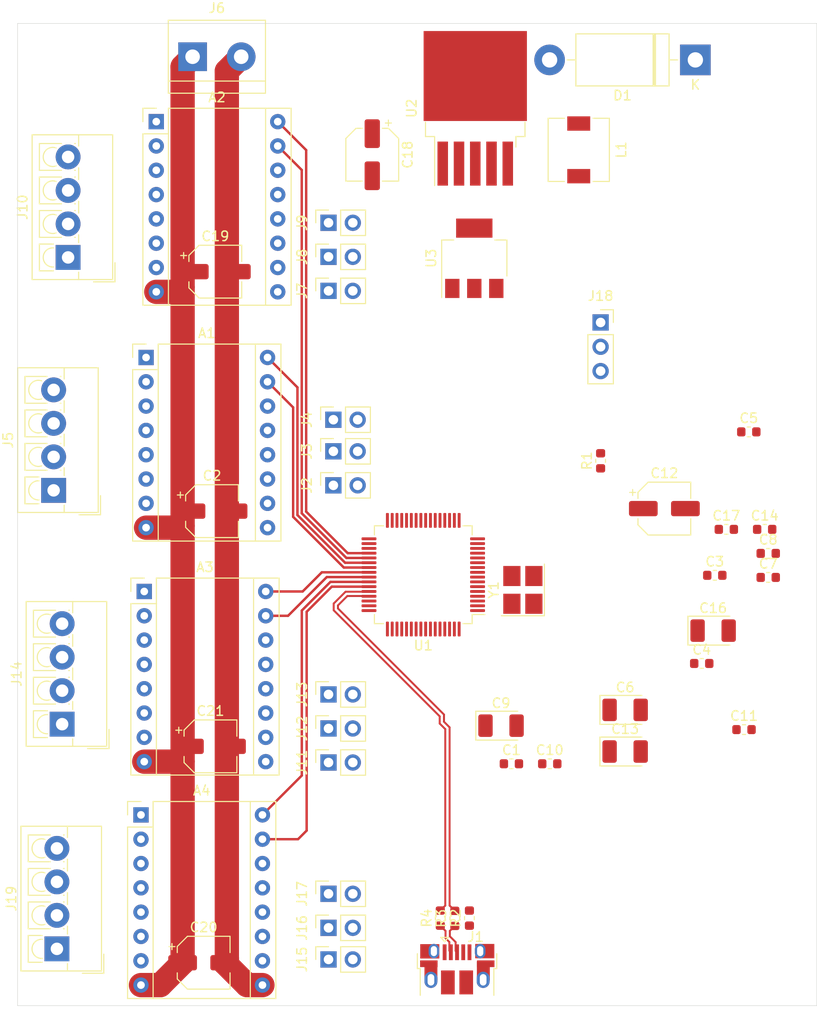
<source format=kicad_pcb>
(kicad_pcb (version 20171130) (host pcbnew "(5.1.6)-1")

  (general
    (thickness 1.6)
    (drawings 4)
    (tracks 78)
    (zones 0)
    (modules 53)
    (nets 98)
  )

  (page A4)
  (layers
    (0 F.Cu signal)
    (31 B.Cu signal)
    (32 B.Adhes user)
    (33 F.Adhes user)
    (34 B.Paste user)
    (35 F.Paste user)
    (36 B.SilkS user)
    (37 F.SilkS user)
    (38 B.Mask user)
    (39 F.Mask user)
    (40 Dwgs.User user)
    (41 Cmts.User user)
    (42 Eco1.User user)
    (43 Eco2.User user)
    (44 Edge.Cuts user)
    (45 Margin user)
    (46 B.CrtYd user)
    (47 F.CrtYd user)
    (48 B.Fab user)
    (49 F.Fab user)
  )

  (setup
    (last_trace_width 2.54)
    (user_trace_width 2.54)
    (user_trace_width 5.08)
    (user_trace_width 6.144415)
    (trace_clearance 0.2)
    (zone_clearance 0.508)
    (zone_45_only no)
    (trace_min 0.2)
    (via_size 0.8)
    (via_drill 0.4)
    (via_min_size 0.4)
    (via_min_drill 0.3)
    (uvia_size 0.3)
    (uvia_drill 0.1)
    (uvias_allowed no)
    (uvia_min_size 0.2)
    (uvia_min_drill 0.1)
    (edge_width 0.05)
    (segment_width 0.2)
    (pcb_text_width 0.3)
    (pcb_text_size 1.5 1.5)
    (mod_edge_width 0.12)
    (mod_text_size 1 1)
    (mod_text_width 0.15)
    (pad_size 1.524 1.524)
    (pad_drill 0.762)
    (pad_to_mask_clearance 0.05)
    (aux_axis_origin 0 0)
    (visible_elements FFFFFF7F)
    (pcbplotparams
      (layerselection 0x010fc_ffffffff)
      (usegerberextensions false)
      (usegerberattributes true)
      (usegerberadvancedattributes true)
      (creategerberjobfile true)
      (excludeedgelayer true)
      (linewidth 0.100000)
      (plotframeref false)
      (viasonmask false)
      (mode 1)
      (useauxorigin false)
      (hpglpennumber 1)
      (hpglpenspeed 20)
      (hpglpendiameter 15.000000)
      (psnegative false)
      (psa4output false)
      (plotreference true)
      (plotvalue true)
      (plotinvisibletext false)
      (padsonsilk false)
      (subtractmaskfromsilk false)
      (outputformat 1)
      (mirror false)
      (drillshape 1)
      (scaleselection 1)
      (outputdirectory ""))
  )

  (net 0 "")
  (net 1 DIR1)
  (net 2 +12V)
  (net 3 STEP1)
  (net 4 GND)
  (net 5 +3V3)
  (net 6 "Net-(A1-Pad6)")
  (net 7 "Net-(A1-Pad5)")
  (net 8 "Net-(A1-Pad12)")
  (net 9 "Net-(A1-Pad4)")
  (net 10 "Net-(A1-Pad11)")
  (net 11 "Net-(A1-Pad3)")
  (net 12 "Net-(A1-Pad10)")
  (net 13 "Net-(A1-Pad2)")
  (net 14 "Net-(J1-Pad4)")
  (net 15 "Net-(U1-Pad62)")
  (net 16 "Net-(U1-Pad61)")
  (net 17 BOOT)
  (net 18 "Net-(U1-Pad59)")
  (net 19 "Net-(U1-Pad58)")
  (net 20 "Net-(U1-Pad57)")
  (net 21 "Net-(U1-Pad56)")
  (net 22 "Net-(U1-Pad55)")
  (net 23 "Net-(U1-Pad54)")
  (net 24 "Net-(U1-Pad53)")
  (net 25 "Net-(U1-Pad52)")
  (net 26 "Net-(U1-Pad51)")
  (net 27 "Net-(U1-Pad50)")
  (net 28 "Net-(U1-Pad49)")
  (net 29 "Net-(U1-Pad46)")
  (net 30 "Net-(U1-Pad35)")
  (net 31 "Net-(U1-Pad34)")
  (net 32 "Net-(U1-Pad33)")
  (net 33 "Net-(U1-Pad30)")
  (net 34 "Net-(U1-Pad29)")
  (net 35 "Net-(U1-Pad28)")
  (net 36 "Net-(U1-Pad27)")
  (net 37 "Net-(U1-Pad26)")
  (net 38 "Net-(U1-Pad25)")
  (net 39 "Net-(U1-Pad24)")
  (net 40 "Net-(U1-Pad23)")
  (net 41 "Net-(U1-Pad22)")
  (net 42 "Net-(U1-Pad21)")
  (net 43 "Net-(U1-Pad20)")
  (net 44 "Net-(U1-Pad17)")
  (net 45 "Net-(U1-Pad16)")
  (net 46 "Net-(U1-Pad15)")
  (net 47 "Net-(U1-Pad14)")
  (net 48 "Net-(U1-Pad11)")
  (net 49 "Net-(U1-Pad10)")
  (net 50 "Net-(U1-Pad9)")
  (net 51 "Net-(U1-Pad8)")
  (net 52 NRST)
  (net 53 "Net-(U1-Pad4)")
  (net 54 "Net-(U1-Pad3)")
  (net 55 "Net-(U1-Pad2)")
  (net 56 "Net-(U1-Pad1)")
  (net 57 "Net-(A2-Pad6)")
  (net 58 "Net-(A2-Pad5)")
  (net 59 "Net-(A2-Pad12)")
  (net 60 "Net-(A2-Pad4)")
  (net 61 "Net-(A2-Pad11)")
  (net 62 "Net-(A2-Pad3)")
  (net 63 "Net-(A2-Pad10)")
  (net 64 "Net-(A2-Pad2)")
  (net 65 "Net-(A3-Pad6)")
  (net 66 "Net-(A3-Pad5)")
  (net 67 "Net-(A3-Pad12)")
  (net 68 "Net-(A3-Pad4)")
  (net 69 "Net-(A3-Pad11)")
  (net 70 "Net-(A3-Pad3)")
  (net 71 "Net-(A3-Pad10)")
  (net 72 "Net-(A3-Pad2)")
  (net 73 DIR2)
  (net 74 STEP2)
  (net 75 DIR3)
  (net 76 STEP3)
  (net 77 DIR4)
  (net 78 STEP4)
  (net 79 "Net-(A4-Pad6)")
  (net 80 "Net-(A4-Pad5)")
  (net 81 "Net-(A4-Pad12)")
  (net 82 "Net-(A4-Pad4)")
  (net 83 "Net-(A4-Pad11)")
  (net 84 "Net-(A4-Pad3)")
  (net 85 "Net-(A4-Pad10)")
  (net 86 "Net-(A4-Pad2)")
  (net 87 "Net-(C4-Pad1)")
  (net 88 "Net-(C5-Pad1)")
  (net 89 "Net-(C6-Pad1)")
  (net 90 "Net-(C9-Pad1)")
  (net 91 +5V)
  (net 92 "Net-(D1-Pad1)")
  (net 93 D+)
  (net 94 D-)
  (net 95 "Net-(U2-Pad3)")
  (net 96 USB_D+)
  (net 97 USB_D-)

  (net_class Default "This is the default net class."
    (clearance 0.2)
    (trace_width 0.25)
    (via_dia 0.8)
    (via_drill 0.4)
    (uvia_dia 0.3)
    (uvia_drill 0.1)
    (add_net +12V)
    (add_net +3V3)
    (add_net +5V)
    (add_net BOOT)
    (add_net D+)
    (add_net D-)
    (add_net DIR1)
    (add_net DIR2)
    (add_net DIR3)
    (add_net DIR4)
    (add_net GND)
    (add_net NRST)
    (add_net "Net-(A1-Pad10)")
    (add_net "Net-(A1-Pad11)")
    (add_net "Net-(A1-Pad12)")
    (add_net "Net-(A1-Pad2)")
    (add_net "Net-(A1-Pad3)")
    (add_net "Net-(A1-Pad4)")
    (add_net "Net-(A1-Pad5)")
    (add_net "Net-(A1-Pad6)")
    (add_net "Net-(A2-Pad10)")
    (add_net "Net-(A2-Pad11)")
    (add_net "Net-(A2-Pad12)")
    (add_net "Net-(A2-Pad2)")
    (add_net "Net-(A2-Pad3)")
    (add_net "Net-(A2-Pad4)")
    (add_net "Net-(A2-Pad5)")
    (add_net "Net-(A2-Pad6)")
    (add_net "Net-(A3-Pad10)")
    (add_net "Net-(A3-Pad11)")
    (add_net "Net-(A3-Pad12)")
    (add_net "Net-(A3-Pad2)")
    (add_net "Net-(A3-Pad3)")
    (add_net "Net-(A3-Pad4)")
    (add_net "Net-(A3-Pad5)")
    (add_net "Net-(A3-Pad6)")
    (add_net "Net-(A4-Pad10)")
    (add_net "Net-(A4-Pad11)")
    (add_net "Net-(A4-Pad12)")
    (add_net "Net-(A4-Pad2)")
    (add_net "Net-(A4-Pad3)")
    (add_net "Net-(A4-Pad4)")
    (add_net "Net-(A4-Pad5)")
    (add_net "Net-(A4-Pad6)")
    (add_net "Net-(C4-Pad1)")
    (add_net "Net-(C5-Pad1)")
    (add_net "Net-(C6-Pad1)")
    (add_net "Net-(C9-Pad1)")
    (add_net "Net-(D1-Pad1)")
    (add_net "Net-(J1-Pad4)")
    (add_net "Net-(U1-Pad1)")
    (add_net "Net-(U1-Pad10)")
    (add_net "Net-(U1-Pad11)")
    (add_net "Net-(U1-Pad14)")
    (add_net "Net-(U1-Pad15)")
    (add_net "Net-(U1-Pad16)")
    (add_net "Net-(U1-Pad17)")
    (add_net "Net-(U1-Pad2)")
    (add_net "Net-(U1-Pad20)")
    (add_net "Net-(U1-Pad21)")
    (add_net "Net-(U1-Pad22)")
    (add_net "Net-(U1-Pad23)")
    (add_net "Net-(U1-Pad24)")
    (add_net "Net-(U1-Pad25)")
    (add_net "Net-(U1-Pad26)")
    (add_net "Net-(U1-Pad27)")
    (add_net "Net-(U1-Pad28)")
    (add_net "Net-(U1-Pad29)")
    (add_net "Net-(U1-Pad3)")
    (add_net "Net-(U1-Pad30)")
    (add_net "Net-(U1-Pad33)")
    (add_net "Net-(U1-Pad34)")
    (add_net "Net-(U1-Pad35)")
    (add_net "Net-(U1-Pad4)")
    (add_net "Net-(U1-Pad46)")
    (add_net "Net-(U1-Pad49)")
    (add_net "Net-(U1-Pad50)")
    (add_net "Net-(U1-Pad51)")
    (add_net "Net-(U1-Pad52)")
    (add_net "Net-(U1-Pad53)")
    (add_net "Net-(U1-Pad54)")
    (add_net "Net-(U1-Pad55)")
    (add_net "Net-(U1-Pad56)")
    (add_net "Net-(U1-Pad57)")
    (add_net "Net-(U1-Pad58)")
    (add_net "Net-(U1-Pad59)")
    (add_net "Net-(U1-Pad61)")
    (add_net "Net-(U1-Pad62)")
    (add_net "Net-(U1-Pad8)")
    (add_net "Net-(U1-Pad9)")
    (add_net "Net-(U2-Pad3)")
    (add_net STEP1)
    (add_net STEP2)
    (add_net STEP3)
    (add_net STEP4)
    (add_net USB_D+)
    (add_net USB_D-)
  )

  (module Resistor_SMD:R_0603_1608Metric (layer F.Cu) (tedit 5B301BBD) (tstamp 5F2568A8)
    (at 115.062 149.352 90)
    (descr "Resistor SMD 0603 (1608 Metric), square (rectangular) end terminal, IPC_7351 nominal, (Body size source: http://www.tortai-tech.com/upload/download/2011102023233369053.pdf), generated with kicad-footprint-generator")
    (tags resistor)
    (path /5FD68A1D)
    (attr smd)
    (fp_text reference R4 (at 0 -1.43 90) (layer F.SilkS)
      (effects (font (size 1 1) (thickness 0.15)))
    )
    (fp_text value R (at 0 1.43 90) (layer F.Fab)
      (effects (font (size 1 1) (thickness 0.15)))
    )
    (fp_text user %R (at 0 0 90) (layer F.Fab)
      (effects (font (size 0.4 0.4) (thickness 0.06)))
    )
    (fp_line (start -0.8 0.4) (end -0.8 -0.4) (layer F.Fab) (width 0.1))
    (fp_line (start -0.8 -0.4) (end 0.8 -0.4) (layer F.Fab) (width 0.1))
    (fp_line (start 0.8 -0.4) (end 0.8 0.4) (layer F.Fab) (width 0.1))
    (fp_line (start 0.8 0.4) (end -0.8 0.4) (layer F.Fab) (width 0.1))
    (fp_line (start -0.162779 -0.51) (end 0.162779 -0.51) (layer F.SilkS) (width 0.12))
    (fp_line (start -0.162779 0.51) (end 0.162779 0.51) (layer F.SilkS) (width 0.12))
    (fp_line (start -1.48 0.73) (end -1.48 -0.73) (layer F.CrtYd) (width 0.05))
    (fp_line (start -1.48 -0.73) (end 1.48 -0.73) (layer F.CrtYd) (width 0.05))
    (fp_line (start 1.48 -0.73) (end 1.48 0.73) (layer F.CrtYd) (width 0.05))
    (fp_line (start 1.48 0.73) (end -1.48 0.73) (layer F.CrtYd) (width 0.05))
    (pad 2 smd roundrect (at 0.7875 0 90) (size 0.875 0.95) (layers F.Cu F.Paste F.Mask) (roundrect_rratio 0.25)
      (net 97 USB_D-))
    (pad 1 smd roundrect (at -0.7875 0 90) (size 0.875 0.95) (layers F.Cu F.Paste F.Mask) (roundrect_rratio 0.25)
      (net 94 D-))
    (model ${KISYS3DMOD}/Resistor_SMD.3dshapes/R_0603_1608Metric.wrl
      (at (xyz 0 0 0))
      (scale (xyz 1 1 1))
      (rotate (xyz 0 0 0))
    )
  )

  (module Resistor_SMD:R_0603_1608Metric (layer F.Cu) (tedit 5B301BBD) (tstamp 5F256897)
    (at 116.586 149.3775 90)
    (descr "Resistor SMD 0603 (1608 Metric), square (rectangular) end terminal, IPC_7351 nominal, (Body size source: http://www.tortai-tech.com/upload/download/2011102023233369053.pdf), generated with kicad-footprint-generator")
    (tags resistor)
    (path /5FD53360)
    (attr smd)
    (fp_text reference R3 (at 0 -1.43 90) (layer F.SilkS)
      (effects (font (size 1 1) (thickness 0.15)))
    )
    (fp_text value R (at 0 1.43 90) (layer F.Fab)
      (effects (font (size 1 1) (thickness 0.15)))
    )
    (fp_text user %R (at 0 0 90) (layer F.Fab)
      (effects (font (size 0.4 0.4) (thickness 0.06)))
    )
    (fp_line (start -0.8 0.4) (end -0.8 -0.4) (layer F.Fab) (width 0.1))
    (fp_line (start -0.8 -0.4) (end 0.8 -0.4) (layer F.Fab) (width 0.1))
    (fp_line (start 0.8 -0.4) (end 0.8 0.4) (layer F.Fab) (width 0.1))
    (fp_line (start 0.8 0.4) (end -0.8 0.4) (layer F.Fab) (width 0.1))
    (fp_line (start -0.162779 -0.51) (end 0.162779 -0.51) (layer F.SilkS) (width 0.12))
    (fp_line (start -0.162779 0.51) (end 0.162779 0.51) (layer F.SilkS) (width 0.12))
    (fp_line (start -1.48 0.73) (end -1.48 -0.73) (layer F.CrtYd) (width 0.05))
    (fp_line (start -1.48 -0.73) (end 1.48 -0.73) (layer F.CrtYd) (width 0.05))
    (fp_line (start 1.48 -0.73) (end 1.48 0.73) (layer F.CrtYd) (width 0.05))
    (fp_line (start 1.48 0.73) (end -1.48 0.73) (layer F.CrtYd) (width 0.05))
    (pad 2 smd roundrect (at 0.7875 0 90) (size 0.875 0.95) (layers F.Cu F.Paste F.Mask) (roundrect_rratio 0.25)
      (net 96 USB_D+))
    (pad 1 smd roundrect (at -0.7875 0 90) (size 0.875 0.95) (layers F.Cu F.Paste F.Mask) (roundrect_rratio 0.25)
      (net 93 D+))
    (model ${KISYS3DMOD}/Resistor_SMD.3dshapes/R_0603_1608Metric.wrl
      (at (xyz 0 0 0))
      (scale (xyz 1 1 1))
      (rotate (xyz 0 0 0))
    )
  )

  (module Resistor_SMD:R_0603_1608Metric (layer F.Cu) (tedit 5B301BBD) (tstamp 5F256886)
    (at 118.11 149.352 90)
    (descr "Resistor SMD 0603 (1608 Metric), square (rectangular) end terminal, IPC_7351 nominal, (Body size source: http://www.tortai-tech.com/upload/download/2011102023233369053.pdf), generated with kicad-footprint-generator")
    (tags resistor)
    (path /5FD7E515)
    (attr smd)
    (fp_text reference R2 (at 0 -1.43 90) (layer F.SilkS)
      (effects (font (size 1 1) (thickness 0.15)))
    )
    (fp_text value R (at 0 1.43 90) (layer F.Fab)
      (effects (font (size 1 1) (thickness 0.15)))
    )
    (fp_text user %R (at 0 0 90) (layer F.Fab)
      (effects (font (size 0.4 0.4) (thickness 0.06)))
    )
    (fp_line (start -0.8 0.4) (end -0.8 -0.4) (layer F.Fab) (width 0.1))
    (fp_line (start -0.8 -0.4) (end 0.8 -0.4) (layer F.Fab) (width 0.1))
    (fp_line (start 0.8 -0.4) (end 0.8 0.4) (layer F.Fab) (width 0.1))
    (fp_line (start 0.8 0.4) (end -0.8 0.4) (layer F.Fab) (width 0.1))
    (fp_line (start -0.162779 -0.51) (end 0.162779 -0.51) (layer F.SilkS) (width 0.12))
    (fp_line (start -0.162779 0.51) (end 0.162779 0.51) (layer F.SilkS) (width 0.12))
    (fp_line (start -1.48 0.73) (end -1.48 -0.73) (layer F.CrtYd) (width 0.05))
    (fp_line (start -1.48 -0.73) (end 1.48 -0.73) (layer F.CrtYd) (width 0.05))
    (fp_line (start 1.48 -0.73) (end 1.48 0.73) (layer F.CrtYd) (width 0.05))
    (fp_line (start 1.48 0.73) (end -1.48 0.73) (layer F.CrtYd) (width 0.05))
    (pad 2 smd roundrect (at 0.7875 0 90) (size 0.875 0.95) (layers F.Cu F.Paste F.Mask) (roundrect_rratio 0.25)
      (net 5 +3V3))
    (pad 1 smd roundrect (at -0.7875 0 90) (size 0.875 0.95) (layers F.Cu F.Paste F.Mask) (roundrect_rratio 0.25)
      (net 93 D+))
    (model ${KISYS3DMOD}/Resistor_SMD.3dshapes/R_0603_1608Metric.wrl
      (at (xyz 0 0 0))
      (scale (xyz 1 1 1))
      (rotate (xyz 0 0 0))
    )
  )

  (module Resistor_SMD:R_0603_1608Metric (layer F.Cu) (tedit 5B301BBD) (tstamp 5F256875)
    (at 131.826 101.5745 90)
    (descr "Resistor SMD 0603 (1608 Metric), square (rectangular) end terminal, IPC_7351 nominal, (Body size source: http://www.tortai-tech.com/upload/download/2011102023233369053.pdf), generated with kicad-footprint-generator")
    (tags resistor)
    (path /5F6E8B69)
    (attr smd)
    (fp_text reference R1 (at 0 -1.43 90) (layer F.SilkS)
      (effects (font (size 1 1) (thickness 0.15)))
    )
    (fp_text value R (at 0 1.43 90) (layer F.Fab)
      (effects (font (size 1 1) (thickness 0.15)))
    )
    (fp_text user %R (at 0 0 90) (layer F.Fab)
      (effects (font (size 0.4 0.4) (thickness 0.06)))
    )
    (fp_line (start -0.8 0.4) (end -0.8 -0.4) (layer F.Fab) (width 0.1))
    (fp_line (start -0.8 -0.4) (end 0.8 -0.4) (layer F.Fab) (width 0.1))
    (fp_line (start 0.8 -0.4) (end 0.8 0.4) (layer F.Fab) (width 0.1))
    (fp_line (start 0.8 0.4) (end -0.8 0.4) (layer F.Fab) (width 0.1))
    (fp_line (start -0.162779 -0.51) (end 0.162779 -0.51) (layer F.SilkS) (width 0.12))
    (fp_line (start -0.162779 0.51) (end 0.162779 0.51) (layer F.SilkS) (width 0.12))
    (fp_line (start -1.48 0.73) (end -1.48 -0.73) (layer F.CrtYd) (width 0.05))
    (fp_line (start -1.48 -0.73) (end 1.48 -0.73) (layer F.CrtYd) (width 0.05))
    (fp_line (start 1.48 -0.73) (end 1.48 0.73) (layer F.CrtYd) (width 0.05))
    (fp_line (start 1.48 0.73) (end -1.48 0.73) (layer F.CrtYd) (width 0.05))
    (pad 2 smd roundrect (at 0.7875 0 90) (size 0.875 0.95) (layers F.Cu F.Paste F.Mask) (roundrect_rratio 0.25)
      (net 52 NRST))
    (pad 1 smd roundrect (at -0.7875 0 90) (size 0.875 0.95) (layers F.Cu F.Paste F.Mask) (roundrect_rratio 0.25)
      (net 5 +3V3))
    (model ${KISYS3DMOD}/Resistor_SMD.3dshapes/R_0603_1608Metric.wrl
      (at (xyz 0 0 0))
      (scale (xyz 1 1 1))
      (rotate (xyz 0 0 0))
    )
  )

  (module Crystal:Crystal_SMD_3225-4Pin_3.2x2.5mm_HandSoldering (layer F.Cu) (tedit 5A0FD1B2) (tstamp 5F250BB7)
    (at 123.698 115.062 90)
    (descr "SMD Crystal SERIES SMD3225/4 http://www.txccrystal.com/images/pdf/7m-accuracy.pdf, hand-soldering, 3.2x2.5mm^2 package")
    (tags "SMD SMT crystal hand-soldering")
    (path /5F629F05)
    (attr smd)
    (fp_text reference Y1 (at 0 -3.05 90) (layer F.SilkS)
      (effects (font (size 1 1) (thickness 0.15)))
    )
    (fp_text value Crystal (at 0 3.05 90) (layer F.Fab)
      (effects (font (size 1 1) (thickness 0.15)))
    )
    (fp_text user %R (at 0 0 90) (layer F.Fab)
      (effects (font (size 0.7 0.7) (thickness 0.105)))
    )
    (fp_line (start -1.6 -1.25) (end -1.6 1.25) (layer F.Fab) (width 0.1))
    (fp_line (start -1.6 1.25) (end 1.6 1.25) (layer F.Fab) (width 0.1))
    (fp_line (start 1.6 1.25) (end 1.6 -1.25) (layer F.Fab) (width 0.1))
    (fp_line (start 1.6 -1.25) (end -1.6 -1.25) (layer F.Fab) (width 0.1))
    (fp_line (start -1.6 0.25) (end -0.6 1.25) (layer F.Fab) (width 0.1))
    (fp_line (start -2.7 -2.25) (end -2.7 2.25) (layer F.SilkS) (width 0.12))
    (fp_line (start -2.7 2.25) (end 2.7 2.25) (layer F.SilkS) (width 0.12))
    (fp_line (start -2.8 -2.3) (end -2.8 2.3) (layer F.CrtYd) (width 0.05))
    (fp_line (start -2.8 2.3) (end 2.8 2.3) (layer F.CrtYd) (width 0.05))
    (fp_line (start 2.8 2.3) (end 2.8 -2.3) (layer F.CrtYd) (width 0.05))
    (fp_line (start 2.8 -2.3) (end -2.8 -2.3) (layer F.CrtYd) (width 0.05))
    (pad 4 smd rect (at -1.45 -1.15 90) (size 2.1 1.8) (layers F.Cu F.Paste F.Mask))
    (pad 3 smd rect (at 1.45 -1.15 90) (size 2.1 1.8) (layers F.Cu F.Paste F.Mask))
    (pad 2 smd rect (at 1.45 1.15 90) (size 2.1 1.8) (layers F.Cu F.Paste F.Mask)
      (net 88 "Net-(C5-Pad1)"))
    (pad 1 smd rect (at -1.45 1.15 90) (size 2.1 1.8) (layers F.Cu F.Paste F.Mask)
      (net 87 "Net-(C4-Pad1)"))
    (model ${KISYS3DMOD}/Crystal.3dshapes/Crystal_SMD_3225-4Pin_3.2x2.5mm_HandSoldering.wrl
      (at (xyz 0 0 0))
      (scale (xyz 1 1 1))
      (rotate (xyz 0 0 0))
    )
  )

  (module Package_TO_SOT_SMD:SOT-223-3_TabPin2 (layer F.Cu) (tedit 5A02FF57) (tstamp 5F250BA3)
    (at 118.618 80.416 90)
    (descr "module CMS SOT223 4 pins")
    (tags "CMS SOT")
    (path /5F84C9A1)
    (attr smd)
    (fp_text reference U3 (at 0 -4.5 90) (layer F.SilkS)
      (effects (font (size 1 1) (thickness 0.15)))
    )
    (fp_text value AMS1117-3.3 (at 0 4.5 90) (layer F.Fab)
      (effects (font (size 1 1) (thickness 0.15)))
    )
    (fp_text user %R (at 0 0) (layer F.Fab)
      (effects (font (size 0.8 0.8) (thickness 0.12)))
    )
    (fp_line (start 1.91 3.41) (end 1.91 2.15) (layer F.SilkS) (width 0.12))
    (fp_line (start 1.91 -3.41) (end 1.91 -2.15) (layer F.SilkS) (width 0.12))
    (fp_line (start 4.4 -3.6) (end -4.4 -3.6) (layer F.CrtYd) (width 0.05))
    (fp_line (start 4.4 3.6) (end 4.4 -3.6) (layer F.CrtYd) (width 0.05))
    (fp_line (start -4.4 3.6) (end 4.4 3.6) (layer F.CrtYd) (width 0.05))
    (fp_line (start -4.4 -3.6) (end -4.4 3.6) (layer F.CrtYd) (width 0.05))
    (fp_line (start -1.85 -2.35) (end -0.85 -3.35) (layer F.Fab) (width 0.1))
    (fp_line (start -1.85 -2.35) (end -1.85 3.35) (layer F.Fab) (width 0.1))
    (fp_line (start -1.85 3.41) (end 1.91 3.41) (layer F.SilkS) (width 0.12))
    (fp_line (start -0.85 -3.35) (end 1.85 -3.35) (layer F.Fab) (width 0.1))
    (fp_line (start -4.1 -3.41) (end 1.91 -3.41) (layer F.SilkS) (width 0.12))
    (fp_line (start -1.85 3.35) (end 1.85 3.35) (layer F.Fab) (width 0.1))
    (fp_line (start 1.85 -3.35) (end 1.85 3.35) (layer F.Fab) (width 0.1))
    (pad 1 smd rect (at -3.15 -2.3 90) (size 2 1.5) (layers F.Cu F.Paste F.Mask)
      (net 4 GND))
    (pad 3 smd rect (at -3.15 2.3 90) (size 2 1.5) (layers F.Cu F.Paste F.Mask)
      (net 91 +5V))
    (pad 2 smd rect (at -3.15 0 90) (size 2 1.5) (layers F.Cu F.Paste F.Mask)
      (net 5 +3V3))
    (pad 2 smd rect (at 3.15 0 90) (size 2 3.8) (layers F.Cu F.Paste F.Mask)
      (net 5 +3V3))
    (model ${KISYS3DMOD}/Package_TO_SOT_SMD.3dshapes/SOT-223.wrl
      (at (xyz 0 0 0))
      (scale (xyz 1 1 1))
      (rotate (xyz 0 0 0))
    )
  )

  (module Package_TO_SOT_SMD:TO-263-5_TabPin3 (layer F.Cu) (tedit 5A70FBB6) (tstamp 5F250B8D)
    (at 118.7196 64.7481 90)
    (descr "TO-263 / D2PAK / DDPAK SMD package, http://www.infineon.com/cms/en/product/packages/PG-TO263/PG-TO263-5-1/")
    (tags "D2PAK DDPAK TO-263 D2PAK-5 TO-263-5 SOT-426")
    (path /5F7963DF)
    (attr smd)
    (fp_text reference U2 (at 0 -6.65 90) (layer F.SilkS)
      (effects (font (size 1 1) (thickness 0.15)))
    )
    (fp_text value LM2596S-5 (at 0 6.65 90) (layer F.Fab)
      (effects (font (size 1 1) (thickness 0.15)))
    )
    (fp_text user %R (at 0 0 90) (layer F.Fab)
      (effects (font (size 1 1) (thickness 0.15)))
    )
    (fp_line (start 6.5 -5) (end 7.5 -5) (layer F.Fab) (width 0.1))
    (fp_line (start 7.5 -5) (end 7.5 5) (layer F.Fab) (width 0.1))
    (fp_line (start 7.5 5) (end 6.5 5) (layer F.Fab) (width 0.1))
    (fp_line (start 6.5 -5) (end 6.5 5) (layer F.Fab) (width 0.1))
    (fp_line (start 6.5 5) (end -2.75 5) (layer F.Fab) (width 0.1))
    (fp_line (start -2.75 5) (end -2.75 -4) (layer F.Fab) (width 0.1))
    (fp_line (start -2.75 -4) (end -1.75 -5) (layer F.Fab) (width 0.1))
    (fp_line (start -1.75 -5) (end 6.5 -5) (layer F.Fab) (width 0.1))
    (fp_line (start -2.75 -3.8) (end -7.45 -3.8) (layer F.Fab) (width 0.1))
    (fp_line (start -7.45 -3.8) (end -7.45 -3) (layer F.Fab) (width 0.1))
    (fp_line (start -7.45 -3) (end -2.75 -3) (layer F.Fab) (width 0.1))
    (fp_line (start -2.75 -2.1) (end -7.45 -2.1) (layer F.Fab) (width 0.1))
    (fp_line (start -7.45 -2.1) (end -7.45 -1.3) (layer F.Fab) (width 0.1))
    (fp_line (start -7.45 -1.3) (end -2.75 -1.3) (layer F.Fab) (width 0.1))
    (fp_line (start -2.75 -0.4) (end -7.45 -0.4) (layer F.Fab) (width 0.1))
    (fp_line (start -7.45 -0.4) (end -7.45 0.4) (layer F.Fab) (width 0.1))
    (fp_line (start -7.45 0.4) (end -2.75 0.4) (layer F.Fab) (width 0.1))
    (fp_line (start -2.75 1.3) (end -7.45 1.3) (layer F.Fab) (width 0.1))
    (fp_line (start -7.45 1.3) (end -7.45 2.1) (layer F.Fab) (width 0.1))
    (fp_line (start -7.45 2.1) (end -2.75 2.1) (layer F.Fab) (width 0.1))
    (fp_line (start -2.75 3) (end -7.45 3) (layer F.Fab) (width 0.1))
    (fp_line (start -7.45 3) (end -7.45 3.8) (layer F.Fab) (width 0.1))
    (fp_line (start -7.45 3.8) (end -2.75 3.8) (layer F.Fab) (width 0.1))
    (fp_line (start -1.45 -5.2) (end -2.95 -5.2) (layer F.SilkS) (width 0.12))
    (fp_line (start -2.95 -5.2) (end -2.95 -4.25) (layer F.SilkS) (width 0.12))
    (fp_line (start -2.95 -4.25) (end -8.075 -4.25) (layer F.SilkS) (width 0.12))
    (fp_line (start -1.45 5.2) (end -2.95 5.2) (layer F.SilkS) (width 0.12))
    (fp_line (start -2.95 5.2) (end -2.95 4.25) (layer F.SilkS) (width 0.12))
    (fp_line (start -2.95 4.25) (end -4.05 4.25) (layer F.SilkS) (width 0.12))
    (fp_line (start -8.32 -5.65) (end -8.32 5.65) (layer F.CrtYd) (width 0.05))
    (fp_line (start -8.32 5.65) (end 8.32 5.65) (layer F.CrtYd) (width 0.05))
    (fp_line (start 8.32 5.65) (end 8.32 -5.65) (layer F.CrtYd) (width 0.05))
    (fp_line (start 8.32 -5.65) (end -8.32 -5.65) (layer F.CrtYd) (width 0.05))
    (pad "" smd rect (at 0.95 2.775 90) (size 4.55 5.25) (layers F.Paste))
    (pad "" smd rect (at 5.8 -2.775 90) (size 4.55 5.25) (layers F.Paste))
    (pad "" smd rect (at 0.95 -2.775 90) (size 4.55 5.25) (layers F.Paste))
    (pad "" smd rect (at 5.8 2.775 90) (size 4.55 5.25) (layers F.Paste))
    (pad 3 smd rect (at 3.375 0 90) (size 9.4 10.8) (layers F.Cu F.Mask)
      (net 95 "Net-(U2-Pad3)"))
    (pad 5 smd rect (at -5.775 3.4 90) (size 4.6 1.1) (layers F.Cu F.Paste F.Mask)
      (net 4 GND))
    (pad 4 smd rect (at -5.775 1.7 90) (size 4.6 1.1) (layers F.Cu F.Paste F.Mask)
      (net 91 +5V))
    (pad 3 smd rect (at -5.775 0 90) (size 4.6 1.1) (layers F.Cu F.Paste F.Mask)
      (net 95 "Net-(U2-Pad3)"))
    (pad 2 smd rect (at -5.775 -1.7 90) (size 4.6 1.1) (layers F.Cu F.Paste F.Mask)
      (net 92 "Net-(D1-Pad1)"))
    (pad 1 smd rect (at -5.775 -3.4 90) (size 4.6 1.1) (layers F.Cu F.Paste F.Mask)
      (net 2 +12V))
    (model ${KISYS3DMOD}/Package_TO_SOT_SMD.3dshapes/TO-263-5_TabPin3.wrl
      (at (xyz 0 0 0))
      (scale (xyz 1 1 1))
      (rotate (xyz 0 0 0))
    )
  )

  (module Package_QFP:LQFP-64_10x10mm_P0.5mm (layer F.Cu) (tedit 5D9F72AF) (tstamp 5F250B5D)
    (at 113.284 113.4745 180)
    (descr "LQFP, 64 Pin (https://www.analog.com/media/en/technical-documentation/data-sheets/ad7606_7606-6_7606-4.pdf), generated with kicad-footprint-generator ipc_gullwing_generator.py")
    (tags "LQFP QFP")
    (path /5F50E784)
    (attr smd)
    (fp_text reference U1 (at 0 -7.4) (layer F.SilkS)
      (effects (font (size 1 1) (thickness 0.15)))
    )
    (fp_text value STM32F405RGTx (at 0 7.4) (layer F.Fab)
      (effects (font (size 1 1) (thickness 0.15)))
    )
    (fp_text user %R (at 0 0) (layer F.Fab)
      (effects (font (size 1 1) (thickness 0.15)))
    )
    (fp_line (start 4.16 5.11) (end 5.11 5.11) (layer F.SilkS) (width 0.12))
    (fp_line (start 5.11 5.11) (end 5.11 4.16) (layer F.SilkS) (width 0.12))
    (fp_line (start -4.16 5.11) (end -5.11 5.11) (layer F.SilkS) (width 0.12))
    (fp_line (start -5.11 5.11) (end -5.11 4.16) (layer F.SilkS) (width 0.12))
    (fp_line (start 4.16 -5.11) (end 5.11 -5.11) (layer F.SilkS) (width 0.12))
    (fp_line (start 5.11 -5.11) (end 5.11 -4.16) (layer F.SilkS) (width 0.12))
    (fp_line (start -4.16 -5.11) (end -5.11 -5.11) (layer F.SilkS) (width 0.12))
    (fp_line (start -5.11 -5.11) (end -5.11 -4.16) (layer F.SilkS) (width 0.12))
    (fp_line (start -5.11 -4.16) (end -6.45 -4.16) (layer F.SilkS) (width 0.12))
    (fp_line (start -4 -5) (end 5 -5) (layer F.Fab) (width 0.1))
    (fp_line (start 5 -5) (end 5 5) (layer F.Fab) (width 0.1))
    (fp_line (start 5 5) (end -5 5) (layer F.Fab) (width 0.1))
    (fp_line (start -5 5) (end -5 -4) (layer F.Fab) (width 0.1))
    (fp_line (start -5 -4) (end -4 -5) (layer F.Fab) (width 0.1))
    (fp_line (start 0 -6.7) (end -4.15 -6.7) (layer F.CrtYd) (width 0.05))
    (fp_line (start -4.15 -6.7) (end -4.15 -5.25) (layer F.CrtYd) (width 0.05))
    (fp_line (start -4.15 -5.25) (end -5.25 -5.25) (layer F.CrtYd) (width 0.05))
    (fp_line (start -5.25 -5.25) (end -5.25 -4.15) (layer F.CrtYd) (width 0.05))
    (fp_line (start -5.25 -4.15) (end -6.7 -4.15) (layer F.CrtYd) (width 0.05))
    (fp_line (start -6.7 -4.15) (end -6.7 0) (layer F.CrtYd) (width 0.05))
    (fp_line (start 0 -6.7) (end 4.15 -6.7) (layer F.CrtYd) (width 0.05))
    (fp_line (start 4.15 -6.7) (end 4.15 -5.25) (layer F.CrtYd) (width 0.05))
    (fp_line (start 4.15 -5.25) (end 5.25 -5.25) (layer F.CrtYd) (width 0.05))
    (fp_line (start 5.25 -5.25) (end 5.25 -4.15) (layer F.CrtYd) (width 0.05))
    (fp_line (start 5.25 -4.15) (end 6.7 -4.15) (layer F.CrtYd) (width 0.05))
    (fp_line (start 6.7 -4.15) (end 6.7 0) (layer F.CrtYd) (width 0.05))
    (fp_line (start 0 6.7) (end -4.15 6.7) (layer F.CrtYd) (width 0.05))
    (fp_line (start -4.15 6.7) (end -4.15 5.25) (layer F.CrtYd) (width 0.05))
    (fp_line (start -4.15 5.25) (end -5.25 5.25) (layer F.CrtYd) (width 0.05))
    (fp_line (start -5.25 5.25) (end -5.25 4.15) (layer F.CrtYd) (width 0.05))
    (fp_line (start -5.25 4.15) (end -6.7 4.15) (layer F.CrtYd) (width 0.05))
    (fp_line (start -6.7 4.15) (end -6.7 0) (layer F.CrtYd) (width 0.05))
    (fp_line (start 0 6.7) (end 4.15 6.7) (layer F.CrtYd) (width 0.05))
    (fp_line (start 4.15 6.7) (end 4.15 5.25) (layer F.CrtYd) (width 0.05))
    (fp_line (start 4.15 5.25) (end 5.25 5.25) (layer F.CrtYd) (width 0.05))
    (fp_line (start 5.25 5.25) (end 5.25 4.15) (layer F.CrtYd) (width 0.05))
    (fp_line (start 5.25 4.15) (end 6.7 4.15) (layer F.CrtYd) (width 0.05))
    (fp_line (start 6.7 4.15) (end 6.7 0) (layer F.CrtYd) (width 0.05))
    (pad 64 smd roundrect (at -3.75 -5.675 180) (size 0.3 1.55) (layers F.Cu F.Paste F.Mask) (roundrect_rratio 0.25)
      (net 5 +3V3))
    (pad 63 smd roundrect (at -3.25 -5.675 180) (size 0.3 1.55) (layers F.Cu F.Paste F.Mask) (roundrect_rratio 0.25)
      (net 4 GND))
    (pad 62 smd roundrect (at -2.75 -5.675 180) (size 0.3 1.55) (layers F.Cu F.Paste F.Mask) (roundrect_rratio 0.25)
      (net 15 "Net-(U1-Pad62)"))
    (pad 61 smd roundrect (at -2.25 -5.675 180) (size 0.3 1.55) (layers F.Cu F.Paste F.Mask) (roundrect_rratio 0.25)
      (net 16 "Net-(U1-Pad61)"))
    (pad 60 smd roundrect (at -1.75 -5.675 180) (size 0.3 1.55) (layers F.Cu F.Paste F.Mask) (roundrect_rratio 0.25)
      (net 17 BOOT))
    (pad 59 smd roundrect (at -1.25 -5.675 180) (size 0.3 1.55) (layers F.Cu F.Paste F.Mask) (roundrect_rratio 0.25)
      (net 18 "Net-(U1-Pad59)"))
    (pad 58 smd roundrect (at -0.75 -5.675 180) (size 0.3 1.55) (layers F.Cu F.Paste F.Mask) (roundrect_rratio 0.25)
      (net 19 "Net-(U1-Pad58)"))
    (pad 57 smd roundrect (at -0.25 -5.675 180) (size 0.3 1.55) (layers F.Cu F.Paste F.Mask) (roundrect_rratio 0.25)
      (net 20 "Net-(U1-Pad57)"))
    (pad 56 smd roundrect (at 0.25 -5.675 180) (size 0.3 1.55) (layers F.Cu F.Paste F.Mask) (roundrect_rratio 0.25)
      (net 21 "Net-(U1-Pad56)"))
    (pad 55 smd roundrect (at 0.75 -5.675 180) (size 0.3 1.55) (layers F.Cu F.Paste F.Mask) (roundrect_rratio 0.25)
      (net 22 "Net-(U1-Pad55)"))
    (pad 54 smd roundrect (at 1.25 -5.675 180) (size 0.3 1.55) (layers F.Cu F.Paste F.Mask) (roundrect_rratio 0.25)
      (net 23 "Net-(U1-Pad54)"))
    (pad 53 smd roundrect (at 1.75 -5.675 180) (size 0.3 1.55) (layers F.Cu F.Paste F.Mask) (roundrect_rratio 0.25)
      (net 24 "Net-(U1-Pad53)"))
    (pad 52 smd roundrect (at 2.25 -5.675 180) (size 0.3 1.55) (layers F.Cu F.Paste F.Mask) (roundrect_rratio 0.25)
      (net 25 "Net-(U1-Pad52)"))
    (pad 51 smd roundrect (at 2.75 -5.675 180) (size 0.3 1.55) (layers F.Cu F.Paste F.Mask) (roundrect_rratio 0.25)
      (net 26 "Net-(U1-Pad51)"))
    (pad 50 smd roundrect (at 3.25 -5.675 180) (size 0.3 1.55) (layers F.Cu F.Paste F.Mask) (roundrect_rratio 0.25)
      (net 27 "Net-(U1-Pad50)"))
    (pad 49 smd roundrect (at 3.75 -5.675 180) (size 0.3 1.55) (layers F.Cu F.Paste F.Mask) (roundrect_rratio 0.25)
      (net 28 "Net-(U1-Pad49)"))
    (pad 48 smd roundrect (at 5.675 -3.75 180) (size 1.55 0.3) (layers F.Cu F.Paste F.Mask) (roundrect_rratio 0.25)
      (net 5 +3V3))
    (pad 47 smd roundrect (at 5.675 -3.25 180) (size 1.55 0.3) (layers F.Cu F.Paste F.Mask) (roundrect_rratio 0.25)
      (net 90 "Net-(C9-Pad1)"))
    (pad 46 smd roundrect (at 5.675 -2.75 180) (size 1.55 0.3) (layers F.Cu F.Paste F.Mask) (roundrect_rratio 0.25)
      (net 29 "Net-(U1-Pad46)"))
    (pad 45 smd roundrect (at 5.675 -2.25 180) (size 1.55 0.3) (layers F.Cu F.Paste F.Mask) (roundrect_rratio 0.25)
      (net 96 USB_D+))
    (pad 44 smd roundrect (at 5.675 -1.75 180) (size 1.55 0.3) (layers F.Cu F.Paste F.Mask) (roundrect_rratio 0.25)
      (net 97 USB_D-))
    (pad 43 smd roundrect (at 5.675 -1.25 180) (size 1.55 0.3) (layers F.Cu F.Paste F.Mask) (roundrect_rratio 0.25)
      (net 78 STEP4))
    (pad 42 smd roundrect (at 5.675 -0.75 180) (size 1.55 0.3) (layers F.Cu F.Paste F.Mask) (roundrect_rratio 0.25)
      (net 77 DIR4))
    (pad 41 smd roundrect (at 5.675 -0.25 180) (size 1.55 0.3) (layers F.Cu F.Paste F.Mask) (roundrect_rratio 0.25)
      (net 76 STEP3))
    (pad 40 smd roundrect (at 5.675 0.25 180) (size 1.55 0.3) (layers F.Cu F.Paste F.Mask) (roundrect_rratio 0.25)
      (net 75 DIR3))
    (pad 39 smd roundrect (at 5.675 0.75 180) (size 1.55 0.3) (layers F.Cu F.Paste F.Mask) (roundrect_rratio 0.25)
      (net 74 STEP2))
    (pad 38 smd roundrect (at 5.675 1.25 180) (size 1.55 0.3) (layers F.Cu F.Paste F.Mask) (roundrect_rratio 0.25)
      (net 73 DIR2))
    (pad 37 smd roundrect (at 5.675 1.75 180) (size 1.55 0.3) (layers F.Cu F.Paste F.Mask) (roundrect_rratio 0.25)
      (net 3 STEP1))
    (pad 36 smd roundrect (at 5.675 2.25 180) (size 1.55 0.3) (layers F.Cu F.Paste F.Mask) (roundrect_rratio 0.25)
      (net 1 DIR1))
    (pad 35 smd roundrect (at 5.675 2.75 180) (size 1.55 0.3) (layers F.Cu F.Paste F.Mask) (roundrect_rratio 0.25)
      (net 30 "Net-(U1-Pad35)"))
    (pad 34 smd roundrect (at 5.675 3.25 180) (size 1.55 0.3) (layers F.Cu F.Paste F.Mask) (roundrect_rratio 0.25)
      (net 31 "Net-(U1-Pad34)"))
    (pad 33 smd roundrect (at 5.675 3.75 180) (size 1.55 0.3) (layers F.Cu F.Paste F.Mask) (roundrect_rratio 0.25)
      (net 32 "Net-(U1-Pad33)"))
    (pad 32 smd roundrect (at 3.75 5.675 180) (size 0.3 1.55) (layers F.Cu F.Paste F.Mask) (roundrect_rratio 0.25)
      (net 5 +3V3))
    (pad 31 smd roundrect (at 3.25 5.675 180) (size 0.3 1.55) (layers F.Cu F.Paste F.Mask) (roundrect_rratio 0.25)
      (net 89 "Net-(C6-Pad1)"))
    (pad 30 smd roundrect (at 2.75 5.675 180) (size 0.3 1.55) (layers F.Cu F.Paste F.Mask) (roundrect_rratio 0.25)
      (net 33 "Net-(U1-Pad30)"))
    (pad 29 smd roundrect (at 2.25 5.675 180) (size 0.3 1.55) (layers F.Cu F.Paste F.Mask) (roundrect_rratio 0.25)
      (net 34 "Net-(U1-Pad29)"))
    (pad 28 smd roundrect (at 1.75 5.675 180) (size 0.3 1.55) (layers F.Cu F.Paste F.Mask) (roundrect_rratio 0.25)
      (net 35 "Net-(U1-Pad28)"))
    (pad 27 smd roundrect (at 1.25 5.675 180) (size 0.3 1.55) (layers F.Cu F.Paste F.Mask) (roundrect_rratio 0.25)
      (net 36 "Net-(U1-Pad27)"))
    (pad 26 smd roundrect (at 0.75 5.675 180) (size 0.3 1.55) (layers F.Cu F.Paste F.Mask) (roundrect_rratio 0.25)
      (net 37 "Net-(U1-Pad26)"))
    (pad 25 smd roundrect (at 0.25 5.675 180) (size 0.3 1.55) (layers F.Cu F.Paste F.Mask) (roundrect_rratio 0.25)
      (net 38 "Net-(U1-Pad25)"))
    (pad 24 smd roundrect (at -0.25 5.675 180) (size 0.3 1.55) (layers F.Cu F.Paste F.Mask) (roundrect_rratio 0.25)
      (net 39 "Net-(U1-Pad24)"))
    (pad 23 smd roundrect (at -0.75 5.675 180) (size 0.3 1.55) (layers F.Cu F.Paste F.Mask) (roundrect_rratio 0.25)
      (net 40 "Net-(U1-Pad23)"))
    (pad 22 smd roundrect (at -1.25 5.675 180) (size 0.3 1.55) (layers F.Cu F.Paste F.Mask) (roundrect_rratio 0.25)
      (net 41 "Net-(U1-Pad22)"))
    (pad 21 smd roundrect (at -1.75 5.675 180) (size 0.3 1.55) (layers F.Cu F.Paste F.Mask) (roundrect_rratio 0.25)
      (net 42 "Net-(U1-Pad21)"))
    (pad 20 smd roundrect (at -2.25 5.675 180) (size 0.3 1.55) (layers F.Cu F.Paste F.Mask) (roundrect_rratio 0.25)
      (net 43 "Net-(U1-Pad20)"))
    (pad 19 smd roundrect (at -2.75 5.675 180) (size 0.3 1.55) (layers F.Cu F.Paste F.Mask) (roundrect_rratio 0.25)
      (net 5 +3V3))
    (pad 18 smd roundrect (at -3.25 5.675 180) (size 0.3 1.55) (layers F.Cu F.Paste F.Mask) (roundrect_rratio 0.25)
      (net 4 GND))
    (pad 17 smd roundrect (at -3.75 5.675 180) (size 0.3 1.55) (layers F.Cu F.Paste F.Mask) (roundrect_rratio 0.25)
      (net 44 "Net-(U1-Pad17)"))
    (pad 16 smd roundrect (at -5.675 3.75 180) (size 1.55 0.3) (layers F.Cu F.Paste F.Mask) (roundrect_rratio 0.25)
      (net 45 "Net-(U1-Pad16)"))
    (pad 15 smd roundrect (at -5.675 3.25 180) (size 1.55 0.3) (layers F.Cu F.Paste F.Mask) (roundrect_rratio 0.25)
      (net 46 "Net-(U1-Pad15)"))
    (pad 14 smd roundrect (at -5.675 2.75 180) (size 1.55 0.3) (layers F.Cu F.Paste F.Mask) (roundrect_rratio 0.25)
      (net 47 "Net-(U1-Pad14)"))
    (pad 13 smd roundrect (at -5.675 2.25 180) (size 1.55 0.3) (layers F.Cu F.Paste F.Mask) (roundrect_rratio 0.25)
      (net 5 +3V3))
    (pad 12 smd roundrect (at -5.675 1.75 180) (size 1.55 0.3) (layers F.Cu F.Paste F.Mask) (roundrect_rratio 0.25)
      (net 4 GND))
    (pad 11 smd roundrect (at -5.675 1.25 180) (size 1.55 0.3) (layers F.Cu F.Paste F.Mask) (roundrect_rratio 0.25)
      (net 48 "Net-(U1-Pad11)"))
    (pad 10 smd roundrect (at -5.675 0.75 180) (size 1.55 0.3) (layers F.Cu F.Paste F.Mask) (roundrect_rratio 0.25)
      (net 49 "Net-(U1-Pad10)"))
    (pad 9 smd roundrect (at -5.675 0.25 180) (size 1.55 0.3) (layers F.Cu F.Paste F.Mask) (roundrect_rratio 0.25)
      (net 50 "Net-(U1-Pad9)"))
    (pad 8 smd roundrect (at -5.675 -0.25 180) (size 1.55 0.3) (layers F.Cu F.Paste F.Mask) (roundrect_rratio 0.25)
      (net 51 "Net-(U1-Pad8)"))
    (pad 7 smd roundrect (at -5.675 -0.75 180) (size 1.55 0.3) (layers F.Cu F.Paste F.Mask) (roundrect_rratio 0.25)
      (net 52 NRST))
    (pad 6 smd roundrect (at -5.675 -1.25 180) (size 1.55 0.3) (layers F.Cu F.Paste F.Mask) (roundrect_rratio 0.25)
      (net 88 "Net-(C5-Pad1)"))
    (pad 5 smd roundrect (at -5.675 -1.75 180) (size 1.55 0.3) (layers F.Cu F.Paste F.Mask) (roundrect_rratio 0.25)
      (net 87 "Net-(C4-Pad1)"))
    (pad 4 smd roundrect (at -5.675 -2.25 180) (size 1.55 0.3) (layers F.Cu F.Paste F.Mask) (roundrect_rratio 0.25)
      (net 53 "Net-(U1-Pad4)"))
    (pad 3 smd roundrect (at -5.675 -2.75 180) (size 1.55 0.3) (layers F.Cu F.Paste F.Mask) (roundrect_rratio 0.25)
      (net 54 "Net-(U1-Pad3)"))
    (pad 2 smd roundrect (at -5.675 -3.25 180) (size 1.55 0.3) (layers F.Cu F.Paste F.Mask) (roundrect_rratio 0.25)
      (net 55 "Net-(U1-Pad2)"))
    (pad 1 smd roundrect (at -5.675 -3.75 180) (size 1.55 0.3) (layers F.Cu F.Paste F.Mask) (roundrect_rratio 0.25)
      (net 56 "Net-(U1-Pad1)"))
    (model ${KISYS3DMOD}/Package_QFP.3dshapes/LQFP-64_10x10mm_P0.5mm.wrl
      (at (xyz 0 0 0))
      (scale (xyz 1 1 1))
      (rotate (xyz 0 0 0))
    )
  )

  (module Inductor_SMD:L_6.3x6.3_H3 (layer F.Cu) (tedit 5990349C) (tstamp 5F250AF2)
    (at 129.54 69.088 270)
    (descr "Choke, SMD, 6.3x6.3mm 3mm height")
    (tags "Choke SMD")
    (path /5F7CE607)
    (attr smd)
    (fp_text reference L1 (at 0 -4.45 90) (layer F.SilkS)
      (effects (font (size 1 1) (thickness 0.15)))
    )
    (fp_text value L (at 0 4.45 90) (layer F.Fab)
      (effects (font (size 1 1) (thickness 0.15)))
    )
    (fp_arc (start 0 0) (end 1.91 1.91) (angle 90) (layer F.Fab) (width 0.1))
    (fp_arc (start 0 0) (end -1.91 -1.91) (angle 90) (layer F.Fab) (width 0.1))
    (fp_text user %R (at 0 0 90) (layer F.Fab)
      (effects (font (size 1 1) (thickness 0.15)))
    )
    (fp_line (start 3.3 1.5) (end 3.3 3.2) (layer F.SilkS) (width 0.12))
    (fp_line (start 3.3 3.2) (end -3.3 3.2) (layer F.SilkS) (width 0.12))
    (fp_line (start -3.3 3.2) (end -3.3 1.5) (layer F.SilkS) (width 0.12))
    (fp_line (start -3.3 -1.5) (end -3.3 -3.2) (layer F.SilkS) (width 0.12))
    (fp_line (start -3.3 -3.2) (end 3.3 -3.2) (layer F.SilkS) (width 0.12))
    (fp_line (start 3.3 -3.2) (end 3.3 -1.5) (layer F.SilkS) (width 0.12))
    (fp_line (start -3.75 -3.4) (end -3.75 3.4) (layer F.CrtYd) (width 0.05))
    (fp_line (start -3.75 3.4) (end 3.75 3.4) (layer F.CrtYd) (width 0.05))
    (fp_line (start 3.75 3.4) (end 3.75 -3.4) (layer F.CrtYd) (width 0.05))
    (fp_line (start 3.75 -3.4) (end -3.75 -3.4) (layer F.CrtYd) (width 0.05))
    (fp_line (start 3.15 3.15) (end 3.15 1.5) (layer F.Fab) (width 0.1))
    (fp_line (start 3.15 -3.15) (end 3.15 -1.5) (layer F.Fab) (width 0.1))
    (fp_line (start -3.15 3.15) (end -3.15 1.5) (layer F.Fab) (width 0.1))
    (fp_line (start -3.15 -3.15) (end -3.15 -1.5) (layer F.Fab) (width 0.1))
    (fp_line (start -3.15 -3.15) (end 3.15 -3.15) (layer F.Fab) (width 0.1))
    (fp_line (start -3.15 3.15) (end 3.15 3.15) (layer F.Fab) (width 0.1))
    (pad 2 smd rect (at 2.75 0 270) (size 1.5 2.4) (layers F.Cu F.Paste F.Mask)
      (net 91 +5V))
    (pad 1 smd rect (at -2.75 0 270) (size 1.5 2.4) (layers F.Cu F.Paste F.Mask)
      (net 92 "Net-(D1-Pad1)"))
    (model ${KISYS3DMOD}/Inductor_SMD.3dshapes/L_6.3x6.3_H3.wrl
      (at (xyz 0 0 0))
      (scale (xyz 1 1 1))
      (rotate (xyz 0 0 0))
    )
  )

  (module TerminalBlock_4Ucon:TerminalBlock_4Ucon_1x04_P3.50mm_Vertical (layer F.Cu) (tedit 5B294E80) (tstamp 5F250AD9)
    (at 74.9808 152.5651 90)
    (descr "Terminal Block 4Ucon ItemNo. 10695, vertical (cable from top), 4 pins, pitch 3.5mm, size 15x8.3mm^2, drill diamater 1.3mm, pad diameter 2.6mm, see http://www.4uconnector.com/online/object/4udrawing/10695.pdf, script-generated with , script-generated using https://github.com/pointhi/kicad-footprint-generator/scripts/TerminalBlock_4Ucon")
    (tags "THT Terminal Block 4Ucon ItemNo. 10695 vertical pitch 3.5mm size 15x8.3mm^2 drill 1.3mm pad 2.6mm")
    (path /5FC2537D)
    (fp_text reference J19 (at 5.25 -4.76 90) (layer F.SilkS)
      (effects (font (size 1 1) (thickness 0.15)))
    )
    (fp_text value Conn_01x04_Male (at 5.25 5.66 90) (layer F.Fab)
      (effects (font (size 1 1) (thickness 0.15)))
    )
    (fp_text user %R (at 5.25 3.45 90) (layer F.Fab)
      (effects (font (size 1 1) (thickness 0.15)))
    )
    (fp_arc (start 10.5 -1.6) (end 11.44 -1.258) (angle -220) (layer F.SilkS) (width 0.12))
    (fp_arc (start 7 -1.6) (end 7.94 -1.258) (angle -220) (layer F.SilkS) (width 0.12))
    (fp_arc (start 3.5 -1.6) (end 4.44 -1.258) (angle -220) (layer F.SilkS) (width 0.12))
    (fp_arc (start 0 -1.6) (end 0.998 -1.531) (angle -188) (layer F.SilkS) (width 0.12))
    (fp_circle (center 0 -1.6) (end 1 -1.6) (layer F.Fab) (width 0.1))
    (fp_circle (center 3.5 -1.6) (end 4.5 -1.6) (layer F.Fab) (width 0.1))
    (fp_circle (center 7 -1.6) (end 8 -1.6) (layer F.Fab) (width 0.1))
    (fp_circle (center 10.5 -1.6) (end 11.5 -1.6) (layer F.Fab) (width 0.1))
    (fp_line (start -2.25 -3.7) (end 12.75 -3.7) (layer F.Fab) (width 0.1))
    (fp_line (start 12.75 -3.7) (end 12.75 4.6) (layer F.Fab) (width 0.1))
    (fp_line (start 12.75 4.6) (end -0.25 4.6) (layer F.Fab) (width 0.1))
    (fp_line (start -0.25 4.6) (end -2.25 2.6) (layer F.Fab) (width 0.1))
    (fp_line (start -2.25 2.6) (end -2.25 -3.7) (layer F.Fab) (width 0.1))
    (fp_line (start -2.25 1.1) (end 12.75 1.1) (layer F.Fab) (width 0.1))
    (fp_line (start -2.31 1.101) (end -1.54 1.101) (layer F.SilkS) (width 0.12))
    (fp_line (start 1.54 1.101) (end 2.367 1.101) (layer F.SilkS) (width 0.12))
    (fp_line (start 4.634 1.101) (end 5.867 1.101) (layer F.SilkS) (width 0.12))
    (fp_line (start 8.134 1.101) (end 9.367 1.101) (layer F.SilkS) (width 0.12))
    (fp_line (start 11.634 1.101) (end 12.81 1.101) (layer F.SilkS) (width 0.12))
    (fp_line (start -2.31 -3.76) (end 12.81 -3.76) (layer F.SilkS) (width 0.12))
    (fp_line (start -2.31 4.66) (end 12.81 4.66) (layer F.SilkS) (width 0.12))
    (fp_line (start -2.31 -3.76) (end -2.31 4.66) (layer F.SilkS) (width 0.12))
    (fp_line (start 12.81 -3.76) (end 12.81 4.66) (layer F.SilkS) (width 0.12))
    (fp_line (start -1.4 -3) (end 1.4 -3) (layer F.SilkS) (width 0.12))
    (fp_line (start -1.4 -3) (end -1.4 -1.54) (layer F.SilkS) (width 0.12))
    (fp_line (start 1.4 -3) (end 1.4 -1.54) (layer F.SilkS) (width 0.12))
    (fp_line (start -1.4 -3) (end -1.4 0.75) (layer F.Fab) (width 0.1))
    (fp_line (start -1.4 0.75) (end 1.4 0.75) (layer F.Fab) (width 0.1))
    (fp_line (start 1.4 0.75) (end 1.4 -3) (layer F.Fab) (width 0.1))
    (fp_line (start 1.4 -3) (end -1.4 -3) (layer F.Fab) (width 0.1))
    (fp_line (start 2.1 -3) (end 4.9 -3) (layer F.SilkS) (width 0.12))
    (fp_line (start 2.1 0.75) (end 2.101 0.75) (layer F.SilkS) (width 0.12))
    (fp_line (start 4.9 0.75) (end 4.9 0.75) (layer F.SilkS) (width 0.12))
    (fp_line (start 2.1 -3) (end 2.1 -0.689) (layer F.SilkS) (width 0.12))
    (fp_line (start 2.1 0.689) (end 2.1 0.75) (layer F.SilkS) (width 0.12))
    (fp_line (start 4.9 -3) (end 4.9 -0.689) (layer F.SilkS) (width 0.12))
    (fp_line (start 4.9 0.689) (end 4.9 0.75) (layer F.SilkS) (width 0.12))
    (fp_line (start 2.1 -3) (end 2.1 0.75) (layer F.Fab) (width 0.1))
    (fp_line (start 2.1 0.75) (end 4.9 0.75) (layer F.Fab) (width 0.1))
    (fp_line (start 4.9 0.75) (end 4.9 -3) (layer F.Fab) (width 0.1))
    (fp_line (start 4.9 -3) (end 2.1 -3) (layer F.Fab) (width 0.1))
    (fp_line (start 5.6 -3) (end 8.4 -3) (layer F.SilkS) (width 0.12))
    (fp_line (start 5.6 0.75) (end 5.601 0.75) (layer F.SilkS) (width 0.12))
    (fp_line (start 8.4 0.75) (end 8.4 0.75) (layer F.SilkS) (width 0.12))
    (fp_line (start 5.6 -3) (end 5.6 -0.689) (layer F.SilkS) (width 0.12))
    (fp_line (start 5.6 0.689) (end 5.6 0.75) (layer F.SilkS) (width 0.12))
    (fp_line (start 8.4 -3) (end 8.4 -0.689) (layer F.SilkS) (width 0.12))
    (fp_line (start 8.4 0.689) (end 8.4 0.75) (layer F.SilkS) (width 0.12))
    (fp_line (start 5.6 -3) (end 5.6 0.75) (layer F.Fab) (width 0.1))
    (fp_line (start 5.6 0.75) (end 8.4 0.75) (layer F.Fab) (width 0.1))
    (fp_line (start 8.4 0.75) (end 8.4 -3) (layer F.Fab) (width 0.1))
    (fp_line (start 8.4 -3) (end 5.6 -3) (layer F.Fab) (width 0.1))
    (fp_line (start 9.1 -3) (end 11.9 -3) (layer F.SilkS) (width 0.12))
    (fp_line (start 9.1 0.75) (end 9.101 0.75) (layer F.SilkS) (width 0.12))
    (fp_line (start 11.9 0.75) (end 11.9 0.75) (layer F.SilkS) (width 0.12))
    (fp_line (start 9.1 -3) (end 9.1 -0.689) (layer F.SilkS) (width 0.12))
    (fp_line (start 9.1 0.689) (end 9.1 0.75) (layer F.SilkS) (width 0.12))
    (fp_line (start 11.9 -3) (end 11.9 -0.689) (layer F.SilkS) (width 0.12))
    (fp_line (start 11.9 0.689) (end 11.9 0.75) (layer F.SilkS) (width 0.12))
    (fp_line (start 9.1 -3) (end 9.1 0.75) (layer F.Fab) (width 0.1))
    (fp_line (start 9.1 0.75) (end 11.9 0.75) (layer F.Fab) (width 0.1))
    (fp_line (start 11.9 0.75) (end 11.9 -3) (layer F.Fab) (width 0.1))
    (fp_line (start 11.9 -3) (end 9.1 -3) (layer F.Fab) (width 0.1))
    (fp_line (start -2.55 2.66) (end -2.55 4.9) (layer F.SilkS) (width 0.12))
    (fp_line (start -2.55 4.9) (end -0.55 4.9) (layer F.SilkS) (width 0.12))
    (fp_line (start -2.75 -4.2) (end -2.75 5.11) (layer F.CrtYd) (width 0.05))
    (fp_line (start -2.75 5.11) (end 13.25 5.11) (layer F.CrtYd) (width 0.05))
    (fp_line (start 13.25 5.11) (end 13.25 -4.2) (layer F.CrtYd) (width 0.05))
    (fp_line (start 13.25 -4.2) (end -2.75 -4.2) (layer F.CrtYd) (width 0.05))
    (pad 4 thru_hole circle (at 10.5 0 90) (size 2.6 2.6) (drill 1.3) (layers *.Cu *.Mask)
      (net 84 "Net-(A4-Pad3)"))
    (pad 3 thru_hole circle (at 7 0 90) (size 2.6 2.6) (drill 1.3) (layers *.Cu *.Mask)
      (net 82 "Net-(A4-Pad4)"))
    (pad 2 thru_hole circle (at 3.5 0 90) (size 2.6 2.6) (drill 1.3) (layers *.Cu *.Mask)
      (net 80 "Net-(A4-Pad5)"))
    (pad 1 thru_hole rect (at 0 0 90) (size 2.6 2.6) (drill 1.3) (layers *.Cu *.Mask)
      (net 79 "Net-(A4-Pad6)"))
    (model ${KISYS3DMOD}/TerminalBlock_4Ucon.3dshapes/TerminalBlock_4Ucon_1x04_P3.50mm_Vertical.wrl
      (at (xyz 0 0 0))
      (scale (xyz 1 1 1))
      (rotate (xyz 0 0 0))
    )
  )

  (module Connector_PinSocket_2.54mm:PinSocket_1x03_P2.54mm_Vertical (layer F.Cu) (tedit 5A19A429) (tstamp 5F250A8B)
    (at 131.826 87.122)
    (descr "Through hole straight socket strip, 1x03, 2.54mm pitch, single row (from Kicad 4.0.7), script generated")
    (tags "Through hole socket strip THT 1x03 2.54mm single row")
    (path /5F716EB4)
    (fp_text reference J18 (at 0 -2.77) (layer F.SilkS)
      (effects (font (size 1 1) (thickness 0.15)))
    )
    (fp_text value Conn_01x03_Male (at 0 7.85) (layer F.Fab)
      (effects (font (size 1 1) (thickness 0.15)))
    )
    (fp_text user %R (at 0 2.54 90) (layer F.Fab)
      (effects (font (size 1 1) (thickness 0.15)))
    )
    (fp_line (start -1.27 -1.27) (end 0.635 -1.27) (layer F.Fab) (width 0.1))
    (fp_line (start 0.635 -1.27) (end 1.27 -0.635) (layer F.Fab) (width 0.1))
    (fp_line (start 1.27 -0.635) (end 1.27 6.35) (layer F.Fab) (width 0.1))
    (fp_line (start 1.27 6.35) (end -1.27 6.35) (layer F.Fab) (width 0.1))
    (fp_line (start -1.27 6.35) (end -1.27 -1.27) (layer F.Fab) (width 0.1))
    (fp_line (start -1.33 1.27) (end 1.33 1.27) (layer F.SilkS) (width 0.12))
    (fp_line (start -1.33 1.27) (end -1.33 6.41) (layer F.SilkS) (width 0.12))
    (fp_line (start -1.33 6.41) (end 1.33 6.41) (layer F.SilkS) (width 0.12))
    (fp_line (start 1.33 1.27) (end 1.33 6.41) (layer F.SilkS) (width 0.12))
    (fp_line (start 1.33 -1.33) (end 1.33 0) (layer F.SilkS) (width 0.12))
    (fp_line (start 0 -1.33) (end 1.33 -1.33) (layer F.SilkS) (width 0.12))
    (fp_line (start -1.8 -1.8) (end 1.75 -1.8) (layer F.CrtYd) (width 0.05))
    (fp_line (start 1.75 -1.8) (end 1.75 6.85) (layer F.CrtYd) (width 0.05))
    (fp_line (start 1.75 6.85) (end -1.8 6.85) (layer F.CrtYd) (width 0.05))
    (fp_line (start -1.8 6.85) (end -1.8 -1.8) (layer F.CrtYd) (width 0.05))
    (pad 3 thru_hole oval (at 0 5.08) (size 1.7 1.7) (drill 1) (layers *.Cu *.Mask)
      (net 4 GND))
    (pad 2 thru_hole oval (at 0 2.54) (size 1.7 1.7) (drill 1) (layers *.Cu *.Mask)
      (net 17 BOOT))
    (pad 1 thru_hole rect (at 0 0) (size 1.7 1.7) (drill 1) (layers *.Cu *.Mask)
      (net 5 +3V3))
    (model ${KISYS3DMOD}/Connector_PinSocket_2.54mm.3dshapes/PinSocket_1x03_P2.54mm_Vertical.wrl
      (at (xyz 0 0 0))
      (scale (xyz 1 1 1))
      (rotate (xyz 0 0 0))
    )
  )

  (module Connector_PinSocket_2.54mm:PinSocket_1x02_P2.54mm_Vertical (layer F.Cu) (tedit 5A19A420) (tstamp 5F250A74)
    (at 103.378 146.812 90)
    (descr "Through hole straight socket strip, 1x02, 2.54mm pitch, single row (from Kicad 4.0.7), script generated")
    (tags "Through hole socket strip THT 1x02 2.54mm single row")
    (path /5FC2538F)
    (fp_text reference J17 (at 0 -2.77 90) (layer F.SilkS)
      (effects (font (size 1 1) (thickness 0.15)))
    )
    (fp_text value Conn_01x02_Male (at -3.556 5.31 90) (layer F.Fab)
      (effects (font (size 1 1) (thickness 0.15)))
    )
    (fp_text user %R (at 0 1.27) (layer F.Fab)
      (effects (font (size 1 1) (thickness 0.15)))
    )
    (fp_line (start -1.27 -1.27) (end 0.635 -1.27) (layer F.Fab) (width 0.1))
    (fp_line (start 0.635 -1.27) (end 1.27 -0.635) (layer F.Fab) (width 0.1))
    (fp_line (start 1.27 -0.635) (end 1.27 3.81) (layer F.Fab) (width 0.1))
    (fp_line (start 1.27 3.81) (end -1.27 3.81) (layer F.Fab) (width 0.1))
    (fp_line (start -1.27 3.81) (end -1.27 -1.27) (layer F.Fab) (width 0.1))
    (fp_line (start -1.33 1.27) (end 1.33 1.27) (layer F.SilkS) (width 0.12))
    (fp_line (start -1.33 1.27) (end -1.33 3.87) (layer F.SilkS) (width 0.12))
    (fp_line (start -1.33 3.87) (end 1.33 3.87) (layer F.SilkS) (width 0.12))
    (fp_line (start 1.33 1.27) (end 1.33 3.87) (layer F.SilkS) (width 0.12))
    (fp_line (start 1.33 -1.33) (end 1.33 0) (layer F.SilkS) (width 0.12))
    (fp_line (start 0 -1.33) (end 1.33 -1.33) (layer F.SilkS) (width 0.12))
    (fp_line (start -1.8 -1.8) (end 1.75 -1.8) (layer F.CrtYd) (width 0.05))
    (fp_line (start 1.75 -1.8) (end 1.75 4.3) (layer F.CrtYd) (width 0.05))
    (fp_line (start 1.75 4.3) (end -1.8 4.3) (layer F.CrtYd) (width 0.05))
    (fp_line (start -1.8 4.3) (end -1.8 -1.8) (layer F.CrtYd) (width 0.05))
    (pad 2 thru_hole oval (at 0 2.54 90) (size 1.7 1.7) (drill 1) (layers *.Cu *.Mask)
      (net 5 +3V3))
    (pad 1 thru_hole rect (at 0 0 90) (size 1.7 1.7) (drill 1) (layers *.Cu *.Mask)
      (net 81 "Net-(A4-Pad12)"))
    (model ${KISYS3DMOD}/Connector_PinSocket_2.54mm.3dshapes/PinSocket_1x02_P2.54mm_Vertical.wrl
      (at (xyz 0 0 0))
      (scale (xyz 1 1 1))
      (rotate (xyz 0 0 0))
    )
  )

  (module Connector_PinSocket_2.54mm:PinSocket_1x02_P2.54mm_Vertical (layer F.Cu) (tedit 5A19A420) (tstamp 5F250A5E)
    (at 103.378 150.368 90)
    (descr "Through hole straight socket strip, 1x02, 2.54mm pitch, single row (from Kicad 4.0.7), script generated")
    (tags "Through hole socket strip THT 1x02 2.54mm single row")
    (path /5FC25389)
    (fp_text reference J16 (at 0 -2.77 90) (layer F.SilkS)
      (effects (font (size 1 1) (thickness 0.15)))
    )
    (fp_text value Conn_01x02_Male (at 0 5.31 90) (layer F.Fab)
      (effects (font (size 1 1) (thickness 0.15)))
    )
    (fp_text user %R (at 0 1.27) (layer F.Fab)
      (effects (font (size 1 1) (thickness 0.15)))
    )
    (fp_line (start -1.27 -1.27) (end 0.635 -1.27) (layer F.Fab) (width 0.1))
    (fp_line (start 0.635 -1.27) (end 1.27 -0.635) (layer F.Fab) (width 0.1))
    (fp_line (start 1.27 -0.635) (end 1.27 3.81) (layer F.Fab) (width 0.1))
    (fp_line (start 1.27 3.81) (end -1.27 3.81) (layer F.Fab) (width 0.1))
    (fp_line (start -1.27 3.81) (end -1.27 -1.27) (layer F.Fab) (width 0.1))
    (fp_line (start -1.33 1.27) (end 1.33 1.27) (layer F.SilkS) (width 0.12))
    (fp_line (start -1.33 1.27) (end -1.33 3.87) (layer F.SilkS) (width 0.12))
    (fp_line (start -1.33 3.87) (end 1.33 3.87) (layer F.SilkS) (width 0.12))
    (fp_line (start 1.33 1.27) (end 1.33 3.87) (layer F.SilkS) (width 0.12))
    (fp_line (start 1.33 -1.33) (end 1.33 0) (layer F.SilkS) (width 0.12))
    (fp_line (start 0 -1.33) (end 1.33 -1.33) (layer F.SilkS) (width 0.12))
    (fp_line (start -1.8 -1.8) (end 1.75 -1.8) (layer F.CrtYd) (width 0.05))
    (fp_line (start 1.75 -1.8) (end 1.75 4.3) (layer F.CrtYd) (width 0.05))
    (fp_line (start 1.75 4.3) (end -1.8 4.3) (layer F.CrtYd) (width 0.05))
    (fp_line (start -1.8 4.3) (end -1.8 -1.8) (layer F.CrtYd) (width 0.05))
    (pad 2 thru_hole oval (at 0 2.54 90) (size 1.7 1.7) (drill 1) (layers *.Cu *.Mask)
      (net 5 +3V3))
    (pad 1 thru_hole rect (at 0 0 90) (size 1.7 1.7) (drill 1) (layers *.Cu *.Mask)
      (net 83 "Net-(A4-Pad11)"))
    (model ${KISYS3DMOD}/Connector_PinSocket_2.54mm.3dshapes/PinSocket_1x02_P2.54mm_Vertical.wrl
      (at (xyz 0 0 0))
      (scale (xyz 1 1 1))
      (rotate (xyz 0 0 0))
    )
  )

  (module Connector_PinSocket_2.54mm:PinSocket_1x02_P2.54mm_Vertical (layer F.Cu) (tedit 5A19A420) (tstamp 5F250A48)
    (at 103.378 153.67 90)
    (descr "Through hole straight socket strip, 1x02, 2.54mm pitch, single row (from Kicad 4.0.7), script generated")
    (tags "Through hole socket strip THT 1x02 2.54mm single row")
    (path /5FC25383)
    (fp_text reference J15 (at 0 -2.77 90) (layer F.SilkS)
      (effects (font (size 1 1) (thickness 0.15)))
    )
    (fp_text value Conn_01x02_Male (at 0 5.31 90) (layer F.Fab)
      (effects (font (size 1 1) (thickness 0.15)))
    )
    (fp_text user %R (at 0 1.27) (layer F.Fab)
      (effects (font (size 1 1) (thickness 0.15)))
    )
    (fp_line (start -1.27 -1.27) (end 0.635 -1.27) (layer F.Fab) (width 0.1))
    (fp_line (start 0.635 -1.27) (end 1.27 -0.635) (layer F.Fab) (width 0.1))
    (fp_line (start 1.27 -0.635) (end 1.27 3.81) (layer F.Fab) (width 0.1))
    (fp_line (start 1.27 3.81) (end -1.27 3.81) (layer F.Fab) (width 0.1))
    (fp_line (start -1.27 3.81) (end -1.27 -1.27) (layer F.Fab) (width 0.1))
    (fp_line (start -1.33 1.27) (end 1.33 1.27) (layer F.SilkS) (width 0.12))
    (fp_line (start -1.33 1.27) (end -1.33 3.87) (layer F.SilkS) (width 0.12))
    (fp_line (start -1.33 3.87) (end 1.33 3.87) (layer F.SilkS) (width 0.12))
    (fp_line (start 1.33 1.27) (end 1.33 3.87) (layer F.SilkS) (width 0.12))
    (fp_line (start 1.33 -1.33) (end 1.33 0) (layer F.SilkS) (width 0.12))
    (fp_line (start 0 -1.33) (end 1.33 -1.33) (layer F.SilkS) (width 0.12))
    (fp_line (start -1.8 -1.8) (end 1.75 -1.8) (layer F.CrtYd) (width 0.05))
    (fp_line (start 1.75 -1.8) (end 1.75 4.3) (layer F.CrtYd) (width 0.05))
    (fp_line (start 1.75 4.3) (end -1.8 4.3) (layer F.CrtYd) (width 0.05))
    (fp_line (start -1.8 4.3) (end -1.8 -1.8) (layer F.CrtYd) (width 0.05))
    (pad 2 thru_hole oval (at 0 2.54 90) (size 1.7 1.7) (drill 1) (layers *.Cu *.Mask)
      (net 5 +3V3))
    (pad 1 thru_hole rect (at 0 0 90) (size 1.7 1.7) (drill 1) (layers *.Cu *.Mask)
      (net 85 "Net-(A4-Pad10)"))
    (model ${KISYS3DMOD}/Connector_PinSocket_2.54mm.3dshapes/PinSocket_1x02_P2.54mm_Vertical.wrl
      (at (xyz 0 0 0))
      (scale (xyz 1 1 1))
      (rotate (xyz 0 0 0))
    )
  )

  (module TerminalBlock_4Ucon:TerminalBlock_4Ucon_1x04_P3.50mm_Vertical (layer F.Cu) (tedit 5B294E80) (tstamp 5F250A32)
    (at 75.5269 129.0903 90)
    (descr "Terminal Block 4Ucon ItemNo. 10695, vertical (cable from top), 4 pins, pitch 3.5mm, size 15x8.3mm^2, drill diamater 1.3mm, pad diameter 2.6mm, see http://www.4uconnector.com/online/object/4udrawing/10695.pdf, script-generated with , script-generated using https://github.com/pointhi/kicad-footprint-generator/scripts/TerminalBlock_4Ucon")
    (tags "THT Terminal Block 4Ucon ItemNo. 10695 vertical pitch 3.5mm size 15x8.3mm^2 drill 1.3mm pad 2.6mm")
    (path /5F59EC3D)
    (fp_text reference J14 (at 5.25 -4.76 90) (layer F.SilkS)
      (effects (font (size 1 1) (thickness 0.15)))
    )
    (fp_text value Conn_01x04_Male (at 5.25 5.66 90) (layer F.Fab)
      (effects (font (size 1 1) (thickness 0.15)))
    )
    (fp_text user %R (at 5.25 3.45 90) (layer F.Fab)
      (effects (font (size 1 1) (thickness 0.15)))
    )
    (fp_arc (start 10.5 -1.6) (end 11.44 -1.258) (angle -220) (layer F.SilkS) (width 0.12))
    (fp_arc (start 7 -1.6) (end 7.94 -1.258) (angle -220) (layer F.SilkS) (width 0.12))
    (fp_arc (start 3.5 -1.6) (end 4.44 -1.258) (angle -220) (layer F.SilkS) (width 0.12))
    (fp_arc (start 0 -1.6) (end 0.998 -1.531) (angle -188) (layer F.SilkS) (width 0.12))
    (fp_circle (center 0 -1.6) (end 1 -1.6) (layer F.Fab) (width 0.1))
    (fp_circle (center 3.5 -1.6) (end 4.5 -1.6) (layer F.Fab) (width 0.1))
    (fp_circle (center 7 -1.6) (end 8 -1.6) (layer F.Fab) (width 0.1))
    (fp_circle (center 10.5 -1.6) (end 11.5 -1.6) (layer F.Fab) (width 0.1))
    (fp_line (start -2.25 -3.7) (end 12.75 -3.7) (layer F.Fab) (width 0.1))
    (fp_line (start 12.75 -3.7) (end 12.75 4.6) (layer F.Fab) (width 0.1))
    (fp_line (start 12.75 4.6) (end -0.25 4.6) (layer F.Fab) (width 0.1))
    (fp_line (start -0.25 4.6) (end -2.25 2.6) (layer F.Fab) (width 0.1))
    (fp_line (start -2.25 2.6) (end -2.25 -3.7) (layer F.Fab) (width 0.1))
    (fp_line (start -2.25 1.1) (end 12.75 1.1) (layer F.Fab) (width 0.1))
    (fp_line (start -2.31 1.101) (end -1.54 1.101) (layer F.SilkS) (width 0.12))
    (fp_line (start 1.54 1.101) (end 2.367 1.101) (layer F.SilkS) (width 0.12))
    (fp_line (start 4.634 1.101) (end 5.867 1.101) (layer F.SilkS) (width 0.12))
    (fp_line (start 8.134 1.101) (end 9.367 1.101) (layer F.SilkS) (width 0.12))
    (fp_line (start 11.634 1.101) (end 12.81 1.101) (layer F.SilkS) (width 0.12))
    (fp_line (start -2.31 -3.76) (end 12.81 -3.76) (layer F.SilkS) (width 0.12))
    (fp_line (start -2.31 4.66) (end 12.81 4.66) (layer F.SilkS) (width 0.12))
    (fp_line (start -2.31 -3.76) (end -2.31 4.66) (layer F.SilkS) (width 0.12))
    (fp_line (start 12.81 -3.76) (end 12.81 4.66) (layer F.SilkS) (width 0.12))
    (fp_line (start -1.4 -3) (end 1.4 -3) (layer F.SilkS) (width 0.12))
    (fp_line (start -1.4 -3) (end -1.4 -1.54) (layer F.SilkS) (width 0.12))
    (fp_line (start 1.4 -3) (end 1.4 -1.54) (layer F.SilkS) (width 0.12))
    (fp_line (start -1.4 -3) (end -1.4 0.75) (layer F.Fab) (width 0.1))
    (fp_line (start -1.4 0.75) (end 1.4 0.75) (layer F.Fab) (width 0.1))
    (fp_line (start 1.4 0.75) (end 1.4 -3) (layer F.Fab) (width 0.1))
    (fp_line (start 1.4 -3) (end -1.4 -3) (layer F.Fab) (width 0.1))
    (fp_line (start 2.1 -3) (end 4.9 -3) (layer F.SilkS) (width 0.12))
    (fp_line (start 2.1 0.75) (end 2.101 0.75) (layer F.SilkS) (width 0.12))
    (fp_line (start 4.9 0.75) (end 4.9 0.75) (layer F.SilkS) (width 0.12))
    (fp_line (start 2.1 -3) (end 2.1 -0.689) (layer F.SilkS) (width 0.12))
    (fp_line (start 2.1 0.689) (end 2.1 0.75) (layer F.SilkS) (width 0.12))
    (fp_line (start 4.9 -3) (end 4.9 -0.689) (layer F.SilkS) (width 0.12))
    (fp_line (start 4.9 0.689) (end 4.9 0.75) (layer F.SilkS) (width 0.12))
    (fp_line (start 2.1 -3) (end 2.1 0.75) (layer F.Fab) (width 0.1))
    (fp_line (start 2.1 0.75) (end 4.9 0.75) (layer F.Fab) (width 0.1))
    (fp_line (start 4.9 0.75) (end 4.9 -3) (layer F.Fab) (width 0.1))
    (fp_line (start 4.9 -3) (end 2.1 -3) (layer F.Fab) (width 0.1))
    (fp_line (start 5.6 -3) (end 8.4 -3) (layer F.SilkS) (width 0.12))
    (fp_line (start 5.6 0.75) (end 5.601 0.75) (layer F.SilkS) (width 0.12))
    (fp_line (start 8.4 0.75) (end 8.4 0.75) (layer F.SilkS) (width 0.12))
    (fp_line (start 5.6 -3) (end 5.6 -0.689) (layer F.SilkS) (width 0.12))
    (fp_line (start 5.6 0.689) (end 5.6 0.75) (layer F.SilkS) (width 0.12))
    (fp_line (start 8.4 -3) (end 8.4 -0.689) (layer F.SilkS) (width 0.12))
    (fp_line (start 8.4 0.689) (end 8.4 0.75) (layer F.SilkS) (width 0.12))
    (fp_line (start 5.6 -3) (end 5.6 0.75) (layer F.Fab) (width 0.1))
    (fp_line (start 5.6 0.75) (end 8.4 0.75) (layer F.Fab) (width 0.1))
    (fp_line (start 8.4 0.75) (end 8.4 -3) (layer F.Fab) (width 0.1))
    (fp_line (start 8.4 -3) (end 5.6 -3) (layer F.Fab) (width 0.1))
    (fp_line (start 9.1 -3) (end 11.9 -3) (layer F.SilkS) (width 0.12))
    (fp_line (start 9.1 0.75) (end 9.101 0.75) (layer F.SilkS) (width 0.12))
    (fp_line (start 11.9 0.75) (end 11.9 0.75) (layer F.SilkS) (width 0.12))
    (fp_line (start 9.1 -3) (end 9.1 -0.689) (layer F.SilkS) (width 0.12))
    (fp_line (start 9.1 0.689) (end 9.1 0.75) (layer F.SilkS) (width 0.12))
    (fp_line (start 11.9 -3) (end 11.9 -0.689) (layer F.SilkS) (width 0.12))
    (fp_line (start 11.9 0.689) (end 11.9 0.75) (layer F.SilkS) (width 0.12))
    (fp_line (start 9.1 -3) (end 9.1 0.75) (layer F.Fab) (width 0.1))
    (fp_line (start 9.1 0.75) (end 11.9 0.75) (layer F.Fab) (width 0.1))
    (fp_line (start 11.9 0.75) (end 11.9 -3) (layer F.Fab) (width 0.1))
    (fp_line (start 11.9 -3) (end 9.1 -3) (layer F.Fab) (width 0.1))
    (fp_line (start -2.55 2.66) (end -2.55 4.9) (layer F.SilkS) (width 0.12))
    (fp_line (start -2.55 4.9) (end -0.55 4.9) (layer F.SilkS) (width 0.12))
    (fp_line (start -2.75 -4.2) (end -2.75 5.11) (layer F.CrtYd) (width 0.05))
    (fp_line (start -2.75 5.11) (end 13.25 5.11) (layer F.CrtYd) (width 0.05))
    (fp_line (start 13.25 5.11) (end 13.25 -4.2) (layer F.CrtYd) (width 0.05))
    (fp_line (start 13.25 -4.2) (end -2.75 -4.2) (layer F.CrtYd) (width 0.05))
    (pad 4 thru_hole circle (at 10.5 0 90) (size 2.6 2.6) (drill 1.3) (layers *.Cu *.Mask)
      (net 70 "Net-(A3-Pad3)"))
    (pad 3 thru_hole circle (at 7 0 90) (size 2.6 2.6) (drill 1.3) (layers *.Cu *.Mask)
      (net 68 "Net-(A3-Pad4)"))
    (pad 2 thru_hole circle (at 3.5 0 90) (size 2.6 2.6) (drill 1.3) (layers *.Cu *.Mask)
      (net 66 "Net-(A3-Pad5)"))
    (pad 1 thru_hole rect (at 0 0 90) (size 2.6 2.6) (drill 1.3) (layers *.Cu *.Mask)
      (net 65 "Net-(A3-Pad6)"))
    (model ${KISYS3DMOD}/TerminalBlock_4Ucon.3dshapes/TerminalBlock_4Ucon_1x04_P3.50mm_Vertical.wrl
      (at (xyz 0 0 0))
      (scale (xyz 1 1 1))
      (rotate (xyz 0 0 0))
    )
  )

  (module Connector_PinSocket_2.54mm:PinSocket_1x02_P2.54mm_Vertical (layer F.Cu) (tedit 5A19A420) (tstamp 5F2509E4)
    (at 103.378 125.984 90)
    (descr "Through hole straight socket strip, 1x02, 2.54mm pitch, single row (from Kicad 4.0.7), script generated")
    (tags "Through hole socket strip THT 1x02 2.54mm single row")
    (path /5F59EC55)
    (fp_text reference J13 (at 0 -2.77 90) (layer F.SilkS)
      (effects (font (size 1 1) (thickness 0.15)))
    )
    (fp_text value Conn_01x02_Male (at 0 5.31 90) (layer F.Fab)
      (effects (font (size 1 1) (thickness 0.15)))
    )
    (fp_text user %R (at 0 1.27) (layer F.Fab)
      (effects (font (size 1 1) (thickness 0.15)))
    )
    (fp_line (start -1.27 -1.27) (end 0.635 -1.27) (layer F.Fab) (width 0.1))
    (fp_line (start 0.635 -1.27) (end 1.27 -0.635) (layer F.Fab) (width 0.1))
    (fp_line (start 1.27 -0.635) (end 1.27 3.81) (layer F.Fab) (width 0.1))
    (fp_line (start 1.27 3.81) (end -1.27 3.81) (layer F.Fab) (width 0.1))
    (fp_line (start -1.27 3.81) (end -1.27 -1.27) (layer F.Fab) (width 0.1))
    (fp_line (start -1.33 1.27) (end 1.33 1.27) (layer F.SilkS) (width 0.12))
    (fp_line (start -1.33 1.27) (end -1.33 3.87) (layer F.SilkS) (width 0.12))
    (fp_line (start -1.33 3.87) (end 1.33 3.87) (layer F.SilkS) (width 0.12))
    (fp_line (start 1.33 1.27) (end 1.33 3.87) (layer F.SilkS) (width 0.12))
    (fp_line (start 1.33 -1.33) (end 1.33 0) (layer F.SilkS) (width 0.12))
    (fp_line (start 0 -1.33) (end 1.33 -1.33) (layer F.SilkS) (width 0.12))
    (fp_line (start -1.8 -1.8) (end 1.75 -1.8) (layer F.CrtYd) (width 0.05))
    (fp_line (start 1.75 -1.8) (end 1.75 4.3) (layer F.CrtYd) (width 0.05))
    (fp_line (start 1.75 4.3) (end -1.8 4.3) (layer F.CrtYd) (width 0.05))
    (fp_line (start -1.8 4.3) (end -1.8 -1.8) (layer F.CrtYd) (width 0.05))
    (pad 2 thru_hole oval (at 0 2.54 90) (size 1.7 1.7) (drill 1) (layers *.Cu *.Mask)
      (net 5 +3V3))
    (pad 1 thru_hole rect (at 0 0 90) (size 1.7 1.7) (drill 1) (layers *.Cu *.Mask)
      (net 67 "Net-(A3-Pad12)"))
    (model ${KISYS3DMOD}/Connector_PinSocket_2.54mm.3dshapes/PinSocket_1x02_P2.54mm_Vertical.wrl
      (at (xyz 0 0 0))
      (scale (xyz 1 1 1))
      (rotate (xyz 0 0 0))
    )
  )

  (module Connector_PinSocket_2.54mm:PinSocket_1x02_P2.54mm_Vertical (layer F.Cu) (tedit 5A19A420) (tstamp 5F2509CE)
    (at 103.378 129.54 90)
    (descr "Through hole straight socket strip, 1x02, 2.54mm pitch, single row (from Kicad 4.0.7), script generated")
    (tags "Through hole socket strip THT 1x02 2.54mm single row")
    (path /5F59EC4F)
    (fp_text reference J12 (at 0 -2.77 90) (layer F.SilkS)
      (effects (font (size 1 1) (thickness 0.15)))
    )
    (fp_text value Conn_01x02_Male (at 0 5.31 90) (layer F.Fab)
      (effects (font (size 1 1) (thickness 0.15)))
    )
    (fp_text user %R (at 0 1.27) (layer F.Fab)
      (effects (font (size 1 1) (thickness 0.15)))
    )
    (fp_line (start -1.27 -1.27) (end 0.635 -1.27) (layer F.Fab) (width 0.1))
    (fp_line (start 0.635 -1.27) (end 1.27 -0.635) (layer F.Fab) (width 0.1))
    (fp_line (start 1.27 -0.635) (end 1.27 3.81) (layer F.Fab) (width 0.1))
    (fp_line (start 1.27 3.81) (end -1.27 3.81) (layer F.Fab) (width 0.1))
    (fp_line (start -1.27 3.81) (end -1.27 -1.27) (layer F.Fab) (width 0.1))
    (fp_line (start -1.33 1.27) (end 1.33 1.27) (layer F.SilkS) (width 0.12))
    (fp_line (start -1.33 1.27) (end -1.33 3.87) (layer F.SilkS) (width 0.12))
    (fp_line (start -1.33 3.87) (end 1.33 3.87) (layer F.SilkS) (width 0.12))
    (fp_line (start 1.33 1.27) (end 1.33 3.87) (layer F.SilkS) (width 0.12))
    (fp_line (start 1.33 -1.33) (end 1.33 0) (layer F.SilkS) (width 0.12))
    (fp_line (start 0 -1.33) (end 1.33 -1.33) (layer F.SilkS) (width 0.12))
    (fp_line (start -1.8 -1.8) (end 1.75 -1.8) (layer F.CrtYd) (width 0.05))
    (fp_line (start 1.75 -1.8) (end 1.75 4.3) (layer F.CrtYd) (width 0.05))
    (fp_line (start 1.75 4.3) (end -1.8 4.3) (layer F.CrtYd) (width 0.05))
    (fp_line (start -1.8 4.3) (end -1.8 -1.8) (layer F.CrtYd) (width 0.05))
    (pad 2 thru_hole oval (at 0 2.54 90) (size 1.7 1.7) (drill 1) (layers *.Cu *.Mask)
      (net 5 +3V3))
    (pad 1 thru_hole rect (at 0 0 90) (size 1.7 1.7) (drill 1) (layers *.Cu *.Mask)
      (net 69 "Net-(A3-Pad11)"))
    (model ${KISYS3DMOD}/Connector_PinSocket_2.54mm.3dshapes/PinSocket_1x02_P2.54mm_Vertical.wrl
      (at (xyz 0 0 0))
      (scale (xyz 1 1 1))
      (rotate (xyz 0 0 0))
    )
  )

  (module Connector_PinSocket_2.54mm:PinSocket_1x02_P2.54mm_Vertical (layer F.Cu) (tedit 5A19A420) (tstamp 5F2509B8)
    (at 103.378 133.096 90)
    (descr "Through hole straight socket strip, 1x02, 2.54mm pitch, single row (from Kicad 4.0.7), script generated")
    (tags "Through hole socket strip THT 1x02 2.54mm single row")
    (path /5F59EC49)
    (fp_text reference J11 (at 0 -2.77 90) (layer F.SilkS)
      (effects (font (size 1 1) (thickness 0.15)))
    )
    (fp_text value Conn_01x02_Male (at 0 5.31 90) (layer F.Fab)
      (effects (font (size 1 1) (thickness 0.15)))
    )
    (fp_text user %R (at 0 1.27) (layer F.Fab)
      (effects (font (size 1 1) (thickness 0.15)))
    )
    (fp_line (start -1.27 -1.27) (end 0.635 -1.27) (layer F.Fab) (width 0.1))
    (fp_line (start 0.635 -1.27) (end 1.27 -0.635) (layer F.Fab) (width 0.1))
    (fp_line (start 1.27 -0.635) (end 1.27 3.81) (layer F.Fab) (width 0.1))
    (fp_line (start 1.27 3.81) (end -1.27 3.81) (layer F.Fab) (width 0.1))
    (fp_line (start -1.27 3.81) (end -1.27 -1.27) (layer F.Fab) (width 0.1))
    (fp_line (start -1.33 1.27) (end 1.33 1.27) (layer F.SilkS) (width 0.12))
    (fp_line (start -1.33 1.27) (end -1.33 3.87) (layer F.SilkS) (width 0.12))
    (fp_line (start -1.33 3.87) (end 1.33 3.87) (layer F.SilkS) (width 0.12))
    (fp_line (start 1.33 1.27) (end 1.33 3.87) (layer F.SilkS) (width 0.12))
    (fp_line (start 1.33 -1.33) (end 1.33 0) (layer F.SilkS) (width 0.12))
    (fp_line (start 0 -1.33) (end 1.33 -1.33) (layer F.SilkS) (width 0.12))
    (fp_line (start -1.8 -1.8) (end 1.75 -1.8) (layer F.CrtYd) (width 0.05))
    (fp_line (start 1.75 -1.8) (end 1.75 4.3) (layer F.CrtYd) (width 0.05))
    (fp_line (start 1.75 4.3) (end -1.8 4.3) (layer F.CrtYd) (width 0.05))
    (fp_line (start -1.8 4.3) (end -1.8 -1.8) (layer F.CrtYd) (width 0.05))
    (pad 2 thru_hole oval (at 0 2.54 90) (size 1.7 1.7) (drill 1) (layers *.Cu *.Mask)
      (net 5 +3V3))
    (pad 1 thru_hole rect (at 0 0 90) (size 1.7 1.7) (drill 1) (layers *.Cu *.Mask)
      (net 71 "Net-(A3-Pad10)"))
    (model ${KISYS3DMOD}/Connector_PinSocket_2.54mm.3dshapes/PinSocket_1x02_P2.54mm_Vertical.wrl
      (at (xyz 0 0 0))
      (scale (xyz 1 1 1))
      (rotate (xyz 0 0 0))
    )
  )

  (module TerminalBlock_4Ucon:TerminalBlock_4Ucon_1x04_P3.50mm_Vertical (layer F.Cu) (tedit 5B294E80) (tstamp 5F2509A2)
    (at 76.1492 80.3275 90)
    (descr "Terminal Block 4Ucon ItemNo. 10695, vertical (cable from top), 4 pins, pitch 3.5mm, size 15x8.3mm^2, drill diamater 1.3mm, pad diameter 2.6mm, see http://www.4uconnector.com/online/object/4udrawing/10695.pdf, script-generated with , script-generated using https://github.com/pointhi/kicad-footprint-generator/scripts/TerminalBlock_4Ucon")
    (tags "THT Terminal Block 4Ucon ItemNo. 10695 vertical pitch 3.5mm size 15x8.3mm^2 drill 1.3mm pad 2.6mm")
    (path /5F568B88)
    (fp_text reference J10 (at 5.25 -4.76 90) (layer F.SilkS)
      (effects (font (size 1 1) (thickness 0.15)))
    )
    (fp_text value Conn_01x04_Male (at 5.25 5.66 90) (layer F.Fab)
      (effects (font (size 1 1) (thickness 0.15)))
    )
    (fp_text user %R (at 5.25 3.45 90) (layer F.Fab)
      (effects (font (size 1 1) (thickness 0.15)))
    )
    (fp_arc (start 10.5 -1.6) (end 11.44 -1.258) (angle -220) (layer F.SilkS) (width 0.12))
    (fp_arc (start 7 -1.6) (end 7.94 -1.258) (angle -220) (layer F.SilkS) (width 0.12))
    (fp_arc (start 3.5 -1.6) (end 4.44 -1.258) (angle -220) (layer F.SilkS) (width 0.12))
    (fp_arc (start 0 -1.6) (end 0.998 -1.531) (angle -188) (layer F.SilkS) (width 0.12))
    (fp_circle (center 0 -1.6) (end 1 -1.6) (layer F.Fab) (width 0.1))
    (fp_circle (center 3.5 -1.6) (end 4.5 -1.6) (layer F.Fab) (width 0.1))
    (fp_circle (center 7 -1.6) (end 8 -1.6) (layer F.Fab) (width 0.1))
    (fp_circle (center 10.5 -1.6) (end 11.5 -1.6) (layer F.Fab) (width 0.1))
    (fp_line (start -2.25 -3.7) (end 12.75 -3.7) (layer F.Fab) (width 0.1))
    (fp_line (start 12.75 -3.7) (end 12.75 4.6) (layer F.Fab) (width 0.1))
    (fp_line (start 12.75 4.6) (end -0.25 4.6) (layer F.Fab) (width 0.1))
    (fp_line (start -0.25 4.6) (end -2.25 2.6) (layer F.Fab) (width 0.1))
    (fp_line (start -2.25 2.6) (end -2.25 -3.7) (layer F.Fab) (width 0.1))
    (fp_line (start -2.25 1.1) (end 12.75 1.1) (layer F.Fab) (width 0.1))
    (fp_line (start -2.31 1.101) (end -1.54 1.101) (layer F.SilkS) (width 0.12))
    (fp_line (start 1.54 1.101) (end 2.367 1.101) (layer F.SilkS) (width 0.12))
    (fp_line (start 4.634 1.101) (end 5.867 1.101) (layer F.SilkS) (width 0.12))
    (fp_line (start 8.134 1.101) (end 9.367 1.101) (layer F.SilkS) (width 0.12))
    (fp_line (start 11.634 1.101) (end 12.81 1.101) (layer F.SilkS) (width 0.12))
    (fp_line (start -2.31 -3.76) (end 12.81 -3.76) (layer F.SilkS) (width 0.12))
    (fp_line (start -2.31 4.66) (end 12.81 4.66) (layer F.SilkS) (width 0.12))
    (fp_line (start -2.31 -3.76) (end -2.31 4.66) (layer F.SilkS) (width 0.12))
    (fp_line (start 12.81 -3.76) (end 12.81 4.66) (layer F.SilkS) (width 0.12))
    (fp_line (start -1.4 -3) (end 1.4 -3) (layer F.SilkS) (width 0.12))
    (fp_line (start -1.4 -3) (end -1.4 -1.54) (layer F.SilkS) (width 0.12))
    (fp_line (start 1.4 -3) (end 1.4 -1.54) (layer F.SilkS) (width 0.12))
    (fp_line (start -1.4 -3) (end -1.4 0.75) (layer F.Fab) (width 0.1))
    (fp_line (start -1.4 0.75) (end 1.4 0.75) (layer F.Fab) (width 0.1))
    (fp_line (start 1.4 0.75) (end 1.4 -3) (layer F.Fab) (width 0.1))
    (fp_line (start 1.4 -3) (end -1.4 -3) (layer F.Fab) (width 0.1))
    (fp_line (start 2.1 -3) (end 4.9 -3) (layer F.SilkS) (width 0.12))
    (fp_line (start 2.1 0.75) (end 2.101 0.75) (layer F.SilkS) (width 0.12))
    (fp_line (start 4.9 0.75) (end 4.9 0.75) (layer F.SilkS) (width 0.12))
    (fp_line (start 2.1 -3) (end 2.1 -0.689) (layer F.SilkS) (width 0.12))
    (fp_line (start 2.1 0.689) (end 2.1 0.75) (layer F.SilkS) (width 0.12))
    (fp_line (start 4.9 -3) (end 4.9 -0.689) (layer F.SilkS) (width 0.12))
    (fp_line (start 4.9 0.689) (end 4.9 0.75) (layer F.SilkS) (width 0.12))
    (fp_line (start 2.1 -3) (end 2.1 0.75) (layer F.Fab) (width 0.1))
    (fp_line (start 2.1 0.75) (end 4.9 0.75) (layer F.Fab) (width 0.1))
    (fp_line (start 4.9 0.75) (end 4.9 -3) (layer F.Fab) (width 0.1))
    (fp_line (start 4.9 -3) (end 2.1 -3) (layer F.Fab) (width 0.1))
    (fp_line (start 5.6 -3) (end 8.4 -3) (layer F.SilkS) (width 0.12))
    (fp_line (start 5.6 0.75) (end 5.601 0.75) (layer F.SilkS) (width 0.12))
    (fp_line (start 8.4 0.75) (end 8.4 0.75) (layer F.SilkS) (width 0.12))
    (fp_line (start 5.6 -3) (end 5.6 -0.689) (layer F.SilkS) (width 0.12))
    (fp_line (start 5.6 0.689) (end 5.6 0.75) (layer F.SilkS) (width 0.12))
    (fp_line (start 8.4 -3) (end 8.4 -0.689) (layer F.SilkS) (width 0.12))
    (fp_line (start 8.4 0.689) (end 8.4 0.75) (layer F.SilkS) (width 0.12))
    (fp_line (start 5.6 -3) (end 5.6 0.75) (layer F.Fab) (width 0.1))
    (fp_line (start 5.6 0.75) (end 8.4 0.75) (layer F.Fab) (width 0.1))
    (fp_line (start 8.4 0.75) (end 8.4 -3) (layer F.Fab) (width 0.1))
    (fp_line (start 8.4 -3) (end 5.6 -3) (layer F.Fab) (width 0.1))
    (fp_line (start 9.1 -3) (end 11.9 -3) (layer F.SilkS) (width 0.12))
    (fp_line (start 9.1 0.75) (end 9.101 0.75) (layer F.SilkS) (width 0.12))
    (fp_line (start 11.9 0.75) (end 11.9 0.75) (layer F.SilkS) (width 0.12))
    (fp_line (start 9.1 -3) (end 9.1 -0.689) (layer F.SilkS) (width 0.12))
    (fp_line (start 9.1 0.689) (end 9.1 0.75) (layer F.SilkS) (width 0.12))
    (fp_line (start 11.9 -3) (end 11.9 -0.689) (layer F.SilkS) (width 0.12))
    (fp_line (start 11.9 0.689) (end 11.9 0.75) (layer F.SilkS) (width 0.12))
    (fp_line (start 9.1 -3) (end 9.1 0.75) (layer F.Fab) (width 0.1))
    (fp_line (start 9.1 0.75) (end 11.9 0.75) (layer F.Fab) (width 0.1))
    (fp_line (start 11.9 0.75) (end 11.9 -3) (layer F.Fab) (width 0.1))
    (fp_line (start 11.9 -3) (end 9.1 -3) (layer F.Fab) (width 0.1))
    (fp_line (start -2.55 2.66) (end -2.55 4.9) (layer F.SilkS) (width 0.12))
    (fp_line (start -2.55 4.9) (end -0.55 4.9) (layer F.SilkS) (width 0.12))
    (fp_line (start -2.75 -4.2) (end -2.75 5.11) (layer F.CrtYd) (width 0.05))
    (fp_line (start -2.75 5.11) (end 13.25 5.11) (layer F.CrtYd) (width 0.05))
    (fp_line (start 13.25 5.11) (end 13.25 -4.2) (layer F.CrtYd) (width 0.05))
    (fp_line (start 13.25 -4.2) (end -2.75 -4.2) (layer F.CrtYd) (width 0.05))
    (pad 4 thru_hole circle (at 10.5 0 90) (size 2.6 2.6) (drill 1.3) (layers *.Cu *.Mask)
      (net 62 "Net-(A2-Pad3)"))
    (pad 3 thru_hole circle (at 7 0 90) (size 2.6 2.6) (drill 1.3) (layers *.Cu *.Mask)
      (net 60 "Net-(A2-Pad4)"))
    (pad 2 thru_hole circle (at 3.5 0 90) (size 2.6 2.6) (drill 1.3) (layers *.Cu *.Mask)
      (net 58 "Net-(A2-Pad5)"))
    (pad 1 thru_hole rect (at 0 0 90) (size 2.6 2.6) (drill 1.3) (layers *.Cu *.Mask)
      (net 57 "Net-(A2-Pad6)"))
    (model ${KISYS3DMOD}/TerminalBlock_4Ucon.3dshapes/TerminalBlock_4Ucon_1x04_P3.50mm_Vertical.wrl
      (at (xyz 0 0 0))
      (scale (xyz 1 1 1))
      (rotate (xyz 0 0 0))
    )
  )

  (module Connector_PinSocket_2.54mm:PinSocket_1x02_P2.54mm_Vertical (layer F.Cu) (tedit 5A19A420) (tstamp 5F250954)
    (at 103.378 76.708 90)
    (descr "Through hole straight socket strip, 1x02, 2.54mm pitch, single row (from Kicad 4.0.7), script generated")
    (tags "Through hole socket strip THT 1x02 2.54mm single row")
    (path /5F568BA0)
    (fp_text reference J9 (at 0 -2.77 90) (layer F.SilkS)
      (effects (font (size 1 1) (thickness 0.15)))
    )
    (fp_text value Conn_01x02_Male (at 0 5.31 90) (layer F.Fab)
      (effects (font (size 1 1) (thickness 0.15)))
    )
    (fp_text user %R (at 0 1.27) (layer F.Fab)
      (effects (font (size 1 1) (thickness 0.15)))
    )
    (fp_line (start -1.27 -1.27) (end 0.635 -1.27) (layer F.Fab) (width 0.1))
    (fp_line (start 0.635 -1.27) (end 1.27 -0.635) (layer F.Fab) (width 0.1))
    (fp_line (start 1.27 -0.635) (end 1.27 3.81) (layer F.Fab) (width 0.1))
    (fp_line (start 1.27 3.81) (end -1.27 3.81) (layer F.Fab) (width 0.1))
    (fp_line (start -1.27 3.81) (end -1.27 -1.27) (layer F.Fab) (width 0.1))
    (fp_line (start -1.33 1.27) (end 1.33 1.27) (layer F.SilkS) (width 0.12))
    (fp_line (start -1.33 1.27) (end -1.33 3.87) (layer F.SilkS) (width 0.12))
    (fp_line (start -1.33 3.87) (end 1.33 3.87) (layer F.SilkS) (width 0.12))
    (fp_line (start 1.33 1.27) (end 1.33 3.87) (layer F.SilkS) (width 0.12))
    (fp_line (start 1.33 -1.33) (end 1.33 0) (layer F.SilkS) (width 0.12))
    (fp_line (start 0 -1.33) (end 1.33 -1.33) (layer F.SilkS) (width 0.12))
    (fp_line (start -1.8 -1.8) (end 1.75 -1.8) (layer F.CrtYd) (width 0.05))
    (fp_line (start 1.75 -1.8) (end 1.75 4.3) (layer F.CrtYd) (width 0.05))
    (fp_line (start 1.75 4.3) (end -1.8 4.3) (layer F.CrtYd) (width 0.05))
    (fp_line (start -1.8 4.3) (end -1.8 -1.8) (layer F.CrtYd) (width 0.05))
    (pad 2 thru_hole oval (at 0 2.54 90) (size 1.7 1.7) (drill 1) (layers *.Cu *.Mask)
      (net 5 +3V3))
    (pad 1 thru_hole rect (at 0 0 90) (size 1.7 1.7) (drill 1) (layers *.Cu *.Mask)
      (net 59 "Net-(A2-Pad12)"))
    (model ${KISYS3DMOD}/Connector_PinSocket_2.54mm.3dshapes/PinSocket_1x02_P2.54mm_Vertical.wrl
      (at (xyz 0 0 0))
      (scale (xyz 1 1 1))
      (rotate (xyz 0 0 0))
    )
  )

  (module Connector_PinSocket_2.54mm:PinSocket_1x02_P2.54mm_Vertical (layer F.Cu) (tedit 5A19A420) (tstamp 5F25093E)
    (at 103.378 80.264 90)
    (descr "Through hole straight socket strip, 1x02, 2.54mm pitch, single row (from Kicad 4.0.7), script generated")
    (tags "Through hole socket strip THT 1x02 2.54mm single row")
    (path /5F568B9A)
    (fp_text reference J8 (at 0 -2.77 90) (layer F.SilkS)
      (effects (font (size 1 1) (thickness 0.15)))
    )
    (fp_text value Conn_01x02_Male (at 0 5.31 90) (layer F.Fab)
      (effects (font (size 1 1) (thickness 0.15)))
    )
    (fp_text user %R (at 0 1.27) (layer F.Fab)
      (effects (font (size 1 1) (thickness 0.15)))
    )
    (fp_line (start -1.27 -1.27) (end 0.635 -1.27) (layer F.Fab) (width 0.1))
    (fp_line (start 0.635 -1.27) (end 1.27 -0.635) (layer F.Fab) (width 0.1))
    (fp_line (start 1.27 -0.635) (end 1.27 3.81) (layer F.Fab) (width 0.1))
    (fp_line (start 1.27 3.81) (end -1.27 3.81) (layer F.Fab) (width 0.1))
    (fp_line (start -1.27 3.81) (end -1.27 -1.27) (layer F.Fab) (width 0.1))
    (fp_line (start -1.33 1.27) (end 1.33 1.27) (layer F.SilkS) (width 0.12))
    (fp_line (start -1.33 1.27) (end -1.33 3.87) (layer F.SilkS) (width 0.12))
    (fp_line (start -1.33 3.87) (end 1.33 3.87) (layer F.SilkS) (width 0.12))
    (fp_line (start 1.33 1.27) (end 1.33 3.87) (layer F.SilkS) (width 0.12))
    (fp_line (start 1.33 -1.33) (end 1.33 0) (layer F.SilkS) (width 0.12))
    (fp_line (start 0 -1.33) (end 1.33 -1.33) (layer F.SilkS) (width 0.12))
    (fp_line (start -1.8 -1.8) (end 1.75 -1.8) (layer F.CrtYd) (width 0.05))
    (fp_line (start 1.75 -1.8) (end 1.75 4.3) (layer F.CrtYd) (width 0.05))
    (fp_line (start 1.75 4.3) (end -1.8 4.3) (layer F.CrtYd) (width 0.05))
    (fp_line (start -1.8 4.3) (end -1.8 -1.8) (layer F.CrtYd) (width 0.05))
    (pad 2 thru_hole oval (at 0 2.54 90) (size 1.7 1.7) (drill 1) (layers *.Cu *.Mask)
      (net 5 +3V3))
    (pad 1 thru_hole rect (at 0 0 90) (size 1.7 1.7) (drill 1) (layers *.Cu *.Mask)
      (net 61 "Net-(A2-Pad11)"))
    (model ${KISYS3DMOD}/Connector_PinSocket_2.54mm.3dshapes/PinSocket_1x02_P2.54mm_Vertical.wrl
      (at (xyz 0 0 0))
      (scale (xyz 1 1 1))
      (rotate (xyz 0 0 0))
    )
  )

  (module Connector_PinSocket_2.54mm:PinSocket_1x02_P2.54mm_Vertical (layer F.Cu) (tedit 5A19A420) (tstamp 5F250928)
    (at 103.378 83.82 90)
    (descr "Through hole straight socket strip, 1x02, 2.54mm pitch, single row (from Kicad 4.0.7), script generated")
    (tags "Through hole socket strip THT 1x02 2.54mm single row")
    (path /5F568B94)
    (fp_text reference J7 (at 0 -2.77 90) (layer F.SilkS)
      (effects (font (size 1 1) (thickness 0.15)))
    )
    (fp_text value Conn_01x02_Male (at 0 5.31 90) (layer F.Fab)
      (effects (font (size 1 1) (thickness 0.15)))
    )
    (fp_text user %R (at 0 1.27) (layer F.Fab)
      (effects (font (size 1 1) (thickness 0.15)))
    )
    (fp_line (start -1.27 -1.27) (end 0.635 -1.27) (layer F.Fab) (width 0.1))
    (fp_line (start 0.635 -1.27) (end 1.27 -0.635) (layer F.Fab) (width 0.1))
    (fp_line (start 1.27 -0.635) (end 1.27 3.81) (layer F.Fab) (width 0.1))
    (fp_line (start 1.27 3.81) (end -1.27 3.81) (layer F.Fab) (width 0.1))
    (fp_line (start -1.27 3.81) (end -1.27 -1.27) (layer F.Fab) (width 0.1))
    (fp_line (start -1.33 1.27) (end 1.33 1.27) (layer F.SilkS) (width 0.12))
    (fp_line (start -1.33 1.27) (end -1.33 3.87) (layer F.SilkS) (width 0.12))
    (fp_line (start -1.33 3.87) (end 1.33 3.87) (layer F.SilkS) (width 0.12))
    (fp_line (start 1.33 1.27) (end 1.33 3.87) (layer F.SilkS) (width 0.12))
    (fp_line (start 1.33 -1.33) (end 1.33 0) (layer F.SilkS) (width 0.12))
    (fp_line (start 0 -1.33) (end 1.33 -1.33) (layer F.SilkS) (width 0.12))
    (fp_line (start -1.8 -1.8) (end 1.75 -1.8) (layer F.CrtYd) (width 0.05))
    (fp_line (start 1.75 -1.8) (end 1.75 4.3) (layer F.CrtYd) (width 0.05))
    (fp_line (start 1.75 4.3) (end -1.8 4.3) (layer F.CrtYd) (width 0.05))
    (fp_line (start -1.8 4.3) (end -1.8 -1.8) (layer F.CrtYd) (width 0.05))
    (pad 2 thru_hole oval (at 0 2.54 90) (size 1.7 1.7) (drill 1) (layers *.Cu *.Mask)
      (net 5 +3V3))
    (pad 1 thru_hole rect (at 0 0 90) (size 1.7 1.7) (drill 1) (layers *.Cu *.Mask)
      (net 63 "Net-(A2-Pad10)"))
    (model ${KISYS3DMOD}/Connector_PinSocket_2.54mm.3dshapes/PinSocket_1x02_P2.54mm_Vertical.wrl
      (at (xyz 0 0 0))
      (scale (xyz 1 1 1))
      (rotate (xyz 0 0 0))
    )
  )

  (module TerminalBlock:TerminalBlock_bornier-2_P5.08mm (layer F.Cu) (tedit 59FF03AB) (tstamp 5F250912)
    (at 89.1667 59.3598)
    (descr "simple 2-pin terminal block, pitch 5.08mm, revamped version of bornier2")
    (tags "terminal block bornier2")
    (path /5F54FB1A)
    (fp_text reference J6 (at 2.54 -5.08) (layer F.SilkS)
      (effects (font (size 1 1) (thickness 0.15)))
    )
    (fp_text value Screw_Terminal_01x02 (at 2.54 5.08) (layer F.Fab)
      (effects (font (size 1 1) (thickness 0.15)))
    )
    (fp_text user %R (at 2.54 0) (layer F.Fab)
      (effects (font (size 1 1) (thickness 0.15)))
    )
    (fp_line (start -2.41 2.55) (end 7.49 2.55) (layer F.Fab) (width 0.1))
    (fp_line (start -2.46 -3.75) (end -2.46 3.75) (layer F.Fab) (width 0.1))
    (fp_line (start -2.46 3.75) (end 7.54 3.75) (layer F.Fab) (width 0.1))
    (fp_line (start 7.54 3.75) (end 7.54 -3.75) (layer F.Fab) (width 0.1))
    (fp_line (start 7.54 -3.75) (end -2.46 -3.75) (layer F.Fab) (width 0.1))
    (fp_line (start 7.62 2.54) (end -2.54 2.54) (layer F.SilkS) (width 0.12))
    (fp_line (start 7.62 3.81) (end 7.62 -3.81) (layer F.SilkS) (width 0.12))
    (fp_line (start 7.62 -3.81) (end -2.54 -3.81) (layer F.SilkS) (width 0.12))
    (fp_line (start -2.54 -3.81) (end -2.54 3.81) (layer F.SilkS) (width 0.12))
    (fp_line (start -2.54 3.81) (end 7.62 3.81) (layer F.SilkS) (width 0.12))
    (fp_line (start -2.71 -4) (end 7.79 -4) (layer F.CrtYd) (width 0.05))
    (fp_line (start -2.71 -4) (end -2.71 4) (layer F.CrtYd) (width 0.05))
    (fp_line (start 7.79 4) (end 7.79 -4) (layer F.CrtYd) (width 0.05))
    (fp_line (start 7.79 4) (end -2.71 4) (layer F.CrtYd) (width 0.05))
    (pad 2 thru_hole circle (at 5.08 0) (size 3 3) (drill 1.52) (layers *.Cu *.Mask)
      (net 4 GND))
    (pad 1 thru_hole rect (at 0 0) (size 3 3) (drill 1.52) (layers *.Cu *.Mask)
      (net 2 +12V))
    (model ${KISYS3DMOD}/TerminalBlock.3dshapes/TerminalBlock_bornier-2_P5.08mm.wrl
      (offset (xyz 2.539999961853027 0 0))
      (scale (xyz 1 1 1))
      (rotate (xyz 0 0 0))
    )
  )

  (module TerminalBlock_4Ucon:TerminalBlock_4Ucon_1x04_P3.50mm_Vertical (layer F.Cu) (tedit 5B294E80) (tstamp 5F2508FD)
    (at 74.6379 104.663 90)
    (descr "Terminal Block 4Ucon ItemNo. 10695, vertical (cable from top), 4 pins, pitch 3.5mm, size 15x8.3mm^2, drill diamater 1.3mm, pad diameter 2.6mm, see http://www.4uconnector.com/online/object/4udrawing/10695.pdf, script-generated with , script-generated using https://github.com/pointhi/kicad-footprint-generator/scripts/TerminalBlock_4Ucon")
    (tags "THT Terminal Block 4Ucon ItemNo. 10695 vertical pitch 3.5mm size 15x8.3mm^2 drill 1.3mm pad 2.6mm")
    (path /5F59AC83)
    (fp_text reference J5 (at 5.25 -4.76 90) (layer F.SilkS)
      (effects (font (size 1 1) (thickness 0.15)))
    )
    (fp_text value Conn_01x04_Male (at 5.25 5.66 90) (layer F.Fab)
      (effects (font (size 1 1) (thickness 0.15)))
    )
    (fp_text user %R (at 5.25 3.45 90) (layer F.Fab)
      (effects (font (size 1 1) (thickness 0.15)))
    )
    (fp_arc (start 10.5 -1.6) (end 11.44 -1.258) (angle -220) (layer F.SilkS) (width 0.12))
    (fp_arc (start 7 -1.6) (end 7.94 -1.258) (angle -220) (layer F.SilkS) (width 0.12))
    (fp_arc (start 3.5 -1.6) (end 4.44 -1.258) (angle -220) (layer F.SilkS) (width 0.12))
    (fp_arc (start 0 -1.6) (end 0.998 -1.531) (angle -188) (layer F.SilkS) (width 0.12))
    (fp_circle (center 0 -1.6) (end 1 -1.6) (layer F.Fab) (width 0.1))
    (fp_circle (center 3.5 -1.6) (end 4.5 -1.6) (layer F.Fab) (width 0.1))
    (fp_circle (center 7 -1.6) (end 8 -1.6) (layer F.Fab) (width 0.1))
    (fp_circle (center 10.5 -1.6) (end 11.5 -1.6) (layer F.Fab) (width 0.1))
    (fp_line (start -2.25 -3.7) (end 12.75 -3.7) (layer F.Fab) (width 0.1))
    (fp_line (start 12.75 -3.7) (end 12.75 4.6) (layer F.Fab) (width 0.1))
    (fp_line (start 12.75 4.6) (end -0.25 4.6) (layer F.Fab) (width 0.1))
    (fp_line (start -0.25 4.6) (end -2.25 2.6) (layer F.Fab) (width 0.1))
    (fp_line (start -2.25 2.6) (end -2.25 -3.7) (layer F.Fab) (width 0.1))
    (fp_line (start -2.25 1.1) (end 12.75 1.1) (layer F.Fab) (width 0.1))
    (fp_line (start -2.31 1.101) (end -1.54 1.101) (layer F.SilkS) (width 0.12))
    (fp_line (start 1.54 1.101) (end 2.367 1.101) (layer F.SilkS) (width 0.12))
    (fp_line (start 4.634 1.101) (end 5.867 1.101) (layer F.SilkS) (width 0.12))
    (fp_line (start 8.134 1.101) (end 9.367 1.101) (layer F.SilkS) (width 0.12))
    (fp_line (start 11.634 1.101) (end 12.81 1.101) (layer F.SilkS) (width 0.12))
    (fp_line (start -2.31 -3.76) (end 12.81 -3.76) (layer F.SilkS) (width 0.12))
    (fp_line (start -2.31 4.66) (end 12.81 4.66) (layer F.SilkS) (width 0.12))
    (fp_line (start -2.31 -3.76) (end -2.31 4.66) (layer F.SilkS) (width 0.12))
    (fp_line (start 12.81 -3.76) (end 12.81 4.66) (layer F.SilkS) (width 0.12))
    (fp_line (start -1.4 -3) (end 1.4 -3) (layer F.SilkS) (width 0.12))
    (fp_line (start -1.4 -3) (end -1.4 -1.54) (layer F.SilkS) (width 0.12))
    (fp_line (start 1.4 -3) (end 1.4 -1.54) (layer F.SilkS) (width 0.12))
    (fp_line (start -1.4 -3) (end -1.4 0.75) (layer F.Fab) (width 0.1))
    (fp_line (start -1.4 0.75) (end 1.4 0.75) (layer F.Fab) (width 0.1))
    (fp_line (start 1.4 0.75) (end 1.4 -3) (layer F.Fab) (width 0.1))
    (fp_line (start 1.4 -3) (end -1.4 -3) (layer F.Fab) (width 0.1))
    (fp_line (start 2.1 -3) (end 4.9 -3) (layer F.SilkS) (width 0.12))
    (fp_line (start 2.1 0.75) (end 2.101 0.75) (layer F.SilkS) (width 0.12))
    (fp_line (start 4.9 0.75) (end 4.9 0.75) (layer F.SilkS) (width 0.12))
    (fp_line (start 2.1 -3) (end 2.1 -0.689) (layer F.SilkS) (width 0.12))
    (fp_line (start 2.1 0.689) (end 2.1 0.75) (layer F.SilkS) (width 0.12))
    (fp_line (start 4.9 -3) (end 4.9 -0.689) (layer F.SilkS) (width 0.12))
    (fp_line (start 4.9 0.689) (end 4.9 0.75) (layer F.SilkS) (width 0.12))
    (fp_line (start 2.1 -3) (end 2.1 0.75) (layer F.Fab) (width 0.1))
    (fp_line (start 2.1 0.75) (end 4.9 0.75) (layer F.Fab) (width 0.1))
    (fp_line (start 4.9 0.75) (end 4.9 -3) (layer F.Fab) (width 0.1))
    (fp_line (start 4.9 -3) (end 2.1 -3) (layer F.Fab) (width 0.1))
    (fp_line (start 5.6 -3) (end 8.4 -3) (layer F.SilkS) (width 0.12))
    (fp_line (start 5.6 0.75) (end 5.601 0.75) (layer F.SilkS) (width 0.12))
    (fp_line (start 8.4 0.75) (end 8.4 0.75) (layer F.SilkS) (width 0.12))
    (fp_line (start 5.6 -3) (end 5.6 -0.689) (layer F.SilkS) (width 0.12))
    (fp_line (start 5.6 0.689) (end 5.6 0.75) (layer F.SilkS) (width 0.12))
    (fp_line (start 8.4 -3) (end 8.4 -0.689) (layer F.SilkS) (width 0.12))
    (fp_line (start 8.4 0.689) (end 8.4 0.75) (layer F.SilkS) (width 0.12))
    (fp_line (start 5.6 -3) (end 5.6 0.75) (layer F.Fab) (width 0.1))
    (fp_line (start 5.6 0.75) (end 8.4 0.75) (layer F.Fab) (width 0.1))
    (fp_line (start 8.4 0.75) (end 8.4 -3) (layer F.Fab) (width 0.1))
    (fp_line (start 8.4 -3) (end 5.6 -3) (layer F.Fab) (width 0.1))
    (fp_line (start 9.1 -3) (end 11.9 -3) (layer F.SilkS) (width 0.12))
    (fp_line (start 9.1 0.75) (end 9.101 0.75) (layer F.SilkS) (width 0.12))
    (fp_line (start 11.9 0.75) (end 11.9 0.75) (layer F.SilkS) (width 0.12))
    (fp_line (start 9.1 -3) (end 9.1 -0.689) (layer F.SilkS) (width 0.12))
    (fp_line (start 9.1 0.689) (end 9.1 0.75) (layer F.SilkS) (width 0.12))
    (fp_line (start 11.9 -3) (end 11.9 -0.689) (layer F.SilkS) (width 0.12))
    (fp_line (start 11.9 0.689) (end 11.9 0.75) (layer F.SilkS) (width 0.12))
    (fp_line (start 9.1 -3) (end 9.1 0.75) (layer F.Fab) (width 0.1))
    (fp_line (start 9.1 0.75) (end 11.9 0.75) (layer F.Fab) (width 0.1))
    (fp_line (start 11.9 0.75) (end 11.9 -3) (layer F.Fab) (width 0.1))
    (fp_line (start 11.9 -3) (end 9.1 -3) (layer F.Fab) (width 0.1))
    (fp_line (start -2.55 2.66) (end -2.55 4.9) (layer F.SilkS) (width 0.12))
    (fp_line (start -2.55 4.9) (end -0.55 4.9) (layer F.SilkS) (width 0.12))
    (fp_line (start -2.75 -4.2) (end -2.75 5.11) (layer F.CrtYd) (width 0.05))
    (fp_line (start -2.75 5.11) (end 13.25 5.11) (layer F.CrtYd) (width 0.05))
    (fp_line (start 13.25 5.11) (end 13.25 -4.2) (layer F.CrtYd) (width 0.05))
    (fp_line (start 13.25 -4.2) (end -2.75 -4.2) (layer F.CrtYd) (width 0.05))
    (pad 4 thru_hole circle (at 10.5 0 90) (size 2.6 2.6) (drill 1.3) (layers *.Cu *.Mask)
      (net 11 "Net-(A1-Pad3)"))
    (pad 3 thru_hole circle (at 7 0 90) (size 2.6 2.6) (drill 1.3) (layers *.Cu *.Mask)
      (net 9 "Net-(A1-Pad4)"))
    (pad 2 thru_hole circle (at 3.5 0 90) (size 2.6 2.6) (drill 1.3) (layers *.Cu *.Mask)
      (net 7 "Net-(A1-Pad5)"))
    (pad 1 thru_hole rect (at 0 0 90) (size 2.6 2.6) (drill 1.3) (layers *.Cu *.Mask)
      (net 6 "Net-(A1-Pad6)"))
    (model ${KISYS3DMOD}/TerminalBlock_4Ucon.3dshapes/TerminalBlock_4Ucon_1x04_P3.50mm_Vertical.wrl
      (at (xyz 0 0 0))
      (scale (xyz 1 1 1))
      (rotate (xyz 0 0 0))
    )
  )

  (module Connector_PinSocket_2.54mm:PinSocket_1x02_P2.54mm_Vertical (layer F.Cu) (tedit 5A19A420) (tstamp 5F2508AF)
    (at 103.886 97.282 90)
    (descr "Through hole straight socket strip, 1x02, 2.54mm pitch, single row (from Kicad 4.0.7), script generated")
    (tags "Through hole socket strip THT 1x02 2.54mm single row")
    (path /5F59AC9B)
    (fp_text reference J4 (at 0 -2.77 90) (layer F.SilkS)
      (effects (font (size 1 1) (thickness 0.15)))
    )
    (fp_text value Conn_01x02_Male (at 0 5.31 90) (layer F.Fab)
      (effects (font (size 1 1) (thickness 0.15)))
    )
    (fp_text user %R (at 0 1.27) (layer F.Fab)
      (effects (font (size 1 1) (thickness 0.15)))
    )
    (fp_line (start -1.27 -1.27) (end 0.635 -1.27) (layer F.Fab) (width 0.1))
    (fp_line (start 0.635 -1.27) (end 1.27 -0.635) (layer F.Fab) (width 0.1))
    (fp_line (start 1.27 -0.635) (end 1.27 3.81) (layer F.Fab) (width 0.1))
    (fp_line (start 1.27 3.81) (end -1.27 3.81) (layer F.Fab) (width 0.1))
    (fp_line (start -1.27 3.81) (end -1.27 -1.27) (layer F.Fab) (width 0.1))
    (fp_line (start -1.33 1.27) (end 1.33 1.27) (layer F.SilkS) (width 0.12))
    (fp_line (start -1.33 1.27) (end -1.33 3.87) (layer F.SilkS) (width 0.12))
    (fp_line (start -1.33 3.87) (end 1.33 3.87) (layer F.SilkS) (width 0.12))
    (fp_line (start 1.33 1.27) (end 1.33 3.87) (layer F.SilkS) (width 0.12))
    (fp_line (start 1.33 -1.33) (end 1.33 0) (layer F.SilkS) (width 0.12))
    (fp_line (start 0 -1.33) (end 1.33 -1.33) (layer F.SilkS) (width 0.12))
    (fp_line (start -1.8 -1.8) (end 1.75 -1.8) (layer F.CrtYd) (width 0.05))
    (fp_line (start 1.75 -1.8) (end 1.75 4.3) (layer F.CrtYd) (width 0.05))
    (fp_line (start 1.75 4.3) (end -1.8 4.3) (layer F.CrtYd) (width 0.05))
    (fp_line (start -1.8 4.3) (end -1.8 -1.8) (layer F.CrtYd) (width 0.05))
    (pad 2 thru_hole oval (at 0 2.54 90) (size 1.7 1.7) (drill 1) (layers *.Cu *.Mask)
      (net 5 +3V3))
    (pad 1 thru_hole rect (at 0 0 90) (size 1.7 1.7) (drill 1) (layers *.Cu *.Mask)
      (net 8 "Net-(A1-Pad12)"))
    (model ${KISYS3DMOD}/Connector_PinSocket_2.54mm.3dshapes/PinSocket_1x02_P2.54mm_Vertical.wrl
      (at (xyz 0 0 0))
      (scale (xyz 1 1 1))
      (rotate (xyz 0 0 0))
    )
  )

  (module Connector_PinSocket_2.54mm:PinSocket_1x02_P2.54mm_Vertical (layer F.Cu) (tedit 5A19A420) (tstamp 5F250899)
    (at 103.886 100.584 90)
    (descr "Through hole straight socket strip, 1x02, 2.54mm pitch, single row (from Kicad 4.0.7), script generated")
    (tags "Through hole socket strip THT 1x02 2.54mm single row")
    (path /5F59AC95)
    (fp_text reference J3 (at 0 -2.77 90) (layer F.SilkS)
      (effects (font (size 1 1) (thickness 0.15)))
    )
    (fp_text value Conn_01x02_Male (at 0 5.31 90) (layer F.Fab)
      (effects (font (size 1 1) (thickness 0.15)))
    )
    (fp_text user %R (at 0 1.27) (layer F.Fab)
      (effects (font (size 1 1) (thickness 0.15)))
    )
    (fp_line (start -1.27 -1.27) (end 0.635 -1.27) (layer F.Fab) (width 0.1))
    (fp_line (start 0.635 -1.27) (end 1.27 -0.635) (layer F.Fab) (width 0.1))
    (fp_line (start 1.27 -0.635) (end 1.27 3.81) (layer F.Fab) (width 0.1))
    (fp_line (start 1.27 3.81) (end -1.27 3.81) (layer F.Fab) (width 0.1))
    (fp_line (start -1.27 3.81) (end -1.27 -1.27) (layer F.Fab) (width 0.1))
    (fp_line (start -1.33 1.27) (end 1.33 1.27) (layer F.SilkS) (width 0.12))
    (fp_line (start -1.33 1.27) (end -1.33 3.87) (layer F.SilkS) (width 0.12))
    (fp_line (start -1.33 3.87) (end 1.33 3.87) (layer F.SilkS) (width 0.12))
    (fp_line (start 1.33 1.27) (end 1.33 3.87) (layer F.SilkS) (width 0.12))
    (fp_line (start 1.33 -1.33) (end 1.33 0) (layer F.SilkS) (width 0.12))
    (fp_line (start 0 -1.33) (end 1.33 -1.33) (layer F.SilkS) (width 0.12))
    (fp_line (start -1.8 -1.8) (end 1.75 -1.8) (layer F.CrtYd) (width 0.05))
    (fp_line (start 1.75 -1.8) (end 1.75 4.3) (layer F.CrtYd) (width 0.05))
    (fp_line (start 1.75 4.3) (end -1.8 4.3) (layer F.CrtYd) (width 0.05))
    (fp_line (start -1.8 4.3) (end -1.8 -1.8) (layer F.CrtYd) (width 0.05))
    (pad 2 thru_hole oval (at 0 2.54 90) (size 1.7 1.7) (drill 1) (layers *.Cu *.Mask)
      (net 5 +3V3))
    (pad 1 thru_hole rect (at 0 0 90) (size 1.7 1.7) (drill 1) (layers *.Cu *.Mask)
      (net 10 "Net-(A1-Pad11)"))
    (model ${KISYS3DMOD}/Connector_PinSocket_2.54mm.3dshapes/PinSocket_1x02_P2.54mm_Vertical.wrl
      (at (xyz 0 0 0))
      (scale (xyz 1 1 1))
      (rotate (xyz 0 0 0))
    )
  )

  (module Connector_PinSocket_2.54mm:PinSocket_1x02_P2.54mm_Vertical (layer F.Cu) (tedit 5A19A420) (tstamp 5F250883)
    (at 103.886 104.14 90)
    (descr "Through hole straight socket strip, 1x02, 2.54mm pitch, single row (from Kicad 4.0.7), script generated")
    (tags "Through hole socket strip THT 1x02 2.54mm single row")
    (path /5F59AC8F)
    (fp_text reference J2 (at 0 -2.77 90) (layer F.SilkS)
      (effects (font (size 1 1) (thickness 0.15)))
    )
    (fp_text value Conn_01x02_Male (at 0 5.31 90) (layer F.Fab)
      (effects (font (size 1 1) (thickness 0.15)))
    )
    (fp_text user %R (at 0 1.27) (layer F.Fab)
      (effects (font (size 1 1) (thickness 0.15)))
    )
    (fp_line (start -1.27 -1.27) (end 0.635 -1.27) (layer F.Fab) (width 0.1))
    (fp_line (start 0.635 -1.27) (end 1.27 -0.635) (layer F.Fab) (width 0.1))
    (fp_line (start 1.27 -0.635) (end 1.27 3.81) (layer F.Fab) (width 0.1))
    (fp_line (start 1.27 3.81) (end -1.27 3.81) (layer F.Fab) (width 0.1))
    (fp_line (start -1.27 3.81) (end -1.27 -1.27) (layer F.Fab) (width 0.1))
    (fp_line (start -1.33 1.27) (end 1.33 1.27) (layer F.SilkS) (width 0.12))
    (fp_line (start -1.33 1.27) (end -1.33 3.87) (layer F.SilkS) (width 0.12))
    (fp_line (start -1.33 3.87) (end 1.33 3.87) (layer F.SilkS) (width 0.12))
    (fp_line (start 1.33 1.27) (end 1.33 3.87) (layer F.SilkS) (width 0.12))
    (fp_line (start 1.33 -1.33) (end 1.33 0) (layer F.SilkS) (width 0.12))
    (fp_line (start 0 -1.33) (end 1.33 -1.33) (layer F.SilkS) (width 0.12))
    (fp_line (start -1.8 -1.8) (end 1.75 -1.8) (layer F.CrtYd) (width 0.05))
    (fp_line (start 1.75 -1.8) (end 1.75 4.3) (layer F.CrtYd) (width 0.05))
    (fp_line (start 1.75 4.3) (end -1.8 4.3) (layer F.CrtYd) (width 0.05))
    (fp_line (start -1.8 4.3) (end -1.8 -1.8) (layer F.CrtYd) (width 0.05))
    (pad 2 thru_hole oval (at 0 2.54 90) (size 1.7 1.7) (drill 1) (layers *.Cu *.Mask)
      (net 5 +3V3))
    (pad 1 thru_hole rect (at 0 0 90) (size 1.7 1.7) (drill 1) (layers *.Cu *.Mask)
      (net 12 "Net-(A1-Pad10)"))
    (model ${KISYS3DMOD}/Connector_PinSocket_2.54mm.3dshapes/PinSocket_1x02_P2.54mm_Vertical.wrl
      (at (xyz 0 0 0))
      (scale (xyz 1 1 1))
      (rotate (xyz 0 0 0))
    )
  )

  (module Connector_USB:USB_Micro-B_Amphenol_10103594-0001LF_Horizontal (layer F.Cu) (tedit 5A1DC0BD) (tstamp 5F25086D)
    (at 116.84 154.686)
    (descr "Micro USB Type B 10103594-0001LF, http://cdn.amphenol-icc.com/media/wysiwyg/files/drawing/10103594.pdf")
    (tags "USB USB_B USB_micro USB_OTG")
    (path /5F510220)
    (attr smd)
    (fp_text reference J1 (at 1.925 -3.365) (layer F.SilkS)
      (effects (font (size 1 1) (thickness 0.15)))
    )
    (fp_text value USB_B_Micro (at -0.025 4.435) (layer F.Fab)
      (effects (font (size 1 1) (thickness 0.15)))
    )
    (fp_text user %R (at -0.025 -0.015) (layer F.Fab)
      (effects (font (size 1 1) (thickness 0.15)))
    )
    (fp_text user "PCB edge" (at -0.025 2.235) (layer Dwgs.User)
      (effects (font (size 0.5 0.5) (thickness 0.075)))
    )
    (fp_line (start -4.175 -0.065) (end -4.175 -1.615) (layer F.SilkS) (width 0.12))
    (fp_line (start -4.175 -0.065) (end -3.875 -0.065) (layer F.SilkS) (width 0.12))
    (fp_line (start -3.875 2.735) (end -3.875 -0.065) (layer F.SilkS) (width 0.12))
    (fp_line (start 4.125 -0.065) (end 4.125 -1.615) (layer F.SilkS) (width 0.12))
    (fp_line (start 3.825 -0.065) (end 4.125 -0.065) (layer F.SilkS) (width 0.12))
    (fp_line (start 3.825 2.735) (end 3.825 -0.065) (layer F.SilkS) (width 0.12))
    (fp_line (start -0.925 -3.315) (end -1.325 -2.865) (layer F.SilkS) (width 0.12))
    (fp_line (start -1.725 -3.315) (end -0.925 -3.315) (layer F.SilkS) (width 0.12))
    (fp_line (start -1.325 -2.865) (end -1.725 -3.315) (layer F.SilkS) (width 0.12))
    (fp_line (start -3.775 -0.865) (end -2.975 -1.615) (layer F.Fab) (width 0.12))
    (fp_line (start 3.725 3.335) (end -3.775 3.335) (layer F.Fab) (width 0.12))
    (fp_line (start 3.725 -1.615) (end 3.725 3.335) (layer F.Fab) (width 0.12))
    (fp_line (start -2.975 -1.615) (end 3.725 -1.615) (layer F.Fab) (width 0.12))
    (fp_line (start -3.775 3.335) (end -3.775 -0.865) (layer F.Fab) (width 0.12))
    (fp_line (start -4.025 2.835) (end 3.975 2.835) (layer Dwgs.User) (width 0.1))
    (fp_line (start -4.13 -2.88) (end 4.14 -2.88) (layer F.CrtYd) (width 0.05))
    (fp_line (start -4.13 -2.88) (end -4.13 3.58) (layer F.CrtYd) (width 0.05))
    (fp_line (start 4.14 3.58) (end 4.14 -2.88) (layer F.CrtYd) (width 0.05))
    (fp_line (start 4.14 3.58) (end -4.13 3.58) (layer F.CrtYd) (width 0.05))
    (pad 6 smd rect (at 0.935 1.385 90) (size 2.5 1.43) (layers F.Cu F.Paste F.Mask)
      (net 4 GND))
    (pad 6 smd rect (at -0.985 1.385 90) (size 2.5 1.43) (layers F.Cu F.Paste F.Mask)
      (net 4 GND))
    (pad 6 thru_hole oval (at 2.705 1.115 90) (size 1.7 1.35) (drill oval 1.2 0.7) (layers *.Cu *.Mask)
      (net 4 GND))
    (pad 6 thru_hole oval (at -2.755 1.115 90) (size 1.7 1.35) (drill oval 1.2 0.7) (layers *.Cu *.Mask)
      (net 4 GND))
    (pad 6 thru_hole oval (at 2.395 -1.885 90) (size 1.5 1.1) (drill oval 1.05 0.65) (layers *.Cu *.Mask)
      (net 4 GND))
    (pad 6 thru_hole oval (at -2.445 -1.885 90) (size 1.5 1.1) (drill oval 1.05 0.65) (layers *.Cu *.Mask)
      (net 4 GND))
    (pad 5 smd rect (at 1.275 -1.765 90) (size 1.65 0.4) (layers F.Cu F.Paste F.Mask)
      (net 4 GND))
    (pad 4 smd rect (at 0.625 -1.765 90) (size 1.65 0.4) (layers F.Cu F.Paste F.Mask)
      (net 14 "Net-(J1-Pad4)"))
    (pad 3 smd rect (at -0.025 -1.765 90) (size 1.65 0.4) (layers F.Cu F.Paste F.Mask)
      (net 93 D+))
    (pad 2 smd rect (at -0.675 -1.765 90) (size 1.65 0.4) (layers F.Cu F.Paste F.Mask)
      (net 94 D-))
    (pad 1 smd rect (at -1.325 -1.765 90) (size 1.65 0.4) (layers F.Cu F.Paste F.Mask)
      (net 91 +5V))
    (pad 6 smd rect (at 2.875 -1.885) (size 2 1.5) (layers F.Cu F.Paste F.Mask)
      (net 4 GND))
    (pad 6 smd rect (at -2.875 -1.865) (size 2 1.5) (layers F.Cu F.Paste F.Mask)
      (net 4 GND))
    (pad 6 smd rect (at 2.975 -0.565) (size 1.825 0.7) (layers F.Cu F.Paste F.Mask)
      (net 4 GND))
    (pad 6 smd rect (at -2.975 -0.565) (size 1.825 0.7) (layers F.Cu F.Paste F.Mask)
      (net 4 GND))
    (pad 6 smd rect (at -2.755 0.185) (size 1.35 2) (layers F.Cu F.Paste F.Mask)
      (net 4 GND))
    (pad 6 smd rect (at 2.725 0.185) (size 1.35 2) (layers F.Cu F.Paste F.Mask)
      (net 4 GND))
    (model ${KISYS3DMOD}/Connector_USB.3dshapes/USB_Micro-B_Amphenol_10103594-0001LF_Horizontal.wrl
      (at (xyz 0 0 0))
      (scale (xyz 1 1 1))
      (rotate (xyz 0 0 0))
    )
  )

  (module Diode_THT:D_DO-201AD_P15.24mm_Horizontal (layer F.Cu) (tedit 5AE50CD5) (tstamp 5F250843)
    (at 141.732 59.69 180)
    (descr "Diode, DO-201AD series, Axial, Horizontal, pin pitch=15.24mm, , length*diameter=9.5*5.2mm^2, , http://www.diodes.com/_files/packages/DO-201AD.pdf")
    (tags "Diode DO-201AD series Axial Horizontal pin pitch 15.24mm  length 9.5mm diameter 5.2mm")
    (path /5F7CD64E)
    (fp_text reference D1 (at 7.62 -3.72) (layer F.SilkS)
      (effects (font (size 1 1) (thickness 0.15)))
    )
    (fp_text value 1N5822 (at 7.62 3.72) (layer F.Fab)
      (effects (font (size 1 1) (thickness 0.15)))
    )
    (fp_text user K (at 0 -2.6) (layer F.SilkS)
      (effects (font (size 1 1) (thickness 0.15)))
    )
    (fp_text user K (at 0 -2.6) (layer F.Fab)
      (effects (font (size 1 1) (thickness 0.15)))
    )
    (fp_text user %R (at 8.3325 0) (layer F.Fab)
      (effects (font (size 1 1) (thickness 0.15)))
    )
    (fp_line (start 2.87 -2.6) (end 2.87 2.6) (layer F.Fab) (width 0.1))
    (fp_line (start 2.87 2.6) (end 12.37 2.6) (layer F.Fab) (width 0.1))
    (fp_line (start 12.37 2.6) (end 12.37 -2.6) (layer F.Fab) (width 0.1))
    (fp_line (start 12.37 -2.6) (end 2.87 -2.6) (layer F.Fab) (width 0.1))
    (fp_line (start 0 0) (end 2.87 0) (layer F.Fab) (width 0.1))
    (fp_line (start 15.24 0) (end 12.37 0) (layer F.Fab) (width 0.1))
    (fp_line (start 4.295 -2.6) (end 4.295 2.6) (layer F.Fab) (width 0.1))
    (fp_line (start 4.395 -2.6) (end 4.395 2.6) (layer F.Fab) (width 0.1))
    (fp_line (start 4.195 -2.6) (end 4.195 2.6) (layer F.Fab) (width 0.1))
    (fp_line (start 2.75 -2.72) (end 2.75 2.72) (layer F.SilkS) (width 0.12))
    (fp_line (start 2.75 2.72) (end 12.49 2.72) (layer F.SilkS) (width 0.12))
    (fp_line (start 12.49 2.72) (end 12.49 -2.72) (layer F.SilkS) (width 0.12))
    (fp_line (start 12.49 -2.72) (end 2.75 -2.72) (layer F.SilkS) (width 0.12))
    (fp_line (start 1.84 0) (end 2.75 0) (layer F.SilkS) (width 0.12))
    (fp_line (start 13.4 0) (end 12.49 0) (layer F.SilkS) (width 0.12))
    (fp_line (start 4.295 -2.72) (end 4.295 2.72) (layer F.SilkS) (width 0.12))
    (fp_line (start 4.415 -2.72) (end 4.415 2.72) (layer F.SilkS) (width 0.12))
    (fp_line (start 4.175 -2.72) (end 4.175 2.72) (layer F.SilkS) (width 0.12))
    (fp_line (start -1.85 -2.85) (end -1.85 2.85) (layer F.CrtYd) (width 0.05))
    (fp_line (start -1.85 2.85) (end 17.09 2.85) (layer F.CrtYd) (width 0.05))
    (fp_line (start 17.09 2.85) (end 17.09 -2.85) (layer F.CrtYd) (width 0.05))
    (fp_line (start 17.09 -2.85) (end -1.85 -2.85) (layer F.CrtYd) (width 0.05))
    (pad 2 thru_hole oval (at 15.24 0 180) (size 3.2 3.2) (drill 1.6) (layers *.Cu *.Mask)
      (net 4 GND))
    (pad 1 thru_hole rect (at 0 0 180) (size 3.2 3.2) (drill 1.6) (layers *.Cu *.Mask)
      (net 92 "Net-(D1-Pad1)"))
    (model ${KISYS3DMOD}/Diode_THT.3dshapes/D_DO-201AD_P15.24mm_Horizontal.wrl
      (at (xyz 0 0 0))
      (scale (xyz 1 1 1))
      (rotate (xyz 0 0 0))
    )
  )

  (module Capacitor_SMD:CP_Elec_5x5.3 (layer F.Cu) (tedit 5BCA39CF) (tstamp 5F250824)
    (at 91.0336 131.4069)
    (descr "SMD capacitor, aluminum electrolytic, Nichicon, 5.0x5.3mm")
    (tags "capacitor electrolytic")
    (path /5F956897)
    (attr smd)
    (fp_text reference C21 (at 0 -3.7) (layer F.SilkS)
      (effects (font (size 1 1) (thickness 0.15)))
    )
    (fp_text value CP (at 0 3.7) (layer F.Fab)
      (effects (font (size 1 1) (thickness 0.15)))
    )
    (fp_text user %R (at 0 0) (layer F.Fab)
      (effects (font (size 1 1) (thickness 0.15)))
    )
    (fp_circle (center 0 0) (end 2.5 0) (layer F.Fab) (width 0.1))
    (fp_line (start 2.65 -2.65) (end 2.65 2.65) (layer F.Fab) (width 0.1))
    (fp_line (start -1.65 -2.65) (end 2.65 -2.65) (layer F.Fab) (width 0.1))
    (fp_line (start -1.65 2.65) (end 2.65 2.65) (layer F.Fab) (width 0.1))
    (fp_line (start -2.65 -1.65) (end -2.65 1.65) (layer F.Fab) (width 0.1))
    (fp_line (start -2.65 -1.65) (end -1.65 -2.65) (layer F.Fab) (width 0.1))
    (fp_line (start -2.65 1.65) (end -1.65 2.65) (layer F.Fab) (width 0.1))
    (fp_line (start -2.033956 -1.2) (end -1.533956 -1.2) (layer F.Fab) (width 0.1))
    (fp_line (start -1.783956 -1.45) (end -1.783956 -0.95) (layer F.Fab) (width 0.1))
    (fp_line (start 2.76 2.76) (end 2.76 1.06) (layer F.SilkS) (width 0.12))
    (fp_line (start 2.76 -2.76) (end 2.76 -1.06) (layer F.SilkS) (width 0.12))
    (fp_line (start -1.695563 -2.76) (end 2.76 -2.76) (layer F.SilkS) (width 0.12))
    (fp_line (start -1.695563 2.76) (end 2.76 2.76) (layer F.SilkS) (width 0.12))
    (fp_line (start -2.76 1.695563) (end -2.76 1.06) (layer F.SilkS) (width 0.12))
    (fp_line (start -2.76 -1.695563) (end -2.76 -1.06) (layer F.SilkS) (width 0.12))
    (fp_line (start -2.76 -1.695563) (end -1.695563 -2.76) (layer F.SilkS) (width 0.12))
    (fp_line (start -2.76 1.695563) (end -1.695563 2.76) (layer F.SilkS) (width 0.12))
    (fp_line (start -3.625 -1.685) (end -3 -1.685) (layer F.SilkS) (width 0.12))
    (fp_line (start -3.3125 -1.9975) (end -3.3125 -1.3725) (layer F.SilkS) (width 0.12))
    (fp_line (start 2.9 -2.9) (end 2.9 -1.05) (layer F.CrtYd) (width 0.05))
    (fp_line (start 2.9 -1.05) (end 3.95 -1.05) (layer F.CrtYd) (width 0.05))
    (fp_line (start 3.95 -1.05) (end 3.95 1.05) (layer F.CrtYd) (width 0.05))
    (fp_line (start 3.95 1.05) (end 2.9 1.05) (layer F.CrtYd) (width 0.05))
    (fp_line (start 2.9 1.05) (end 2.9 2.9) (layer F.CrtYd) (width 0.05))
    (fp_line (start -1.75 2.9) (end 2.9 2.9) (layer F.CrtYd) (width 0.05))
    (fp_line (start -1.75 -2.9) (end 2.9 -2.9) (layer F.CrtYd) (width 0.05))
    (fp_line (start -2.9 1.75) (end -1.75 2.9) (layer F.CrtYd) (width 0.05))
    (fp_line (start -2.9 -1.75) (end -1.75 -2.9) (layer F.CrtYd) (width 0.05))
    (fp_line (start -2.9 -1.75) (end -2.9 -1.05) (layer F.CrtYd) (width 0.05))
    (fp_line (start -2.9 1.05) (end -2.9 1.75) (layer F.CrtYd) (width 0.05))
    (fp_line (start -2.9 -1.05) (end -3.95 -1.05) (layer F.CrtYd) (width 0.05))
    (fp_line (start -3.95 -1.05) (end -3.95 1.05) (layer F.CrtYd) (width 0.05))
    (fp_line (start -3.95 1.05) (end -2.9 1.05) (layer F.CrtYd) (width 0.05))
    (pad 2 smd roundrect (at 2.2 0) (size 3 1.6) (layers F.Cu F.Paste F.Mask) (roundrect_rratio 0.15625)
      (net 4 GND))
    (pad 1 smd roundrect (at -2.2 0) (size 3 1.6) (layers F.Cu F.Paste F.Mask) (roundrect_rratio 0.15625)
      (net 2 +12V))
    (model ${KISYS3DMOD}/Capacitor_SMD.3dshapes/CP_Elec_5x5.3.wrl
      (at (xyz 0 0 0))
      (scale (xyz 1 1 1))
      (rotate (xyz 0 0 0))
    )
  )

  (module Capacitor_SMD:CP_Elec_5x5.3 (layer F.Cu) (tedit 5BCA39CF) (tstamp 5F2507FC)
    (at 90.3224 154.0129)
    (descr "SMD capacitor, aluminum electrolytic, Nichicon, 5.0x5.3mm")
    (tags "capacitor electrolytic")
    (path /5F988DCF)
    (attr smd)
    (fp_text reference C20 (at 0 -3.7) (layer F.SilkS)
      (effects (font (size 1 1) (thickness 0.15)))
    )
    (fp_text value CP (at 0 3.7) (layer F.Fab)
      (effects (font (size 1 1) (thickness 0.15)))
    )
    (fp_text user %R (at 0 0) (layer F.Fab)
      (effects (font (size 1 1) (thickness 0.15)))
    )
    (fp_circle (center 0 0) (end 2.5 0) (layer F.Fab) (width 0.1))
    (fp_line (start 2.65 -2.65) (end 2.65 2.65) (layer F.Fab) (width 0.1))
    (fp_line (start -1.65 -2.65) (end 2.65 -2.65) (layer F.Fab) (width 0.1))
    (fp_line (start -1.65 2.65) (end 2.65 2.65) (layer F.Fab) (width 0.1))
    (fp_line (start -2.65 -1.65) (end -2.65 1.65) (layer F.Fab) (width 0.1))
    (fp_line (start -2.65 -1.65) (end -1.65 -2.65) (layer F.Fab) (width 0.1))
    (fp_line (start -2.65 1.65) (end -1.65 2.65) (layer F.Fab) (width 0.1))
    (fp_line (start -2.033956 -1.2) (end -1.533956 -1.2) (layer F.Fab) (width 0.1))
    (fp_line (start -1.783956 -1.45) (end -1.783956 -0.95) (layer F.Fab) (width 0.1))
    (fp_line (start 2.76 2.76) (end 2.76 1.06) (layer F.SilkS) (width 0.12))
    (fp_line (start 2.76 -2.76) (end 2.76 -1.06) (layer F.SilkS) (width 0.12))
    (fp_line (start -1.695563 -2.76) (end 2.76 -2.76) (layer F.SilkS) (width 0.12))
    (fp_line (start -1.695563 2.76) (end 2.76 2.76) (layer F.SilkS) (width 0.12))
    (fp_line (start -2.76 1.695563) (end -2.76 1.06) (layer F.SilkS) (width 0.12))
    (fp_line (start -2.76 -1.695563) (end -2.76 -1.06) (layer F.SilkS) (width 0.12))
    (fp_line (start -2.76 -1.695563) (end -1.695563 -2.76) (layer F.SilkS) (width 0.12))
    (fp_line (start -2.76 1.695563) (end -1.695563 2.76) (layer F.SilkS) (width 0.12))
    (fp_line (start -3.625 -1.685) (end -3 -1.685) (layer F.SilkS) (width 0.12))
    (fp_line (start -3.3125 -1.9975) (end -3.3125 -1.3725) (layer F.SilkS) (width 0.12))
    (fp_line (start 2.9 -2.9) (end 2.9 -1.05) (layer F.CrtYd) (width 0.05))
    (fp_line (start 2.9 -1.05) (end 3.95 -1.05) (layer F.CrtYd) (width 0.05))
    (fp_line (start 3.95 -1.05) (end 3.95 1.05) (layer F.CrtYd) (width 0.05))
    (fp_line (start 3.95 1.05) (end 2.9 1.05) (layer F.CrtYd) (width 0.05))
    (fp_line (start 2.9 1.05) (end 2.9 2.9) (layer F.CrtYd) (width 0.05))
    (fp_line (start -1.75 2.9) (end 2.9 2.9) (layer F.CrtYd) (width 0.05))
    (fp_line (start -1.75 -2.9) (end 2.9 -2.9) (layer F.CrtYd) (width 0.05))
    (fp_line (start -2.9 1.75) (end -1.75 2.9) (layer F.CrtYd) (width 0.05))
    (fp_line (start -2.9 -1.75) (end -1.75 -2.9) (layer F.CrtYd) (width 0.05))
    (fp_line (start -2.9 -1.75) (end -2.9 -1.05) (layer F.CrtYd) (width 0.05))
    (fp_line (start -2.9 1.05) (end -2.9 1.75) (layer F.CrtYd) (width 0.05))
    (fp_line (start -2.9 -1.05) (end -3.95 -1.05) (layer F.CrtYd) (width 0.05))
    (fp_line (start -3.95 -1.05) (end -3.95 1.05) (layer F.CrtYd) (width 0.05))
    (fp_line (start -3.95 1.05) (end -2.9 1.05) (layer F.CrtYd) (width 0.05))
    (pad 2 smd roundrect (at 2.2 0) (size 3 1.6) (layers F.Cu F.Paste F.Mask) (roundrect_rratio 0.15625)
      (net 4 GND))
    (pad 1 smd roundrect (at -2.2 0) (size 3 1.6) (layers F.Cu F.Paste F.Mask) (roundrect_rratio 0.15625)
      (net 2 +12V))
    (model ${KISYS3DMOD}/Capacitor_SMD.3dshapes/CP_Elec_5x5.3.wrl
      (at (xyz 0 0 0))
      (scale (xyz 1 1 1))
      (rotate (xyz 0 0 0))
    )
  )

  (module Capacitor_SMD:CP_Elec_5x5.3 (layer F.Cu) (tedit 5BCA39CF) (tstamp 5F2507D4)
    (at 91.5416 81.8134)
    (descr "SMD capacitor, aluminum electrolytic, Nichicon, 5.0x5.3mm")
    (tags "capacitor electrolytic")
    (path /5F97C4FE)
    (attr smd)
    (fp_text reference C19 (at 0 -3.7) (layer F.SilkS)
      (effects (font (size 1 1) (thickness 0.15)))
    )
    (fp_text value CP (at 0 3.7) (layer F.Fab)
      (effects (font (size 1 1) (thickness 0.15)))
    )
    (fp_text user %R (at 0 0) (layer F.Fab)
      (effects (font (size 1 1) (thickness 0.15)))
    )
    (fp_circle (center 0 0) (end 2.5 0) (layer F.Fab) (width 0.1))
    (fp_line (start 2.65 -2.65) (end 2.65 2.65) (layer F.Fab) (width 0.1))
    (fp_line (start -1.65 -2.65) (end 2.65 -2.65) (layer F.Fab) (width 0.1))
    (fp_line (start -1.65 2.65) (end 2.65 2.65) (layer F.Fab) (width 0.1))
    (fp_line (start -2.65 -1.65) (end -2.65 1.65) (layer F.Fab) (width 0.1))
    (fp_line (start -2.65 -1.65) (end -1.65 -2.65) (layer F.Fab) (width 0.1))
    (fp_line (start -2.65 1.65) (end -1.65 2.65) (layer F.Fab) (width 0.1))
    (fp_line (start -2.033956 -1.2) (end -1.533956 -1.2) (layer F.Fab) (width 0.1))
    (fp_line (start -1.783956 -1.45) (end -1.783956 -0.95) (layer F.Fab) (width 0.1))
    (fp_line (start 2.76 2.76) (end 2.76 1.06) (layer F.SilkS) (width 0.12))
    (fp_line (start 2.76 -2.76) (end 2.76 -1.06) (layer F.SilkS) (width 0.12))
    (fp_line (start -1.695563 -2.76) (end 2.76 -2.76) (layer F.SilkS) (width 0.12))
    (fp_line (start -1.695563 2.76) (end 2.76 2.76) (layer F.SilkS) (width 0.12))
    (fp_line (start -2.76 1.695563) (end -2.76 1.06) (layer F.SilkS) (width 0.12))
    (fp_line (start -2.76 -1.695563) (end -2.76 -1.06) (layer F.SilkS) (width 0.12))
    (fp_line (start -2.76 -1.695563) (end -1.695563 -2.76) (layer F.SilkS) (width 0.12))
    (fp_line (start -2.76 1.695563) (end -1.695563 2.76) (layer F.SilkS) (width 0.12))
    (fp_line (start -3.625 -1.685) (end -3 -1.685) (layer F.SilkS) (width 0.12))
    (fp_line (start -3.3125 -1.9975) (end -3.3125 -1.3725) (layer F.SilkS) (width 0.12))
    (fp_line (start 2.9 -2.9) (end 2.9 -1.05) (layer F.CrtYd) (width 0.05))
    (fp_line (start 2.9 -1.05) (end 3.95 -1.05) (layer F.CrtYd) (width 0.05))
    (fp_line (start 3.95 -1.05) (end 3.95 1.05) (layer F.CrtYd) (width 0.05))
    (fp_line (start 3.95 1.05) (end 2.9 1.05) (layer F.CrtYd) (width 0.05))
    (fp_line (start 2.9 1.05) (end 2.9 2.9) (layer F.CrtYd) (width 0.05))
    (fp_line (start -1.75 2.9) (end 2.9 2.9) (layer F.CrtYd) (width 0.05))
    (fp_line (start -1.75 -2.9) (end 2.9 -2.9) (layer F.CrtYd) (width 0.05))
    (fp_line (start -2.9 1.75) (end -1.75 2.9) (layer F.CrtYd) (width 0.05))
    (fp_line (start -2.9 -1.75) (end -1.75 -2.9) (layer F.CrtYd) (width 0.05))
    (fp_line (start -2.9 -1.75) (end -2.9 -1.05) (layer F.CrtYd) (width 0.05))
    (fp_line (start -2.9 1.05) (end -2.9 1.75) (layer F.CrtYd) (width 0.05))
    (fp_line (start -2.9 -1.05) (end -3.95 -1.05) (layer F.CrtYd) (width 0.05))
    (fp_line (start -3.95 -1.05) (end -3.95 1.05) (layer F.CrtYd) (width 0.05))
    (fp_line (start -3.95 1.05) (end -2.9 1.05) (layer F.CrtYd) (width 0.05))
    (pad 2 smd roundrect (at 2.2 0) (size 3 1.6) (layers F.Cu F.Paste F.Mask) (roundrect_rratio 0.15625)
      (net 4 GND))
    (pad 1 smd roundrect (at -2.2 0) (size 3 1.6) (layers F.Cu F.Paste F.Mask) (roundrect_rratio 0.15625)
      (net 2 +12V))
    (model ${KISYS3DMOD}/Capacitor_SMD.3dshapes/CP_Elec_5x5.3.wrl
      (at (xyz 0 0 0))
      (scale (xyz 1 1 1))
      (rotate (xyz 0 0 0))
    )
  )

  (module Capacitor_SMD:CP_Elec_5x5.3 (layer F.Cu) (tedit 5BCA39CF) (tstamp 5F2507AC)
    (at 107.95 69.596 270)
    (descr "SMD capacitor, aluminum electrolytic, Nichicon, 5.0x5.3mm")
    (tags "capacitor electrolytic")
    (path /5FC253E2)
    (attr smd)
    (fp_text reference C18 (at 0 -3.7 90) (layer F.SilkS)
      (effects (font (size 1 1) (thickness 0.15)))
    )
    (fp_text value CP (at 0 3.7 90) (layer F.Fab)
      (effects (font (size 1 1) (thickness 0.15)))
    )
    (fp_text user %R (at -0.8001 2.2733 90) (layer F.Fab)
      (effects (font (size 1 1) (thickness 0.15)))
    )
    (fp_circle (center 0 0) (end 2.5 0) (layer F.Fab) (width 0.1))
    (fp_line (start 2.65 -2.65) (end 2.65 2.65) (layer F.Fab) (width 0.1))
    (fp_line (start -1.65 -2.65) (end 2.65 -2.65) (layer F.Fab) (width 0.1))
    (fp_line (start -1.65 2.65) (end 2.65 2.65) (layer F.Fab) (width 0.1))
    (fp_line (start -2.65 -1.65) (end -2.65 1.65) (layer F.Fab) (width 0.1))
    (fp_line (start -2.65 -1.65) (end -1.65 -2.65) (layer F.Fab) (width 0.1))
    (fp_line (start -2.65 1.65) (end -1.65 2.65) (layer F.Fab) (width 0.1))
    (fp_line (start -2.033956 -1.2) (end -1.533956 -1.2) (layer F.Fab) (width 0.1))
    (fp_line (start -1.783956 -1.45) (end -1.783956 -0.95) (layer F.Fab) (width 0.1))
    (fp_line (start 2.76 2.76) (end 2.76 1.06) (layer F.SilkS) (width 0.12))
    (fp_line (start 2.76 -2.76) (end 2.76 -1.06) (layer F.SilkS) (width 0.12))
    (fp_line (start -1.695563 -2.76) (end 2.76 -2.76) (layer F.SilkS) (width 0.12))
    (fp_line (start -1.695563 2.76) (end 2.76 2.76) (layer F.SilkS) (width 0.12))
    (fp_line (start -2.76 1.695563) (end -2.76 1.06) (layer F.SilkS) (width 0.12))
    (fp_line (start -2.76 -1.695563) (end -2.76 -1.06) (layer F.SilkS) (width 0.12))
    (fp_line (start -2.76 -1.695563) (end -1.695563 -2.76) (layer F.SilkS) (width 0.12))
    (fp_line (start -2.76 1.695563) (end -1.695563 2.76) (layer F.SilkS) (width 0.12))
    (fp_line (start -3.625 -1.685) (end -3 -1.685) (layer F.SilkS) (width 0.12))
    (fp_line (start -3.3125 -1.9975) (end -3.3125 -1.3725) (layer F.SilkS) (width 0.12))
    (fp_line (start 2.9 -2.9) (end 2.9 -1.05) (layer F.CrtYd) (width 0.05))
    (fp_line (start 2.9 -1.05) (end 3.95 -1.05) (layer F.CrtYd) (width 0.05))
    (fp_line (start 3.95 -1.05) (end 3.95 1.05) (layer F.CrtYd) (width 0.05))
    (fp_line (start 3.95 1.05) (end 2.9 1.05) (layer F.CrtYd) (width 0.05))
    (fp_line (start 2.9 1.05) (end 2.9 2.9) (layer F.CrtYd) (width 0.05))
    (fp_line (start -1.75 2.9) (end 2.9 2.9) (layer F.CrtYd) (width 0.05))
    (fp_line (start -1.75 -2.9) (end 2.9 -2.9) (layer F.CrtYd) (width 0.05))
    (fp_line (start -2.9 1.75) (end -1.75 2.9) (layer F.CrtYd) (width 0.05))
    (fp_line (start -2.9 -1.75) (end -1.75 -2.9) (layer F.CrtYd) (width 0.05))
    (fp_line (start -2.9 -1.75) (end -2.9 -1.05) (layer F.CrtYd) (width 0.05))
    (fp_line (start -2.9 1.05) (end -2.9 1.75) (layer F.CrtYd) (width 0.05))
    (fp_line (start -2.9 -1.05) (end -3.95 -1.05) (layer F.CrtYd) (width 0.05))
    (fp_line (start -3.95 -1.05) (end -3.95 1.05) (layer F.CrtYd) (width 0.05))
    (fp_line (start -3.95 1.05) (end -2.9 1.05) (layer F.CrtYd) (width 0.05))
    (pad 2 smd roundrect (at 2.2 0 270) (size 3 1.6) (layers F.Cu F.Paste F.Mask) (roundrect_rratio 0.15625)
      (net 4 GND))
    (pad 1 smd roundrect (at -2.2 0 270) (size 3 1.6) (layers F.Cu F.Paste F.Mask) (roundrect_rratio 0.15625)
      (net 2 +12V))
    (model ${KISYS3DMOD}/Capacitor_SMD.3dshapes/CP_Elec_5x5.3.wrl
      (at (xyz 0 0 0))
      (scale (xyz 1 1 1))
      (rotate (xyz 0 0 0))
    )
  )

  (module Capacitor_SMD:C_0603_1608Metric (layer F.Cu) (tedit 5B301BBE) (tstamp 5F250784)
    (at 144.9699 108.7377)
    (descr "Capacitor SMD 0603 (1608 Metric), square (rectangular) end terminal, IPC_7351 nominal, (Body size source: http://www.tortai-tech.com/upload/download/2011102023233369053.pdf), generated with kicad-footprint-generator")
    (tags capacitor)
    (path /5F88BCD2)
    (attr smd)
    (fp_text reference C17 (at 0 -1.43) (layer F.SilkS)
      (effects (font (size 1 1) (thickness 0.15)))
    )
    (fp_text value C (at 0 1.43) (layer F.Fab)
      (effects (font (size 1 1) (thickness 0.15)))
    )
    (fp_text user %R (at 0 0) (layer F.Fab)
      (effects (font (size 0.4 0.4) (thickness 0.06)))
    )
    (fp_line (start -0.8 0.4) (end -0.8 -0.4) (layer F.Fab) (width 0.1))
    (fp_line (start -0.8 -0.4) (end 0.8 -0.4) (layer F.Fab) (width 0.1))
    (fp_line (start 0.8 -0.4) (end 0.8 0.4) (layer F.Fab) (width 0.1))
    (fp_line (start 0.8 0.4) (end -0.8 0.4) (layer F.Fab) (width 0.1))
    (fp_line (start -0.162779 -0.51) (end 0.162779 -0.51) (layer F.SilkS) (width 0.12))
    (fp_line (start -0.162779 0.51) (end 0.162779 0.51) (layer F.SilkS) (width 0.12))
    (fp_line (start -1.48 0.73) (end -1.48 -0.73) (layer F.CrtYd) (width 0.05))
    (fp_line (start -1.48 -0.73) (end 1.48 -0.73) (layer F.CrtYd) (width 0.05))
    (fp_line (start 1.48 -0.73) (end 1.48 0.73) (layer F.CrtYd) (width 0.05))
    (fp_line (start 1.48 0.73) (end -1.48 0.73) (layer F.CrtYd) (width 0.05))
    (pad 2 smd roundrect (at 0.7875 0) (size 0.875 0.95) (layers F.Cu F.Paste F.Mask) (roundrect_rratio 0.25)
      (net 4 GND))
    (pad 1 smd roundrect (at -0.7875 0) (size 0.875 0.95) (layers F.Cu F.Paste F.Mask) (roundrect_rratio 0.25)
      (net 5 +3V3))
    (model ${KISYS3DMOD}/Capacitor_SMD.3dshapes/C_0603_1608Metric.wrl
      (at (xyz 0 0 0))
      (scale (xyz 1 1 1))
      (rotate (xyz 0 0 0))
    )
  )

  (module Capacitor_Tantalum_SMD:CP_EIA-3528-12_Kemet-T_Pad1.50x2.35mm_HandSolder (layer F.Cu) (tedit 5B342532) (tstamp 5F250773)
    (at 143.5899 119.3177)
    (descr "Tantalum Capacitor SMD Kemet-T (3528-12 Metric), IPC_7351 nominal, (Body size from: http://www.kemet.com/Lists/ProductCatalog/Attachments/253/KEM_TC101_STD.pdf), generated with kicad-footprint-generator")
    (tags "capacitor tantalum")
    (path /5F88BCD8)
    (attr smd)
    (fp_text reference C16 (at 0 -2.35) (layer F.SilkS)
      (effects (font (size 1 1) (thickness 0.15)))
    )
    (fp_text value CP (at 0 2.35) (layer F.Fab)
      (effects (font (size 1 1) (thickness 0.15)))
    )
    (fp_text user %R (at 0 0) (layer F.Fab)
      (effects (font (size 0.88 0.88) (thickness 0.13)))
    )
    (fp_line (start 1.75 -1.4) (end -1.05 -1.4) (layer F.Fab) (width 0.1))
    (fp_line (start -1.05 -1.4) (end -1.75 -0.7) (layer F.Fab) (width 0.1))
    (fp_line (start -1.75 -0.7) (end -1.75 1.4) (layer F.Fab) (width 0.1))
    (fp_line (start -1.75 1.4) (end 1.75 1.4) (layer F.Fab) (width 0.1))
    (fp_line (start 1.75 1.4) (end 1.75 -1.4) (layer F.Fab) (width 0.1))
    (fp_line (start 1.75 -1.51) (end -2.635 -1.51) (layer F.SilkS) (width 0.12))
    (fp_line (start -2.635 -1.51) (end -2.635 1.51) (layer F.SilkS) (width 0.12))
    (fp_line (start -2.635 1.51) (end 1.75 1.51) (layer F.SilkS) (width 0.12))
    (fp_line (start -2.62 1.65) (end -2.62 -1.65) (layer F.CrtYd) (width 0.05))
    (fp_line (start -2.62 -1.65) (end 2.62 -1.65) (layer F.CrtYd) (width 0.05))
    (fp_line (start 2.62 -1.65) (end 2.62 1.65) (layer F.CrtYd) (width 0.05))
    (fp_line (start 2.62 1.65) (end -2.62 1.65) (layer F.CrtYd) (width 0.05))
    (pad 2 smd roundrect (at 1.625 0) (size 1.5 2.35) (layers F.Cu F.Paste F.Mask) (roundrect_rratio 0.166667)
      (net 4 GND))
    (pad 1 smd roundrect (at -1.625 0) (size 1.5 2.35) (layers F.Cu F.Paste F.Mask) (roundrect_rratio 0.166667)
      (net 5 +3V3))
    (model ${KISYS3DMOD}/Capacitor_Tantalum_SMD.3dshapes/CP_EIA-3528-12_Kemet-T.wrl
      (at (xyz 0 0 0))
      (scale (xyz 1 1 1))
      (rotate (xyz 0 0 0))
    )
  )

  (module Capacitor_SMD:C_0603_1608Metric (layer F.Cu) (tedit 5B301BBE) (tstamp 5F250760)
    (at 148.9799 108.7377)
    (descr "Capacitor SMD 0603 (1608 Metric), square (rectangular) end terminal, IPC_7351 nominal, (Body size source: http://www.tortai-tech.com/upload/download/2011102023233369053.pdf), generated with kicad-footprint-generator")
    (tags capacitor)
    (path /5F859E53)
    (attr smd)
    (fp_text reference C14 (at 0 -1.43) (layer F.SilkS)
      (effects (font (size 1 1) (thickness 0.15)))
    )
    (fp_text value C (at 0 1.43) (layer F.Fab)
      (effects (font (size 1 1) (thickness 0.15)))
    )
    (fp_text user %R (at 0 0) (layer F.Fab)
      (effects (font (size 0.4 0.4) (thickness 0.06)))
    )
    (fp_line (start -0.8 0.4) (end -0.8 -0.4) (layer F.Fab) (width 0.1))
    (fp_line (start -0.8 -0.4) (end 0.8 -0.4) (layer F.Fab) (width 0.1))
    (fp_line (start 0.8 -0.4) (end 0.8 0.4) (layer F.Fab) (width 0.1))
    (fp_line (start 0.8 0.4) (end -0.8 0.4) (layer F.Fab) (width 0.1))
    (fp_line (start -0.162779 -0.51) (end 0.162779 -0.51) (layer F.SilkS) (width 0.12))
    (fp_line (start -0.162779 0.51) (end 0.162779 0.51) (layer F.SilkS) (width 0.12))
    (fp_line (start -1.48 0.73) (end -1.48 -0.73) (layer F.CrtYd) (width 0.05))
    (fp_line (start -1.48 -0.73) (end 1.48 -0.73) (layer F.CrtYd) (width 0.05))
    (fp_line (start 1.48 -0.73) (end 1.48 0.73) (layer F.CrtYd) (width 0.05))
    (fp_line (start 1.48 0.73) (end -1.48 0.73) (layer F.CrtYd) (width 0.05))
    (pad 2 smd roundrect (at 0.7875 0) (size 0.875 0.95) (layers F.Cu F.Paste F.Mask) (roundrect_rratio 0.25)
      (net 4 GND))
    (pad 1 smd roundrect (at -0.7875 0) (size 0.875 0.95) (layers F.Cu F.Paste F.Mask) (roundrect_rratio 0.25)
      (net 91 +5V))
    (model ${KISYS3DMOD}/Capacitor_SMD.3dshapes/C_0603_1608Metric.wrl
      (at (xyz 0 0 0))
      (scale (xyz 1 1 1))
      (rotate (xyz 0 0 0))
    )
  )

  (module Capacitor_Tantalum_SMD:CP_EIA-3528-12_Kemet-T_Pad1.50x2.35mm_HandSolder (layer F.Cu) (tedit 5B342532) (tstamp 5F25074F)
    (at 134.3899 131.9477)
    (descr "Tantalum Capacitor SMD Kemet-T (3528-12 Metric), IPC_7351 nominal, (Body size from: http://www.kemet.com/Lists/ProductCatalog/Attachments/253/KEM_TC101_STD.pdf), generated with kicad-footprint-generator")
    (tags "capacitor tantalum")
    (path /5F865974)
    (attr smd)
    (fp_text reference C13 (at 0 -2.35) (layer F.SilkS)
      (effects (font (size 1 1) (thickness 0.15)))
    )
    (fp_text value CP (at 0 2.35) (layer F.Fab)
      (effects (font (size 1 1) (thickness 0.15)))
    )
    (fp_text user %R (at 0 0) (layer F.Fab)
      (effects (font (size 0.88 0.88) (thickness 0.13)))
    )
    (fp_line (start 1.75 -1.4) (end -1.05 -1.4) (layer F.Fab) (width 0.1))
    (fp_line (start -1.05 -1.4) (end -1.75 -0.7) (layer F.Fab) (width 0.1))
    (fp_line (start -1.75 -0.7) (end -1.75 1.4) (layer F.Fab) (width 0.1))
    (fp_line (start -1.75 1.4) (end 1.75 1.4) (layer F.Fab) (width 0.1))
    (fp_line (start 1.75 1.4) (end 1.75 -1.4) (layer F.Fab) (width 0.1))
    (fp_line (start 1.75 -1.51) (end -2.635 -1.51) (layer F.SilkS) (width 0.12))
    (fp_line (start -2.635 -1.51) (end -2.635 1.51) (layer F.SilkS) (width 0.12))
    (fp_line (start -2.635 1.51) (end 1.75 1.51) (layer F.SilkS) (width 0.12))
    (fp_line (start -2.62 1.65) (end -2.62 -1.65) (layer F.CrtYd) (width 0.05))
    (fp_line (start -2.62 -1.65) (end 2.62 -1.65) (layer F.CrtYd) (width 0.05))
    (fp_line (start 2.62 -1.65) (end 2.62 1.65) (layer F.CrtYd) (width 0.05))
    (fp_line (start 2.62 1.65) (end -2.62 1.65) (layer F.CrtYd) (width 0.05))
    (pad 2 smd roundrect (at 1.625 0) (size 1.5 2.35) (layers F.Cu F.Paste F.Mask) (roundrect_rratio 0.166667)
      (net 4 GND))
    (pad 1 smd roundrect (at -1.625 0) (size 1.5 2.35) (layers F.Cu F.Paste F.Mask) (roundrect_rratio 0.166667)
      (net 91 +5V))
    (model ${KISYS3DMOD}/Capacitor_Tantalum_SMD.3dshapes/CP_EIA-3528-12_Kemet-T.wrl
      (at (xyz 0 0 0))
      (scale (xyz 1 1 1))
      (rotate (xyz 0 0 0))
    )
  )

  (module Capacitor_SMD:CP_Elec_5x5.3 (layer F.Cu) (tedit 5BCA39CF) (tstamp 5F25073C)
    (at 138.4899 106.5677)
    (descr "SMD capacitor, aluminum electrolytic, Nichicon, 5.0x5.3mm")
    (tags "capacitor electrolytic")
    (path /5F8FD4BF)
    (attr smd)
    (fp_text reference C12 (at 0 -3.7) (layer F.SilkS)
      (effects (font (size 1 1) (thickness 0.15)))
    )
    (fp_text value CP (at 0 3.7) (layer F.Fab)
      (effects (font (size 1 1) (thickness 0.15)))
    )
    (fp_text user %R (at 0 0) (layer F.Fab)
      (effects (font (size 1 1) (thickness 0.15)))
    )
    (fp_circle (center 0 0) (end 2.5 0) (layer F.Fab) (width 0.1))
    (fp_line (start 2.65 -2.65) (end 2.65 2.65) (layer F.Fab) (width 0.1))
    (fp_line (start -1.65 -2.65) (end 2.65 -2.65) (layer F.Fab) (width 0.1))
    (fp_line (start -1.65 2.65) (end 2.65 2.65) (layer F.Fab) (width 0.1))
    (fp_line (start -2.65 -1.65) (end -2.65 1.65) (layer F.Fab) (width 0.1))
    (fp_line (start -2.65 -1.65) (end -1.65 -2.65) (layer F.Fab) (width 0.1))
    (fp_line (start -2.65 1.65) (end -1.65 2.65) (layer F.Fab) (width 0.1))
    (fp_line (start -2.033956 -1.2) (end -1.533956 -1.2) (layer F.Fab) (width 0.1))
    (fp_line (start -1.783956 -1.45) (end -1.783956 -0.95) (layer F.Fab) (width 0.1))
    (fp_line (start 2.76 2.76) (end 2.76 1.06) (layer F.SilkS) (width 0.12))
    (fp_line (start 2.76 -2.76) (end 2.76 -1.06) (layer F.SilkS) (width 0.12))
    (fp_line (start -1.695563 -2.76) (end 2.76 -2.76) (layer F.SilkS) (width 0.12))
    (fp_line (start -1.695563 2.76) (end 2.76 2.76) (layer F.SilkS) (width 0.12))
    (fp_line (start -2.76 1.695563) (end -2.76 1.06) (layer F.SilkS) (width 0.12))
    (fp_line (start -2.76 -1.695563) (end -2.76 -1.06) (layer F.SilkS) (width 0.12))
    (fp_line (start -2.76 -1.695563) (end -1.695563 -2.76) (layer F.SilkS) (width 0.12))
    (fp_line (start -2.76 1.695563) (end -1.695563 2.76) (layer F.SilkS) (width 0.12))
    (fp_line (start -3.625 -1.685) (end -3 -1.685) (layer F.SilkS) (width 0.12))
    (fp_line (start -3.3125 -1.9975) (end -3.3125 -1.3725) (layer F.SilkS) (width 0.12))
    (fp_line (start 2.9 -2.9) (end 2.9 -1.05) (layer F.CrtYd) (width 0.05))
    (fp_line (start 2.9 -1.05) (end 3.95 -1.05) (layer F.CrtYd) (width 0.05))
    (fp_line (start 3.95 -1.05) (end 3.95 1.05) (layer F.CrtYd) (width 0.05))
    (fp_line (start 3.95 1.05) (end 2.9 1.05) (layer F.CrtYd) (width 0.05))
    (fp_line (start 2.9 1.05) (end 2.9 2.9) (layer F.CrtYd) (width 0.05))
    (fp_line (start -1.75 2.9) (end 2.9 2.9) (layer F.CrtYd) (width 0.05))
    (fp_line (start -1.75 -2.9) (end 2.9 -2.9) (layer F.CrtYd) (width 0.05))
    (fp_line (start -2.9 1.75) (end -1.75 2.9) (layer F.CrtYd) (width 0.05))
    (fp_line (start -2.9 -1.75) (end -1.75 -2.9) (layer F.CrtYd) (width 0.05))
    (fp_line (start -2.9 -1.75) (end -2.9 -1.05) (layer F.CrtYd) (width 0.05))
    (fp_line (start -2.9 1.05) (end -2.9 1.75) (layer F.CrtYd) (width 0.05))
    (fp_line (start -2.9 -1.05) (end -3.95 -1.05) (layer F.CrtYd) (width 0.05))
    (fp_line (start -3.95 -1.05) (end -3.95 1.05) (layer F.CrtYd) (width 0.05))
    (fp_line (start -3.95 1.05) (end -2.9 1.05) (layer F.CrtYd) (width 0.05))
    (pad 2 smd roundrect (at 2.2 0) (size 3 1.6) (layers F.Cu F.Paste F.Mask) (roundrect_rratio 0.15625)
      (net 4 GND))
    (pad 1 smd roundrect (at -2.2 0) (size 3 1.6) (layers F.Cu F.Paste F.Mask) (roundrect_rratio 0.15625)
      (net 91 +5V))
    (model ${KISYS3DMOD}/Capacitor_SMD.3dshapes/CP_Elec_5x5.3.wrl
      (at (xyz 0 0 0))
      (scale (xyz 1 1 1))
      (rotate (xyz 0 0 0))
    )
  )

  (module Capacitor_SMD:C_0603_1608Metric (layer F.Cu) (tedit 5B301BBE) (tstamp 5F250714)
    (at 146.8199 129.6577)
    (descr "Capacitor SMD 0603 (1608 Metric), square (rectangular) end terminal, IPC_7351 nominal, (Body size source: http://www.tortai-tech.com/upload/download/2011102023233369053.pdf), generated with kicad-footprint-generator")
    (tags capacitor)
    (path /5F5CEFD7)
    (attr smd)
    (fp_text reference C11 (at 0 -1.43) (layer F.SilkS)
      (effects (font (size 1 1) (thickness 0.15)))
    )
    (fp_text value C (at 0 1.43) (layer F.Fab)
      (effects (font (size 1 1) (thickness 0.15)))
    )
    (fp_text user %R (at 0 0) (layer F.Fab)
      (effects (font (size 0.4 0.4) (thickness 0.06)))
    )
    (fp_line (start -0.8 0.4) (end -0.8 -0.4) (layer F.Fab) (width 0.1))
    (fp_line (start -0.8 -0.4) (end 0.8 -0.4) (layer F.Fab) (width 0.1))
    (fp_line (start 0.8 -0.4) (end 0.8 0.4) (layer F.Fab) (width 0.1))
    (fp_line (start 0.8 0.4) (end -0.8 0.4) (layer F.Fab) (width 0.1))
    (fp_line (start -0.162779 -0.51) (end 0.162779 -0.51) (layer F.SilkS) (width 0.12))
    (fp_line (start -0.162779 0.51) (end 0.162779 0.51) (layer F.SilkS) (width 0.12))
    (fp_line (start -1.48 0.73) (end -1.48 -0.73) (layer F.CrtYd) (width 0.05))
    (fp_line (start -1.48 -0.73) (end 1.48 -0.73) (layer F.CrtYd) (width 0.05))
    (fp_line (start 1.48 -0.73) (end 1.48 0.73) (layer F.CrtYd) (width 0.05))
    (fp_line (start 1.48 0.73) (end -1.48 0.73) (layer F.CrtYd) (width 0.05))
    (pad 2 smd roundrect (at 0.7875 0) (size 0.875 0.95) (layers F.Cu F.Paste F.Mask) (roundrect_rratio 0.25)
      (net 4 GND))
    (pad 1 smd roundrect (at -0.7875 0) (size 0.875 0.95) (layers F.Cu F.Paste F.Mask) (roundrect_rratio 0.25)
      (net 5 +3V3))
    (model ${KISYS3DMOD}/Capacitor_SMD.3dshapes/C_0603_1608Metric.wrl
      (at (xyz 0 0 0))
      (scale (xyz 1 1 1))
      (rotate (xyz 0 0 0))
    )
  )

  (module Capacitor_SMD:C_0603_1608Metric (layer F.Cu) (tedit 5B301BBE) (tstamp 5F250703)
    (at 126.5099 133.2277)
    (descr "Capacitor SMD 0603 (1608 Metric), square (rectangular) end terminal, IPC_7351 nominal, (Body size source: http://www.tortai-tech.com/upload/download/2011102023233369053.pdf), generated with kicad-footprint-generator")
    (tags capacitor)
    (path /5F5C96BA)
    (attr smd)
    (fp_text reference C10 (at 0 -1.43) (layer F.SilkS)
      (effects (font (size 1 1) (thickness 0.15)))
    )
    (fp_text value C (at 0 1.43) (layer F.Fab)
      (effects (font (size 1 1) (thickness 0.15)))
    )
    (fp_text user %R (at 0 0) (layer F.Fab)
      (effects (font (size 0.4 0.4) (thickness 0.06)))
    )
    (fp_line (start -0.8 0.4) (end -0.8 -0.4) (layer F.Fab) (width 0.1))
    (fp_line (start -0.8 -0.4) (end 0.8 -0.4) (layer F.Fab) (width 0.1))
    (fp_line (start 0.8 -0.4) (end 0.8 0.4) (layer F.Fab) (width 0.1))
    (fp_line (start 0.8 0.4) (end -0.8 0.4) (layer F.Fab) (width 0.1))
    (fp_line (start -0.162779 -0.51) (end 0.162779 -0.51) (layer F.SilkS) (width 0.12))
    (fp_line (start -0.162779 0.51) (end 0.162779 0.51) (layer F.SilkS) (width 0.12))
    (fp_line (start -1.48 0.73) (end -1.48 -0.73) (layer F.CrtYd) (width 0.05))
    (fp_line (start -1.48 -0.73) (end 1.48 -0.73) (layer F.CrtYd) (width 0.05))
    (fp_line (start 1.48 -0.73) (end 1.48 0.73) (layer F.CrtYd) (width 0.05))
    (fp_line (start 1.48 0.73) (end -1.48 0.73) (layer F.CrtYd) (width 0.05))
    (pad 2 smd roundrect (at 0.7875 0) (size 0.875 0.95) (layers F.Cu F.Paste F.Mask) (roundrect_rratio 0.25)
      (net 4 GND))
    (pad 1 smd roundrect (at -0.7875 0) (size 0.875 0.95) (layers F.Cu F.Paste F.Mask) (roundrect_rratio 0.25)
      (net 5 +3V3))
    (model ${KISYS3DMOD}/Capacitor_SMD.3dshapes/C_0603_1608Metric.wrl
      (at (xyz 0 0 0))
      (scale (xyz 1 1 1))
      (rotate (xyz 0 0 0))
    )
  )

  (module Capacitor_Tantalum_SMD:CP_EIA-3528-12_Kemet-T_Pad1.50x2.35mm_HandSolder (layer F.Cu) (tedit 5B342532) (tstamp 5F2506F2)
    (at 121.4139 129.2457)
    (descr "Tantalum Capacitor SMD Kemet-T (3528-12 Metric), IPC_7351 nominal, (Body size from: http://www.kemet.com/Lists/ProductCatalog/Attachments/253/KEM_TC101_STD.pdf), generated with kicad-footprint-generator")
    (tags "capacitor tantalum")
    (path /5F60A44A)
    (attr smd)
    (fp_text reference C9 (at 0 -2.35) (layer F.SilkS)
      (effects (font (size 1 1) (thickness 0.15)))
    )
    (fp_text value CP (at 0 2.35) (layer F.Fab)
      (effects (font (size 1 1) (thickness 0.15)))
    )
    (fp_text user %R (at 0 0) (layer F.Fab)
      (effects (font (size 0.88 0.88) (thickness 0.13)))
    )
    (fp_line (start 1.75 -1.4) (end -1.05 -1.4) (layer F.Fab) (width 0.1))
    (fp_line (start -1.05 -1.4) (end -1.75 -0.7) (layer F.Fab) (width 0.1))
    (fp_line (start -1.75 -0.7) (end -1.75 1.4) (layer F.Fab) (width 0.1))
    (fp_line (start -1.75 1.4) (end 1.75 1.4) (layer F.Fab) (width 0.1))
    (fp_line (start 1.75 1.4) (end 1.75 -1.4) (layer F.Fab) (width 0.1))
    (fp_line (start 1.75 -1.51) (end -2.635 -1.51) (layer F.SilkS) (width 0.12))
    (fp_line (start -2.635 -1.51) (end -2.635 1.51) (layer F.SilkS) (width 0.12))
    (fp_line (start -2.635 1.51) (end 1.75 1.51) (layer F.SilkS) (width 0.12))
    (fp_line (start -2.62 1.65) (end -2.62 -1.65) (layer F.CrtYd) (width 0.05))
    (fp_line (start -2.62 -1.65) (end 2.62 -1.65) (layer F.CrtYd) (width 0.05))
    (fp_line (start 2.62 -1.65) (end 2.62 1.65) (layer F.CrtYd) (width 0.05))
    (fp_line (start 2.62 1.65) (end -2.62 1.65) (layer F.CrtYd) (width 0.05))
    (pad 2 smd roundrect (at 1.625 0) (size 1.5 2.35) (layers F.Cu F.Paste F.Mask) (roundrect_rratio 0.166667)
      (net 4 GND))
    (pad 1 smd roundrect (at -1.625 0) (size 1.5 2.35) (layers F.Cu F.Paste F.Mask) (roundrect_rratio 0.166667)
      (net 90 "Net-(C9-Pad1)"))
    (model ${KISYS3DMOD}/Capacitor_Tantalum_SMD.3dshapes/CP_EIA-3528-12_Kemet-T.wrl
      (at (xyz 0 0 0))
      (scale (xyz 1 1 1))
      (rotate (xyz 0 0 0))
    )
  )

  (module Capacitor_SMD:C_0603_1608Metric (layer F.Cu) (tedit 5B301BBE) (tstamp 5F2506DF)
    (at 149.3499 111.2477)
    (descr "Capacitor SMD 0603 (1608 Metric), square (rectangular) end terminal, IPC_7351 nominal, (Body size source: http://www.tortai-tech.com/upload/download/2011102023233369053.pdf), generated with kicad-footprint-generator")
    (tags capacitor)
    (path /5F51C162)
    (attr smd)
    (fp_text reference C8 (at 0 -1.43) (layer F.SilkS)
      (effects (font (size 1 1) (thickness 0.15)))
    )
    (fp_text value C (at 0 1.43) (layer F.Fab)
      (effects (font (size 1 1) (thickness 0.15)))
    )
    (fp_text user %R (at 0 0) (layer F.Fab)
      (effects (font (size 0.4 0.4) (thickness 0.06)))
    )
    (fp_line (start -0.8 0.4) (end -0.8 -0.4) (layer F.Fab) (width 0.1))
    (fp_line (start -0.8 -0.4) (end 0.8 -0.4) (layer F.Fab) (width 0.1))
    (fp_line (start 0.8 -0.4) (end 0.8 0.4) (layer F.Fab) (width 0.1))
    (fp_line (start 0.8 0.4) (end -0.8 0.4) (layer F.Fab) (width 0.1))
    (fp_line (start -0.162779 -0.51) (end 0.162779 -0.51) (layer F.SilkS) (width 0.12))
    (fp_line (start -0.162779 0.51) (end 0.162779 0.51) (layer F.SilkS) (width 0.12))
    (fp_line (start -1.48 0.73) (end -1.48 -0.73) (layer F.CrtYd) (width 0.05))
    (fp_line (start -1.48 -0.73) (end 1.48 -0.73) (layer F.CrtYd) (width 0.05))
    (fp_line (start 1.48 -0.73) (end 1.48 0.73) (layer F.CrtYd) (width 0.05))
    (fp_line (start 1.48 0.73) (end -1.48 0.73) (layer F.CrtYd) (width 0.05))
    (pad 2 smd roundrect (at 0.7875 0) (size 0.875 0.95) (layers F.Cu F.Paste F.Mask) (roundrect_rratio 0.25)
      (net 4 GND))
    (pad 1 smd roundrect (at -0.7875 0) (size 0.875 0.95) (layers F.Cu F.Paste F.Mask) (roundrect_rratio 0.25)
      (net 5 +3V3))
    (model ${KISYS3DMOD}/Capacitor_SMD.3dshapes/C_0603_1608Metric.wrl
      (at (xyz 0 0 0))
      (scale (xyz 1 1 1))
      (rotate (xyz 0 0 0))
    )
  )

  (module Capacitor_SMD:C_0603_1608Metric (layer F.Cu) (tedit 5B301BBE) (tstamp 5F2506CE)
    (at 149.3499 113.7577)
    (descr "Capacitor SMD 0603 (1608 Metric), square (rectangular) end terminal, IPC_7351 nominal, (Body size source: http://www.tortai-tech.com/upload/download/2011102023233369053.pdf), generated with kicad-footprint-generator")
    (tags capacitor)
    (path /5F5C3D9D)
    (attr smd)
    (fp_text reference C7 (at 0 -1.43) (layer F.SilkS)
      (effects (font (size 1 1) (thickness 0.15)))
    )
    (fp_text value C (at 0 1.43) (layer F.Fab)
      (effects (font (size 1 1) (thickness 0.15)))
    )
    (fp_text user %R (at 0 0) (layer F.Fab)
      (effects (font (size 0.4 0.4) (thickness 0.06)))
    )
    (fp_line (start -0.8 0.4) (end -0.8 -0.4) (layer F.Fab) (width 0.1))
    (fp_line (start -0.8 -0.4) (end 0.8 -0.4) (layer F.Fab) (width 0.1))
    (fp_line (start 0.8 -0.4) (end 0.8 0.4) (layer F.Fab) (width 0.1))
    (fp_line (start 0.8 0.4) (end -0.8 0.4) (layer F.Fab) (width 0.1))
    (fp_line (start -0.162779 -0.51) (end 0.162779 -0.51) (layer F.SilkS) (width 0.12))
    (fp_line (start -0.162779 0.51) (end 0.162779 0.51) (layer F.SilkS) (width 0.12))
    (fp_line (start -1.48 0.73) (end -1.48 -0.73) (layer F.CrtYd) (width 0.05))
    (fp_line (start -1.48 -0.73) (end 1.48 -0.73) (layer F.CrtYd) (width 0.05))
    (fp_line (start 1.48 -0.73) (end 1.48 0.73) (layer F.CrtYd) (width 0.05))
    (fp_line (start 1.48 0.73) (end -1.48 0.73) (layer F.CrtYd) (width 0.05))
    (pad 2 smd roundrect (at 0.7875 0) (size 0.875 0.95) (layers F.Cu F.Paste F.Mask) (roundrect_rratio 0.25)
      (net 4 GND))
    (pad 1 smd roundrect (at -0.7875 0) (size 0.875 0.95) (layers F.Cu F.Paste F.Mask) (roundrect_rratio 0.25)
      (net 5 +3V3))
    (model ${KISYS3DMOD}/Capacitor_SMD.3dshapes/C_0603_1608Metric.wrl
      (at (xyz 0 0 0))
      (scale (xyz 1 1 1))
      (rotate (xyz 0 0 0))
    )
  )

  (module Capacitor_Tantalum_SMD:CP_EIA-3528-12_Kemet-T_Pad1.50x2.35mm_HandSolder (layer F.Cu) (tedit 5B342532) (tstamp 5F2506BD)
    (at 134.3899 127.5977)
    (descr "Tantalum Capacitor SMD Kemet-T (3528-12 Metric), IPC_7351 nominal, (Body size from: http://www.kemet.com/Lists/ProductCatalog/Attachments/253/KEM_TC101_STD.pdf), generated with kicad-footprint-generator")
    (tags "capacitor tantalum")
    (path /5F5F7CFE)
    (attr smd)
    (fp_text reference C6 (at 0 -2.35) (layer F.SilkS)
      (effects (font (size 1 1) (thickness 0.15)))
    )
    (fp_text value CP (at 0 2.35) (layer F.Fab)
      (effects (font (size 1 1) (thickness 0.15)))
    )
    (fp_text user %R (at 0 0) (layer F.Fab)
      (effects (font (size 0.88 0.88) (thickness 0.13)))
    )
    (fp_line (start 1.75 -1.4) (end -1.05 -1.4) (layer F.Fab) (width 0.1))
    (fp_line (start -1.05 -1.4) (end -1.75 -0.7) (layer F.Fab) (width 0.1))
    (fp_line (start -1.75 -0.7) (end -1.75 1.4) (layer F.Fab) (width 0.1))
    (fp_line (start -1.75 1.4) (end 1.75 1.4) (layer F.Fab) (width 0.1))
    (fp_line (start 1.75 1.4) (end 1.75 -1.4) (layer F.Fab) (width 0.1))
    (fp_line (start 1.75 -1.51) (end -2.635 -1.51) (layer F.SilkS) (width 0.12))
    (fp_line (start -2.635 -1.51) (end -2.635 1.51) (layer F.SilkS) (width 0.12))
    (fp_line (start -2.635 1.51) (end 1.75 1.51) (layer F.SilkS) (width 0.12))
    (fp_line (start -2.62 1.65) (end -2.62 -1.65) (layer F.CrtYd) (width 0.05))
    (fp_line (start -2.62 -1.65) (end 2.62 -1.65) (layer F.CrtYd) (width 0.05))
    (fp_line (start 2.62 -1.65) (end 2.62 1.65) (layer F.CrtYd) (width 0.05))
    (fp_line (start 2.62 1.65) (end -2.62 1.65) (layer F.CrtYd) (width 0.05))
    (pad 2 smd roundrect (at 1.625 0) (size 1.5 2.35) (layers F.Cu F.Paste F.Mask) (roundrect_rratio 0.166667)
      (net 4 GND))
    (pad 1 smd roundrect (at -1.625 0) (size 1.5 2.35) (layers F.Cu F.Paste F.Mask) (roundrect_rratio 0.166667)
      (net 89 "Net-(C6-Pad1)"))
    (model ${KISYS3DMOD}/Capacitor_Tantalum_SMD.3dshapes/CP_EIA-3528-12_Kemet-T.wrl
      (at (xyz 0 0 0))
      (scale (xyz 1 1 1))
      (rotate (xyz 0 0 0))
    )
  )

  (module Capacitor_SMD:C_0603_1608Metric (layer F.Cu) (tedit 5B301BBE) (tstamp 5F2506AA)
    (at 147.32 98.552)
    (descr "Capacitor SMD 0603 (1608 Metric), square (rectangular) end terminal, IPC_7351 nominal, (Body size source: http://www.tortai-tech.com/upload/download/2011102023233369053.pdf), generated with kicad-footprint-generator")
    (tags capacitor)
    (path /5F62B75D)
    (attr smd)
    (fp_text reference C5 (at 0 -1.43) (layer F.SilkS)
      (effects (font (size 1 1) (thickness 0.15)))
    )
    (fp_text value C (at 0 1.43) (layer F.Fab)
      (effects (font (size 1 1) (thickness 0.15)))
    )
    (fp_text user %R (at 0 0) (layer F.Fab)
      (effects (font (size 0.4 0.4) (thickness 0.06)))
    )
    (fp_line (start -0.8 0.4) (end -0.8 -0.4) (layer F.Fab) (width 0.1))
    (fp_line (start -0.8 -0.4) (end 0.8 -0.4) (layer F.Fab) (width 0.1))
    (fp_line (start 0.8 -0.4) (end 0.8 0.4) (layer F.Fab) (width 0.1))
    (fp_line (start 0.8 0.4) (end -0.8 0.4) (layer F.Fab) (width 0.1))
    (fp_line (start -0.162779 -0.51) (end 0.162779 -0.51) (layer F.SilkS) (width 0.12))
    (fp_line (start -0.162779 0.51) (end 0.162779 0.51) (layer F.SilkS) (width 0.12))
    (fp_line (start -1.48 0.73) (end -1.48 -0.73) (layer F.CrtYd) (width 0.05))
    (fp_line (start -1.48 -0.73) (end 1.48 -0.73) (layer F.CrtYd) (width 0.05))
    (fp_line (start 1.48 -0.73) (end 1.48 0.73) (layer F.CrtYd) (width 0.05))
    (fp_line (start 1.48 0.73) (end -1.48 0.73) (layer F.CrtYd) (width 0.05))
    (pad 2 smd roundrect (at 0.7875 0) (size 0.875 0.95) (layers F.Cu F.Paste F.Mask) (roundrect_rratio 0.25)
      (net 4 GND))
    (pad 1 smd roundrect (at -0.7875 0) (size 0.875 0.95) (layers F.Cu F.Paste F.Mask) (roundrect_rratio 0.25)
      (net 88 "Net-(C5-Pad1)"))
    (model ${KISYS3DMOD}/Capacitor_SMD.3dshapes/C_0603_1608Metric.wrl
      (at (xyz 0 0 0))
      (scale (xyz 1 1 1))
      (rotate (xyz 0 0 0))
    )
  )

  (module Capacitor_SMD:C_0603_1608Metric (layer F.Cu) (tedit 5B301BBE) (tstamp 5F250699)
    (at 142.3999 122.7477)
    (descr "Capacitor SMD 0603 (1608 Metric), square (rectangular) end terminal, IPC_7351 nominal, (Body size source: http://www.tortai-tech.com/upload/download/2011102023233369053.pdf), generated with kicad-footprint-generator")
    (tags capacitor)
    (path /5F62A95E)
    (attr smd)
    (fp_text reference C4 (at 0 -1.43) (layer F.SilkS)
      (effects (font (size 1 1) (thickness 0.15)))
    )
    (fp_text value C (at 0 1.43) (layer F.Fab)
      (effects (font (size 1 1) (thickness 0.15)))
    )
    (fp_text user %R (at 0 0) (layer F.Fab)
      (effects (font (size 0.4 0.4) (thickness 0.06)))
    )
    (fp_line (start -0.8 0.4) (end -0.8 -0.4) (layer F.Fab) (width 0.1))
    (fp_line (start -0.8 -0.4) (end 0.8 -0.4) (layer F.Fab) (width 0.1))
    (fp_line (start 0.8 -0.4) (end 0.8 0.4) (layer F.Fab) (width 0.1))
    (fp_line (start 0.8 0.4) (end -0.8 0.4) (layer F.Fab) (width 0.1))
    (fp_line (start -0.162779 -0.51) (end 0.162779 -0.51) (layer F.SilkS) (width 0.12))
    (fp_line (start -0.162779 0.51) (end 0.162779 0.51) (layer F.SilkS) (width 0.12))
    (fp_line (start -1.48 0.73) (end -1.48 -0.73) (layer F.CrtYd) (width 0.05))
    (fp_line (start -1.48 -0.73) (end 1.48 -0.73) (layer F.CrtYd) (width 0.05))
    (fp_line (start 1.48 -0.73) (end 1.48 0.73) (layer F.CrtYd) (width 0.05))
    (fp_line (start 1.48 0.73) (end -1.48 0.73) (layer F.CrtYd) (width 0.05))
    (pad 2 smd roundrect (at 0.7875 0) (size 0.875 0.95) (layers F.Cu F.Paste F.Mask) (roundrect_rratio 0.25)
      (net 4 GND))
    (pad 1 smd roundrect (at -0.7875 0) (size 0.875 0.95) (layers F.Cu F.Paste F.Mask) (roundrect_rratio 0.25)
      (net 87 "Net-(C4-Pad1)"))
    (model ${KISYS3DMOD}/Capacitor_SMD.3dshapes/C_0603_1608Metric.wrl
      (at (xyz 0 0 0))
      (scale (xyz 1 1 1))
      (rotate (xyz 0 0 0))
    )
  )

  (module Capacitor_SMD:C_0603_1608Metric (layer F.Cu) (tedit 5B301BBE) (tstamp 5F250688)
    (at 143.764 113.538)
    (descr "Capacitor SMD 0603 (1608 Metric), square (rectangular) end terminal, IPC_7351 nominal, (Body size source: http://www.tortai-tech.com/upload/download/2011102023233369053.pdf), generated with kicad-footprint-generator")
    (tags capacitor)
    (path /5F5BE32B)
    (attr smd)
    (fp_text reference C3 (at 0 -1.43) (layer F.SilkS)
      (effects (font (size 1 1) (thickness 0.15)))
    )
    (fp_text value C (at 0 1.43) (layer F.Fab)
      (effects (font (size 1 1) (thickness 0.15)))
    )
    (fp_text user %R (at 0 0) (layer F.Fab)
      (effects (font (size 0.4 0.4) (thickness 0.06)))
    )
    (fp_line (start -0.8 0.4) (end -0.8 -0.4) (layer F.Fab) (width 0.1))
    (fp_line (start -0.8 -0.4) (end 0.8 -0.4) (layer F.Fab) (width 0.1))
    (fp_line (start 0.8 -0.4) (end 0.8 0.4) (layer F.Fab) (width 0.1))
    (fp_line (start 0.8 0.4) (end -0.8 0.4) (layer F.Fab) (width 0.1))
    (fp_line (start -0.162779 -0.51) (end 0.162779 -0.51) (layer F.SilkS) (width 0.12))
    (fp_line (start -0.162779 0.51) (end 0.162779 0.51) (layer F.SilkS) (width 0.12))
    (fp_line (start -1.48 0.73) (end -1.48 -0.73) (layer F.CrtYd) (width 0.05))
    (fp_line (start -1.48 -0.73) (end 1.48 -0.73) (layer F.CrtYd) (width 0.05))
    (fp_line (start 1.48 -0.73) (end 1.48 0.73) (layer F.CrtYd) (width 0.05))
    (fp_line (start 1.48 0.73) (end -1.48 0.73) (layer F.CrtYd) (width 0.05))
    (pad 2 smd roundrect (at 0.7875 0) (size 0.875 0.95) (layers F.Cu F.Paste F.Mask) (roundrect_rratio 0.25)
      (net 4 GND))
    (pad 1 smd roundrect (at -0.7875 0) (size 0.875 0.95) (layers F.Cu F.Paste F.Mask) (roundrect_rratio 0.25)
      (net 5 +3V3))
    (model ${KISYS3DMOD}/Capacitor_SMD.3dshapes/C_0603_1608Metric.wrl
      (at (xyz 0 0 0))
      (scale (xyz 1 1 1))
      (rotate (xyz 0 0 0))
    )
  )

  (module Capacitor_SMD:CP_Elec_5x5.3 (layer F.Cu) (tedit 5BCA39CF) (tstamp 5F250677)
    (at 91.1987 106.8324)
    (descr "SMD capacitor, aluminum electrolytic, Nichicon, 5.0x5.3mm")
    (tags "capacitor electrolytic")
    (path /5F7C289D)
    (attr smd)
    (fp_text reference C2 (at 0 -3.7) (layer F.SilkS)
      (effects (font (size 1 1) (thickness 0.15)))
    )
    (fp_text value CP (at 0 3.7) (layer F.Fab)
      (effects (font (size 1 1) (thickness 0.15)))
    )
    (fp_text user %R (at 0 0) (layer F.Fab)
      (effects (font (size 1 1) (thickness 0.15)))
    )
    (fp_circle (center 0 0) (end 2.5 0) (layer F.Fab) (width 0.1))
    (fp_line (start 2.65 -2.65) (end 2.65 2.65) (layer F.Fab) (width 0.1))
    (fp_line (start -1.65 -2.65) (end 2.65 -2.65) (layer F.Fab) (width 0.1))
    (fp_line (start -1.65 2.65) (end 2.65 2.65) (layer F.Fab) (width 0.1))
    (fp_line (start -2.65 -1.65) (end -2.65 1.65) (layer F.Fab) (width 0.1))
    (fp_line (start -2.65 -1.65) (end -1.65 -2.65) (layer F.Fab) (width 0.1))
    (fp_line (start -2.65 1.65) (end -1.65 2.65) (layer F.Fab) (width 0.1))
    (fp_line (start -2.033956 -1.2) (end -1.533956 -1.2) (layer F.Fab) (width 0.1))
    (fp_line (start -1.783956 -1.45) (end -1.783956 -0.95) (layer F.Fab) (width 0.1))
    (fp_line (start 2.76 2.76) (end 2.76 1.06) (layer F.SilkS) (width 0.12))
    (fp_line (start 2.76 -2.76) (end 2.76 -1.06) (layer F.SilkS) (width 0.12))
    (fp_line (start -1.695563 -2.76) (end 2.76 -2.76) (layer F.SilkS) (width 0.12))
    (fp_line (start -1.695563 2.76) (end 2.76 2.76) (layer F.SilkS) (width 0.12))
    (fp_line (start -2.76 1.695563) (end -2.76 1.06) (layer F.SilkS) (width 0.12))
    (fp_line (start -2.76 -1.695563) (end -2.76 -1.06) (layer F.SilkS) (width 0.12))
    (fp_line (start -2.76 -1.695563) (end -1.695563 -2.76) (layer F.SilkS) (width 0.12))
    (fp_line (start -2.76 1.695563) (end -1.695563 2.76) (layer F.SilkS) (width 0.12))
    (fp_line (start -3.625 -1.685) (end -3 -1.685) (layer F.SilkS) (width 0.12))
    (fp_line (start -3.3125 -1.9975) (end -3.3125 -1.3725) (layer F.SilkS) (width 0.12))
    (fp_line (start 2.9 -2.9) (end 2.9 -1.05) (layer F.CrtYd) (width 0.05))
    (fp_line (start 2.9 -1.05) (end 3.95 -1.05) (layer F.CrtYd) (width 0.05))
    (fp_line (start 3.95 -1.05) (end 3.95 1.05) (layer F.CrtYd) (width 0.05))
    (fp_line (start 3.95 1.05) (end 2.9 1.05) (layer F.CrtYd) (width 0.05))
    (fp_line (start 2.9 1.05) (end 2.9 2.9) (layer F.CrtYd) (width 0.05))
    (fp_line (start -1.75 2.9) (end 2.9 2.9) (layer F.CrtYd) (width 0.05))
    (fp_line (start -1.75 -2.9) (end 2.9 -2.9) (layer F.CrtYd) (width 0.05))
    (fp_line (start -2.9 1.75) (end -1.75 2.9) (layer F.CrtYd) (width 0.05))
    (fp_line (start -2.9 -1.75) (end -1.75 -2.9) (layer F.CrtYd) (width 0.05))
    (fp_line (start -2.9 -1.75) (end -2.9 -1.05) (layer F.CrtYd) (width 0.05))
    (fp_line (start -2.9 1.05) (end -2.9 1.75) (layer F.CrtYd) (width 0.05))
    (fp_line (start -2.9 -1.05) (end -3.95 -1.05) (layer F.CrtYd) (width 0.05))
    (fp_line (start -3.95 -1.05) (end -3.95 1.05) (layer F.CrtYd) (width 0.05))
    (fp_line (start -3.95 1.05) (end -2.9 1.05) (layer F.CrtYd) (width 0.05))
    (pad 2 smd roundrect (at 2.2 0) (size 3 1.6) (layers F.Cu F.Paste F.Mask) (roundrect_rratio 0.15625)
      (net 4 GND))
    (pad 1 smd roundrect (at -2.2 0) (size 3 1.6) (layers F.Cu F.Paste F.Mask) (roundrect_rratio 0.15625)
      (net 2 +12V))
    (model ${KISYS3DMOD}/Capacitor_SMD.3dshapes/CP_Elec_5x5.3.wrl
      (at (xyz 0 0 0))
      (scale (xyz 1 1 1))
      (rotate (xyz 0 0 0))
    )
  )

  (module Capacitor_SMD:C_0603_1608Metric (layer F.Cu) (tedit 5B301BBE) (tstamp 5F25064F)
    (at 122.4999 133.2277)
    (descr "Capacitor SMD 0603 (1608 Metric), square (rectangular) end terminal, IPC_7351 nominal, (Body size source: http://www.tortai-tech.com/upload/download/2011102023233369053.pdf), generated with kicad-footprint-generator")
    (tags capacitor)
    (path /5F5B8912)
    (attr smd)
    (fp_text reference C1 (at 0 -1.43) (layer F.SilkS)
      (effects (font (size 1 1) (thickness 0.15)))
    )
    (fp_text value C (at 0 1.43) (layer F.Fab)
      (effects (font (size 1 1) (thickness 0.15)))
    )
    (fp_text user %R (at 0 0) (layer F.Fab)
      (effects (font (size 0.4 0.4) (thickness 0.06)))
    )
    (fp_line (start -0.8 0.4) (end -0.8 -0.4) (layer F.Fab) (width 0.1))
    (fp_line (start -0.8 -0.4) (end 0.8 -0.4) (layer F.Fab) (width 0.1))
    (fp_line (start 0.8 -0.4) (end 0.8 0.4) (layer F.Fab) (width 0.1))
    (fp_line (start 0.8 0.4) (end -0.8 0.4) (layer F.Fab) (width 0.1))
    (fp_line (start -0.162779 -0.51) (end 0.162779 -0.51) (layer F.SilkS) (width 0.12))
    (fp_line (start -0.162779 0.51) (end 0.162779 0.51) (layer F.SilkS) (width 0.12))
    (fp_line (start -1.48 0.73) (end -1.48 -0.73) (layer F.CrtYd) (width 0.05))
    (fp_line (start -1.48 -0.73) (end 1.48 -0.73) (layer F.CrtYd) (width 0.05))
    (fp_line (start 1.48 -0.73) (end 1.48 0.73) (layer F.CrtYd) (width 0.05))
    (fp_line (start 1.48 0.73) (end -1.48 0.73) (layer F.CrtYd) (width 0.05))
    (pad 2 smd roundrect (at 0.7875 0) (size 0.875 0.95) (layers F.Cu F.Paste F.Mask) (roundrect_rratio 0.25)
      (net 4 GND))
    (pad 1 smd roundrect (at -0.7875 0) (size 0.875 0.95) (layers F.Cu F.Paste F.Mask) (roundrect_rratio 0.25)
      (net 5 +3V3))
    (model ${KISYS3DMOD}/Capacitor_SMD.3dshapes/C_0603_1608Metric.wrl
      (at (xyz 0 0 0))
      (scale (xyz 1 1 1))
      (rotate (xyz 0 0 0))
    )
  )

  (module Module:Pololu_Breakout-16_15.2x20.3mm (layer F.Cu) (tedit 58AB602C) (tstamp 5F25063E)
    (at 83.7692 138.5697)
    (descr "Pololu Breakout 16-pin 15.2x20.3mm 0.6x0.8\\")
    (tags "Pololu Breakout")
    (path /5FC25377)
    (fp_text reference A4 (at 6.35 -2.54) (layer F.SilkS)
      (effects (font (size 1 1) (thickness 0.15)))
    )
    (fp_text value Pololu_Breakout_DRV8825 (at 6.35 20.17) (layer F.Fab)
      (effects (font (size 1 1) (thickness 0.15)))
    )
    (fp_text user %R (at 6.35 0) (layer F.Fab)
      (effects (font (size 1 1) (thickness 0.15)))
    )
    (fp_line (start 11.43 -1.4) (end 11.43 19.18) (layer F.SilkS) (width 0.12))
    (fp_line (start 1.27 1.27) (end 1.27 19.18) (layer F.SilkS) (width 0.12))
    (fp_line (start 0 -1.4) (end -1.4 -1.4) (layer F.SilkS) (width 0.12))
    (fp_line (start -1.4 -1.4) (end -1.4 0) (layer F.SilkS) (width 0.12))
    (fp_line (start 1.27 -1.4) (end 1.27 1.27) (layer F.SilkS) (width 0.12))
    (fp_line (start 1.27 1.27) (end -1.4 1.27) (layer F.SilkS) (width 0.12))
    (fp_line (start -1.4 1.27) (end -1.4 19.18) (layer F.SilkS) (width 0.12))
    (fp_line (start -1.4 19.18) (end 14.1 19.18) (layer F.SilkS) (width 0.12))
    (fp_line (start 14.1 19.18) (end 14.1 -1.4) (layer F.SilkS) (width 0.12))
    (fp_line (start 14.1 -1.4) (end 1.27 -1.4) (layer F.SilkS) (width 0.12))
    (fp_line (start -1.27 0) (end 0 -1.27) (layer F.Fab) (width 0.1))
    (fp_line (start 0 -1.27) (end 13.97 -1.27) (layer F.Fab) (width 0.1))
    (fp_line (start 13.97 -1.27) (end 13.97 19.05) (layer F.Fab) (width 0.1))
    (fp_line (start 13.97 19.05) (end -1.27 19.05) (layer F.Fab) (width 0.1))
    (fp_line (start -1.27 19.05) (end -1.27 0) (layer F.Fab) (width 0.1))
    (fp_line (start -1.53 -1.52) (end 14.21 -1.52) (layer F.CrtYd) (width 0.05))
    (fp_line (start -1.53 -1.52) (end -1.53 19.3) (layer F.CrtYd) (width 0.05))
    (fp_line (start 14.21 19.3) (end 14.21 -1.52) (layer F.CrtYd) (width 0.05))
    (fp_line (start 14.21 19.3) (end -1.53 19.3) (layer F.CrtYd) (width 0.05))
    (pad 16 thru_hole oval (at 12.7 0) (size 1.6 1.6) (drill 0.8) (layers *.Cu *.Mask)
      (net 77 DIR4))
    (pad 8 thru_hole oval (at 0 17.78) (size 1.6 1.6) (drill 0.8) (layers *.Cu *.Mask)
      (net 2 +12V))
    (pad 15 thru_hole oval (at 12.7 2.54) (size 1.6 1.6) (drill 0.8) (layers *.Cu *.Mask)
      (net 78 STEP4))
    (pad 7 thru_hole oval (at 0 15.24) (size 1.6 1.6) (drill 0.8) (layers *.Cu *.Mask)
      (net 4 GND))
    (pad 14 thru_hole oval (at 12.7 5.08) (size 1.6 1.6) (drill 0.8) (layers *.Cu *.Mask)
      (net 5 +3V3))
    (pad 6 thru_hole oval (at 0 12.7) (size 1.6 1.6) (drill 0.8) (layers *.Cu *.Mask)
      (net 79 "Net-(A4-Pad6)"))
    (pad 13 thru_hole oval (at 12.7 7.62) (size 1.6 1.6) (drill 0.8) (layers *.Cu *.Mask)
      (net 5 +3V3))
    (pad 5 thru_hole oval (at 0 10.16) (size 1.6 1.6) (drill 0.8) (layers *.Cu *.Mask)
      (net 80 "Net-(A4-Pad5)"))
    (pad 12 thru_hole oval (at 12.7 10.16) (size 1.6 1.6) (drill 0.8) (layers *.Cu *.Mask)
      (net 81 "Net-(A4-Pad12)"))
    (pad 4 thru_hole oval (at 0 7.62) (size 1.6 1.6) (drill 0.8) (layers *.Cu *.Mask)
      (net 82 "Net-(A4-Pad4)"))
    (pad 11 thru_hole oval (at 12.7 12.7) (size 1.6 1.6) (drill 0.8) (layers *.Cu *.Mask)
      (net 83 "Net-(A4-Pad11)"))
    (pad 3 thru_hole oval (at 0 5.08) (size 1.6 1.6) (drill 0.8) (layers *.Cu *.Mask)
      (net 84 "Net-(A4-Pad3)"))
    (pad 10 thru_hole oval (at 12.7 15.24) (size 1.6 1.6) (drill 0.8) (layers *.Cu *.Mask)
      (net 85 "Net-(A4-Pad10)"))
    (pad 2 thru_hole oval (at 0 2.54) (size 1.6 1.6) (drill 0.8) (layers *.Cu *.Mask)
      (net 86 "Net-(A4-Pad2)"))
    (pad 9 thru_hole oval (at 12.7 17.78) (size 1.6 1.6) (drill 0.8) (layers *.Cu *.Mask)
      (net 4 GND))
    (pad 1 thru_hole rect (at 0 0) (size 1.6 1.6) (drill 0.8) (layers *.Cu *.Mask)
      (net 4 GND))
    (model ${KISYS3DMOD}/Module.3dshapes/Pololu_Breakout-16_15.2x20.3mm.wrl
      (at (xyz 0 0 0))
      (scale (xyz 1 1 1))
      (rotate (xyz 0 0 0))
    )
  )

  (module Module:Pololu_Breakout-16_15.2x20.3mm (layer F.Cu) (tedit 58AB602C) (tstamp 5F250616)
    (at 84.1121 115.2271)
    (descr "Pololu Breakout 16-pin 15.2x20.3mm 0.6x0.8\\")
    (tags "Pololu Breakout")
    (path /5F59EC37)
    (fp_text reference A3 (at 6.35 -2.54) (layer F.SilkS)
      (effects (font (size 1 1) (thickness 0.15)))
    )
    (fp_text value Pololu_Breakout_DRV8825 (at 6.35 20.17) (layer F.Fab)
      (effects (font (size 1 1) (thickness 0.15)))
    )
    (fp_text user %R (at 6.35 0) (layer F.Fab)
      (effects (font (size 1 1) (thickness 0.15)))
    )
    (fp_line (start 11.43 -1.4) (end 11.43 19.18) (layer F.SilkS) (width 0.12))
    (fp_line (start 1.27 1.27) (end 1.27 19.18) (layer F.SilkS) (width 0.12))
    (fp_line (start 0 -1.4) (end -1.4 -1.4) (layer F.SilkS) (width 0.12))
    (fp_line (start -1.4 -1.4) (end -1.4 0) (layer F.SilkS) (width 0.12))
    (fp_line (start 1.27 -1.4) (end 1.27 1.27) (layer F.SilkS) (width 0.12))
    (fp_line (start 1.27 1.27) (end -1.4 1.27) (layer F.SilkS) (width 0.12))
    (fp_line (start -1.4 1.27) (end -1.4 19.18) (layer F.SilkS) (width 0.12))
    (fp_line (start -1.4 19.18) (end 14.1 19.18) (layer F.SilkS) (width 0.12))
    (fp_line (start 14.1 19.18) (end 14.1 -1.4) (layer F.SilkS) (width 0.12))
    (fp_line (start 14.1 -1.4) (end 1.27 -1.4) (layer F.SilkS) (width 0.12))
    (fp_line (start -1.27 0) (end 0 -1.27) (layer F.Fab) (width 0.1))
    (fp_line (start 0 -1.27) (end 13.97 -1.27) (layer F.Fab) (width 0.1))
    (fp_line (start 13.97 -1.27) (end 13.97 19.05) (layer F.Fab) (width 0.1))
    (fp_line (start 13.97 19.05) (end -1.27 19.05) (layer F.Fab) (width 0.1))
    (fp_line (start -1.27 19.05) (end -1.27 0) (layer F.Fab) (width 0.1))
    (fp_line (start -1.53 -1.52) (end 14.21 -1.52) (layer F.CrtYd) (width 0.05))
    (fp_line (start -1.53 -1.52) (end -1.53 19.3) (layer F.CrtYd) (width 0.05))
    (fp_line (start 14.21 19.3) (end 14.21 -1.52) (layer F.CrtYd) (width 0.05))
    (fp_line (start 14.21 19.3) (end -1.53 19.3) (layer F.CrtYd) (width 0.05))
    (pad 16 thru_hole oval (at 12.7 0) (size 1.6 1.6) (drill 0.8) (layers *.Cu *.Mask)
      (net 75 DIR3))
    (pad 8 thru_hole oval (at 0 17.78) (size 1.6 1.6) (drill 0.8) (layers *.Cu *.Mask)
      (net 2 +12V))
    (pad 15 thru_hole oval (at 12.7 2.54) (size 1.6 1.6) (drill 0.8) (layers *.Cu *.Mask)
      (net 76 STEP3))
    (pad 7 thru_hole oval (at 0 15.24) (size 1.6 1.6) (drill 0.8) (layers *.Cu *.Mask)
      (net 4 GND))
    (pad 14 thru_hole oval (at 12.7 5.08) (size 1.6 1.6) (drill 0.8) (layers *.Cu *.Mask)
      (net 5 +3V3))
    (pad 6 thru_hole oval (at 0 12.7) (size 1.6 1.6) (drill 0.8) (layers *.Cu *.Mask)
      (net 65 "Net-(A3-Pad6)"))
    (pad 13 thru_hole oval (at 12.7 7.62) (size 1.6 1.6) (drill 0.8) (layers *.Cu *.Mask)
      (net 5 +3V3))
    (pad 5 thru_hole oval (at 0 10.16) (size 1.6 1.6) (drill 0.8) (layers *.Cu *.Mask)
      (net 66 "Net-(A3-Pad5)"))
    (pad 12 thru_hole oval (at 12.7 10.16) (size 1.6 1.6) (drill 0.8) (layers *.Cu *.Mask)
      (net 67 "Net-(A3-Pad12)"))
    (pad 4 thru_hole oval (at 0 7.62) (size 1.6 1.6) (drill 0.8) (layers *.Cu *.Mask)
      (net 68 "Net-(A3-Pad4)"))
    (pad 11 thru_hole oval (at 12.7 12.7) (size 1.6 1.6) (drill 0.8) (layers *.Cu *.Mask)
      (net 69 "Net-(A3-Pad11)"))
    (pad 3 thru_hole oval (at 0 5.08) (size 1.6 1.6) (drill 0.8) (layers *.Cu *.Mask)
      (net 70 "Net-(A3-Pad3)"))
    (pad 10 thru_hole oval (at 12.7 15.24) (size 1.6 1.6) (drill 0.8) (layers *.Cu *.Mask)
      (net 71 "Net-(A3-Pad10)"))
    (pad 2 thru_hole oval (at 0 2.54) (size 1.6 1.6) (drill 0.8) (layers *.Cu *.Mask)
      (net 72 "Net-(A3-Pad2)"))
    (pad 9 thru_hole oval (at 12.7 17.78) (size 1.6 1.6) (drill 0.8) (layers *.Cu *.Mask)
      (net 4 GND))
    (pad 1 thru_hole rect (at 0 0) (size 1.6 1.6) (drill 0.8) (layers *.Cu *.Mask)
      (net 4 GND))
    (model ${KISYS3DMOD}/Module.3dshapes/Pololu_Breakout-16_15.2x20.3mm.wrl
      (at (xyz 0 0 0))
      (scale (xyz 1 1 1))
      (rotate (xyz 0 0 0))
    )
  )

  (module Module:Pololu_Breakout-16_15.2x20.3mm (layer F.Cu) (tedit 58AB602C) (tstamp 5F2505EE)
    (at 85.3694 66.1416)
    (descr "Pololu Breakout 16-pin 15.2x20.3mm 0.6x0.8\\")
    (tags "Pololu Breakout")
    (path /5F568B82)
    (fp_text reference A2 (at 6.35 -2.54) (layer F.SilkS)
      (effects (font (size 1 1) (thickness 0.15)))
    )
    (fp_text value Pololu_Breakout_DRV8825 (at 6.35 20.17) (layer F.Fab)
      (effects (font (size 1 1) (thickness 0.15)))
    )
    (fp_text user %R (at 6.35 0) (layer F.Fab)
      (effects (font (size 1 1) (thickness 0.15)))
    )
    (fp_line (start 11.43 -1.4) (end 11.43 19.18) (layer F.SilkS) (width 0.12))
    (fp_line (start 1.27 1.27) (end 1.27 19.18) (layer F.SilkS) (width 0.12))
    (fp_line (start 0 -1.4) (end -1.4 -1.4) (layer F.SilkS) (width 0.12))
    (fp_line (start -1.4 -1.4) (end -1.4 0) (layer F.SilkS) (width 0.12))
    (fp_line (start 1.27 -1.4) (end 1.27 1.27) (layer F.SilkS) (width 0.12))
    (fp_line (start 1.27 1.27) (end -1.4 1.27) (layer F.SilkS) (width 0.12))
    (fp_line (start -1.4 1.27) (end -1.4 19.18) (layer F.SilkS) (width 0.12))
    (fp_line (start -1.4 19.18) (end 14.1 19.18) (layer F.SilkS) (width 0.12))
    (fp_line (start 14.1 19.18) (end 14.1 -1.4) (layer F.SilkS) (width 0.12))
    (fp_line (start 14.1 -1.4) (end 1.27 -1.4) (layer F.SilkS) (width 0.12))
    (fp_line (start -1.27 0) (end 0 -1.27) (layer F.Fab) (width 0.1))
    (fp_line (start 0 -1.27) (end 13.97 -1.27) (layer F.Fab) (width 0.1))
    (fp_line (start 13.97 -1.27) (end 13.97 19.05) (layer F.Fab) (width 0.1))
    (fp_line (start 13.97 19.05) (end -1.27 19.05) (layer F.Fab) (width 0.1))
    (fp_line (start -1.27 19.05) (end -1.27 0) (layer F.Fab) (width 0.1))
    (fp_line (start -1.53 -1.52) (end 14.21 -1.52) (layer F.CrtYd) (width 0.05))
    (fp_line (start -1.53 -1.52) (end -1.53 19.3) (layer F.CrtYd) (width 0.05))
    (fp_line (start 14.21 19.3) (end 14.21 -1.52) (layer F.CrtYd) (width 0.05))
    (fp_line (start 14.21 19.3) (end -1.53 19.3) (layer F.CrtYd) (width 0.05))
    (pad 16 thru_hole oval (at 12.7 0) (size 1.6 1.6) (drill 0.8) (layers *.Cu *.Mask)
      (net 1 DIR1))
    (pad 8 thru_hole oval (at 0 17.78) (size 1.6 1.6) (drill 0.8) (layers *.Cu *.Mask)
      (net 2 +12V))
    (pad 15 thru_hole oval (at 12.7 2.54) (size 1.6 1.6) (drill 0.8) (layers *.Cu *.Mask)
      (net 3 STEP1))
    (pad 7 thru_hole oval (at 0 15.24) (size 1.6 1.6) (drill 0.8) (layers *.Cu *.Mask)
      (net 4 GND))
    (pad 14 thru_hole oval (at 12.7 5.08) (size 1.6 1.6) (drill 0.8) (layers *.Cu *.Mask)
      (net 5 +3V3))
    (pad 6 thru_hole oval (at 0 12.7) (size 1.6 1.6) (drill 0.8) (layers *.Cu *.Mask)
      (net 57 "Net-(A2-Pad6)"))
    (pad 13 thru_hole oval (at 12.7 7.62) (size 1.6 1.6) (drill 0.8) (layers *.Cu *.Mask)
      (net 5 +3V3))
    (pad 5 thru_hole oval (at 0 10.16) (size 1.6 1.6) (drill 0.8) (layers *.Cu *.Mask)
      (net 58 "Net-(A2-Pad5)"))
    (pad 12 thru_hole oval (at 12.7 10.16) (size 1.6 1.6) (drill 0.8) (layers *.Cu *.Mask)
      (net 59 "Net-(A2-Pad12)"))
    (pad 4 thru_hole oval (at 0 7.62) (size 1.6 1.6) (drill 0.8) (layers *.Cu *.Mask)
      (net 60 "Net-(A2-Pad4)"))
    (pad 11 thru_hole oval (at 12.7 12.7) (size 1.6 1.6) (drill 0.8) (layers *.Cu *.Mask)
      (net 61 "Net-(A2-Pad11)"))
    (pad 3 thru_hole oval (at 0 5.08) (size 1.6 1.6) (drill 0.8) (layers *.Cu *.Mask)
      (net 62 "Net-(A2-Pad3)"))
    (pad 10 thru_hole oval (at 12.7 15.24) (size 1.6 1.6) (drill 0.8) (layers *.Cu *.Mask)
      (net 63 "Net-(A2-Pad10)"))
    (pad 2 thru_hole oval (at 0 2.54) (size 1.6 1.6) (drill 0.8) (layers *.Cu *.Mask)
      (net 64 "Net-(A2-Pad2)"))
    (pad 9 thru_hole oval (at 12.7 17.78) (size 1.6 1.6) (drill 0.8) (layers *.Cu *.Mask)
      (net 4 GND))
    (pad 1 thru_hole rect (at 0 0) (size 1.6 1.6) (drill 0.8) (layers *.Cu *.Mask)
      (net 4 GND))
    (model ${KISYS3DMOD}/Module.3dshapes/Pololu_Breakout-16_15.2x20.3mm.wrl
      (at (xyz 0 0 0))
      (scale (xyz 1 1 1))
      (rotate (xyz 0 0 0))
    )
  )

  (module Module:Pololu_Breakout-16_15.2x20.3mm (layer F.Cu) (tedit 58AB602C) (tstamp 5F2505C6)
    (at 84.3026 90.7796)
    (descr "Pololu Breakout 16-pin 15.2x20.3mm 0.6x0.8\\")
    (tags "Pololu Breakout")
    (path /5F59AC7D)
    (fp_text reference A1 (at 6.35 -2.54) (layer F.SilkS)
      (effects (font (size 1 1) (thickness 0.15)))
    )
    (fp_text value Pololu_Breakout_DRV8825 (at 6.35 20.17) (layer F.Fab)
      (effects (font (size 1 1) (thickness 0.15)))
    )
    (fp_text user %R (at 6.35 0) (layer F.Fab)
      (effects (font (size 1 1) (thickness 0.15)))
    )
    (fp_line (start 11.43 -1.4) (end 11.43 19.18) (layer F.SilkS) (width 0.12))
    (fp_line (start 1.27 1.27) (end 1.27 19.18) (layer F.SilkS) (width 0.12))
    (fp_line (start 0 -1.4) (end -1.4 -1.4) (layer F.SilkS) (width 0.12))
    (fp_line (start -1.4 -1.4) (end -1.4 0) (layer F.SilkS) (width 0.12))
    (fp_line (start 1.27 -1.4) (end 1.27 1.27) (layer F.SilkS) (width 0.12))
    (fp_line (start 1.27 1.27) (end -1.4 1.27) (layer F.SilkS) (width 0.12))
    (fp_line (start -1.4 1.27) (end -1.4 19.18) (layer F.SilkS) (width 0.12))
    (fp_line (start -1.4 19.18) (end 14.1 19.18) (layer F.SilkS) (width 0.12))
    (fp_line (start 14.1 19.18) (end 14.1 -1.4) (layer F.SilkS) (width 0.12))
    (fp_line (start 14.1 -1.4) (end 1.27 -1.4) (layer F.SilkS) (width 0.12))
    (fp_line (start -1.27 0) (end 0 -1.27) (layer F.Fab) (width 0.1))
    (fp_line (start 0 -1.27) (end 13.97 -1.27) (layer F.Fab) (width 0.1))
    (fp_line (start 13.97 -1.27) (end 13.97 19.05) (layer F.Fab) (width 0.1))
    (fp_line (start 13.97 19.05) (end -1.27 19.05) (layer F.Fab) (width 0.1))
    (fp_line (start -1.27 19.05) (end -1.27 0) (layer F.Fab) (width 0.1))
    (fp_line (start -1.53 -1.52) (end 14.21 -1.52) (layer F.CrtYd) (width 0.05))
    (fp_line (start -1.53 -1.52) (end -1.53 19.3) (layer F.CrtYd) (width 0.05))
    (fp_line (start 14.21 19.3) (end 14.21 -1.52) (layer F.CrtYd) (width 0.05))
    (fp_line (start 14.21 19.3) (end -1.53 19.3) (layer F.CrtYd) (width 0.05))
    (pad 16 thru_hole oval (at 12.7 0) (size 1.6 1.6) (drill 0.8) (layers *.Cu *.Mask)
      (net 73 DIR2))
    (pad 8 thru_hole oval (at 0 17.78) (size 1.6 1.6) (drill 0.8) (layers *.Cu *.Mask)
      (net 2 +12V))
    (pad 15 thru_hole oval (at 12.7 2.54) (size 1.6 1.6) (drill 0.8) (layers *.Cu *.Mask)
      (net 74 STEP2))
    (pad 7 thru_hole oval (at 0 15.24) (size 1.6 1.6) (drill 0.8) (layers *.Cu *.Mask)
      (net 4 GND))
    (pad 14 thru_hole oval (at 12.7 5.08) (size 1.6 1.6) (drill 0.8) (layers *.Cu *.Mask)
      (net 5 +3V3))
    (pad 6 thru_hole oval (at 0 12.7) (size 1.6 1.6) (drill 0.8) (layers *.Cu *.Mask)
      (net 6 "Net-(A1-Pad6)"))
    (pad 13 thru_hole oval (at 12.7 7.62) (size 1.6 1.6) (drill 0.8) (layers *.Cu *.Mask)
      (net 5 +3V3))
    (pad 5 thru_hole oval (at 0 10.16) (size 1.6 1.6) (drill 0.8) (layers *.Cu *.Mask)
      (net 7 "Net-(A1-Pad5)"))
    (pad 12 thru_hole oval (at 12.7 10.16) (size 1.6 1.6) (drill 0.8) (layers *.Cu *.Mask)
      (net 8 "Net-(A1-Pad12)"))
    (pad 4 thru_hole oval (at 0 7.62) (size 1.6 1.6) (drill 0.8) (layers *.Cu *.Mask)
      (net 9 "Net-(A1-Pad4)"))
    (pad 11 thru_hole oval (at 12.7 12.7) (size 1.6 1.6) (drill 0.8) (layers *.Cu *.Mask)
      (net 10 "Net-(A1-Pad11)"))
    (pad 3 thru_hole oval (at 0 5.08) (size 1.6 1.6) (drill 0.8) (layers *.Cu *.Mask)
      (net 11 "Net-(A1-Pad3)"))
    (pad 10 thru_hole oval (at 12.7 15.24) (size 1.6 1.6) (drill 0.8) (layers *.Cu *.Mask)
      (net 12 "Net-(A1-Pad10)"))
    (pad 2 thru_hole oval (at 0 2.54) (size 1.6 1.6) (drill 0.8) (layers *.Cu *.Mask)
      (net 13 "Net-(A1-Pad2)"))
    (pad 9 thru_hole oval (at 12.7 17.78) (size 1.6 1.6) (drill 0.8) (layers *.Cu *.Mask)
      (net 4 GND))
    (pad 1 thru_hole rect (at 0 0) (size 1.6 1.6) (drill 0.8) (layers *.Cu *.Mask)
      (net 4 GND))
    (model ${KISYS3DMOD}/Module.3dshapes/Pololu_Breakout-16_15.2x20.3mm.wrl
      (at (xyz 0 0 0))
      (scale (xyz 1 1 1))
      (rotate (xyz 0 0 0))
    )
  )

  (gr_line (start 70.866 55.88) (end 154.432 55.88) (layer Edge.Cuts) (width 0.05) (tstamp 5F256B12))
  (gr_line (start 70.866 158.496) (end 70.866 55.88) (layer Edge.Cuts) (width 0.05))
  (gr_line (start 154.432 158.496) (end 70.866 158.496) (layer Edge.Cuts) (width 0.05))
  (gr_line (start 154.432 55.88) (end 154.432 158.496) (layer Edge.Cuts) (width 0.05))

  (segment (start 107.609 111.2245) (end 105.3825 111.2245) (width 0.25) (layer F.Cu) (net 1))
  (segment (start 105.3825 111.2245) (end 101.0412 106.8832) (width 0.25) (layer F.Cu) (net 1))
  (segment (start 101.0412 69.1134) (end 98.0694 66.1416) (width 0.25) (layer F.Cu) (net 1))
  (segment (start 101.0412 106.8832) (end 101.0412 69.1134) (width 0.25) (layer F.Cu) (net 1))
  (segment (start 88.1224 60.4041) (end 89.1667 59.3598) (width 2.54) (layer F.Cu) (net 2))
  (segment (start 85.7856 156.3497) (end 83.7692 156.3497) (width 2.54) (layer F.Cu) (net 2))
  (segment (start 88.1224 154.0129) (end 85.7856 156.3497) (width 2.54) (layer F.Cu) (net 2))
  (segment (start 88.0999 133.0071) (end 88.1224 132.9846) (width 2.54) (layer F.Cu) (net 2))
  (segment (start 88.1224 154.0129) (end 88.1224 132.9846) (width 2.54) (layer F.Cu) (net 2))
  (segment (start 84.1121 133.0071) (end 88.0999 133.0071) (width 2.54) (layer F.Cu) (net 2))
  (segment (start 87.9221 108.5596) (end 88.1224 108.3593) (width 2.54) (layer F.Cu) (net 2))
  (segment (start 84.3026 108.5596) (end 87.9221 108.5596) (width 2.54) (layer F.Cu) (net 2))
  (segment (start 88.1224 132.9846) (end 88.1224 108.3593) (width 2.54) (layer F.Cu) (net 2))
  (segment (start 85.3694 83.9216) (end 87.63 83.9216) (width 2.54) (layer F.Cu) (net 2))
  (segment (start 87.63 83.9216) (end 88.1224 83.4292) (width 2.54) (layer F.Cu) (net 2))
  (segment (start 88.1224 108.3593) (end 88.1224 83.4292) (width 2.54) (layer F.Cu) (net 2))
  (segment (start 88.1224 83.4292) (end 88.1224 60.4041) (width 2.54) (layer F.Cu) (net 2))
  (segment (start 100.578491 107.056901) (end 100.578491 71.190691) (width 0.25) (layer F.Cu) (net 3))
  (segment (start 105.246088 111.7245) (end 100.578491 107.056901) (width 0.25) (layer F.Cu) (net 3))
  (segment (start 100.578491 71.190691) (end 98.0694 68.6816) (width 0.25) (layer F.Cu) (net 3))
  (segment (start 107.609 111.7245) (end 105.246088 111.7245) (width 0.25) (layer F.Cu) (net 3))
  (segment (start 92.746701 153.788599) (end 92.5224 154.0129) (width 2.54) (layer F.Cu) (net 4))
  (segment (start 92.746701 60.859799) (end 92.746701 153.788599) (width 2.54) (layer F.Cu) (net 4))
  (segment (start 94.2467 59.3598) (end 92.746701 60.859799) (width 2.54) (layer F.Cu) (net 4))
  (segment (start 94.8592 156.3497) (end 96.4692 156.3497) (width 2.54) (layer F.Cu) (net 4))
  (segment (start 92.5224 154.0129) (end 94.8592 156.3497) (width 2.54) (layer F.Cu) (net 4))
  (segment (start 100.12848 107.243301) (end 105.109678 112.2245) (width 0.25) (layer F.Cu) (net 73))
  (segment (start 100.12848 93.90548) (end 100.12848 107.243301) (width 0.25) (layer F.Cu) (net 73))
  (segment (start 105.109678 112.2245) (end 107.609 112.2245) (width 0.25) (layer F.Cu) (net 73))
  (segment (start 97.0026 90.7796) (end 100.12848 93.90548) (width 0.25) (layer F.Cu) (net 73))
  (segment (start 99.678469 95.995469) (end 97.0026 93.3196) (width 0.25) (layer F.Cu) (net 74))
  (segment (start 104.973266 112.7245) (end 99.678469 107.429701) (width 0.25) (layer F.Cu) (net 74))
  (segment (start 99.678469 107.429701) (end 99.678469 95.995469) (width 0.25) (layer F.Cu) (net 74))
  (segment (start 107.609 112.7245) (end 104.973266 112.7245) (width 0.25) (layer F.Cu) (net 74))
  (segment (start 96.8121 115.2271) (end 100.6729 115.2271) (width 0.25) (layer F.Cu) (net 75))
  (segment (start 102.6755 113.2245) (end 107.609 113.2245) (width 0.25) (layer F.Cu) (net 75))
  (segment (start 100.6729 115.2271) (end 102.6755 113.2245) (width 0.25) (layer F.Cu) (net 75))
  (segment (start 107.609 113.7245) (end 103.1915 113.7245) (width 0.25) (layer F.Cu) (net 76))
  (segment (start 99.1489 117.7671) (end 96.8121 117.7671) (width 0.25) (layer F.Cu) (net 76))
  (segment (start 103.1915 113.7245) (end 99.1489 117.7671) (width 0.25) (layer F.Cu) (net 76))
  (segment (start 100.584 134.4549) (end 100.584 117.219593) (width 0.25) (layer F.Cu) (net 77))
  (segment (start 96.4692 138.5697) (end 100.584 134.4549) (width 0.25) (layer F.Cu) (net 77))
  (segment (start 103.579089 114.2245) (end 107.609 114.2245) (width 0.25) (layer F.Cu) (net 77))
  (segment (start 100.584 117.219593) (end 103.579089 114.2245) (width 0.25) (layer F.Cu) (net 77))
  (segment (start 101.092 140.208) (end 100.1903 141.1097) (width 0.25) (layer F.Cu) (net 78))
  (segment (start 101.092 117.348) (end 101.092 140.208) (width 0.25) (layer F.Cu) (net 78))
  (segment (start 100.1903 141.1097) (end 96.4692 141.1097) (width 0.25) (layer F.Cu) (net 78))
  (segment (start 107.609 114.7245) (end 103.7155 114.7245) (width 0.25) (layer F.Cu) (net 78))
  (segment (start 103.7155 114.7245) (end 101.092 117.348) (width 0.25) (layer F.Cu) (net 78))
  (segment (start 116.06175 150.68925) (end 116.06175 151.252748) (width 0.2) (layer F.Cu) (net 93))
  (segment (start 116.586 150.165) (end 116.06175 150.68925) (width 0.2) (layer F.Cu) (net 93))
  (segment (start 116.06175 151.252748) (end 116.665001 151.855999) (width 0.2) (layer F.Cu) (net 93))
  (segment (start 116.665001 151.855999) (end 116.665001 152.771001) (width 0.2) (layer F.Cu) (net 93))
  (segment (start 116.665001 152.771001) (end 116.815 152.921) (width 0.2) (layer F.Cu) (net 93))
  (segment (start 116.015001 152.757398) (end 116.165 152.907397) (width 0.2) (layer F.Cu) (net 94))
  (segment (start 115.61175 151.452748) (end 116.015001 151.855999) (width 0.2) (layer F.Cu) (net 94))
  (segment (start 116.165 152.907397) (end 116.165 152.921) (width 0.2) (layer F.Cu) (net 94))
  (segment (start 115.61175 150.68925) (end 115.61175 151.452748) (width 0.2) (layer F.Cu) (net 94))
  (segment (start 115.062 150.1395) (end 115.61175 150.68925) (width 0.2) (layer F.Cu) (net 94))
  (segment (start 116.015001 151.855999) (end 116.015001 152.757398) (width 0.2) (layer F.Cu) (net 94))
  (segment (start 116.03625 148.04025) (end 116.586 148.59) (width 0.2) (layer F.Cu) (net 96))
  (segment (start 107.609 115.7245) (end 107.584 115.6995) (width 0.2) (layer F.Cu) (net 96))
  (segment (start 105.3447 115.6995) (end 104.365 116.6792) (width 0.2) (layer F.Cu) (net 96))
  (segment (start 107.584 115.6995) (end 105.3447 115.6995) (width 0.2) (layer F.Cu) (net 96))
  (segment (start 104.365 116.6792) (end 104.365 117.0008) (width 0.2) (layer F.Cu) (net 96))
  (segment (start 115.449899 128.085699) (end 115.449899 128.837701) (width 0.2) (layer F.Cu) (net 96))
  (segment (start 115.449899 128.837701) (end 116.03625 129.424052) (width 0.2) (layer F.Cu) (net 96))
  (segment (start 104.365 117.0008) (end 115.449899 128.085699) (width 0.2) (layer F.Cu) (net 96))
  (segment (start 116.03625 129.424052) (end 116.03625 148.04025) (width 0.2) (layer F.Cu) (net 96))
  (segment (start 107.584 115.2495) (end 105.1583 115.2495) (width 0.2) (layer F.Cu) (net 97))
  (segment (start 105.1583 115.2495) (end 103.915 116.4928) (width 0.2) (layer F.Cu) (net 97))
  (segment (start 115.58625 148.04025) (end 115.062 148.5645) (width 0.2) (layer F.Cu) (net 97))
  (segment (start 107.609 115.2245) (end 107.584 115.2495) (width 0.2) (layer F.Cu) (net 97))
  (segment (start 103.915 116.4928) (end 103.915 117.1872) (width 0.2) (layer F.Cu) (net 97))
  (segment (start 114.999908 129.024093) (end 115.58625 129.610435) (width 0.2) (layer F.Cu) (net 97))
  (segment (start 114.999908 128.272108) (end 114.999908 129.024093) (width 0.2) (layer F.Cu) (net 97))
  (segment (start 115.58625 129.610435) (end 115.58625 148.04025) (width 0.2) (layer F.Cu) (net 97))
  (segment (start 103.915 117.1872) (end 114.999908 128.272108) (width 0.2) (layer F.Cu) (net 97))

)

</source>
